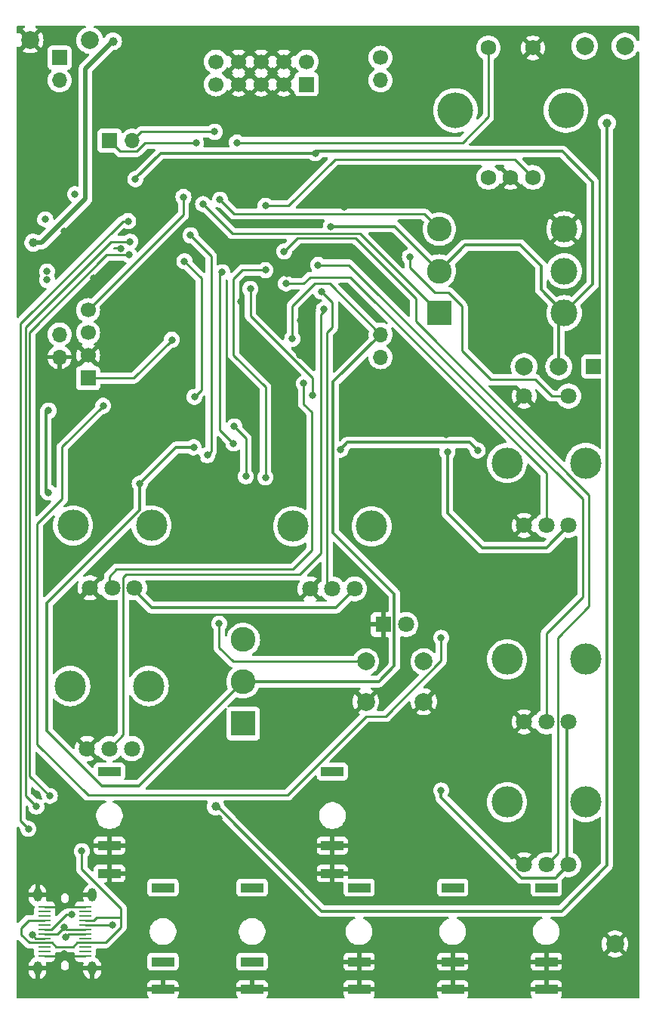
<source format=gbr>
%TF.GenerationSoftware,KiCad,Pcbnew,8.0.1*%
%TF.CreationDate,2024-04-09T18:56:42+01:00*%
%TF.ProjectId,Kishoof_Components,4b697368-6f6f-4665-9f43-6f6d706f6e65,rev?*%
%TF.SameCoordinates,Original*%
%TF.FileFunction,Copper,L1,Top*%
%TF.FilePolarity,Positive*%
%FSLAX46Y46*%
G04 Gerber Fmt 4.6, Leading zero omitted, Abs format (unit mm)*
G04 Created by KiCad (PCBNEW 8.0.1) date 2024-04-09 18:56:42*
%MOMM*%
%LPD*%
G01*
G04 APERTURE LIST*
%TA.AperFunction,ComponentPad*%
%ADD10R,2.500000X1.000000*%
%TD*%
%TA.AperFunction,SMDPad,CuDef*%
%ADD11R,1.400000X0.270000*%
%TD*%
%TA.AperFunction,ComponentPad*%
%ADD12O,1.000000X1.500000*%
%TD*%
%TA.AperFunction,ComponentPad*%
%ADD13R,1.800000X1.800000*%
%TD*%
%TA.AperFunction,ComponentPad*%
%ADD14C,1.800000*%
%TD*%
%TA.AperFunction,ComponentPad*%
%ADD15C,1.750000*%
%TD*%
%TA.AperFunction,ComponentPad*%
%ADD16O,4.000000X4.000000*%
%TD*%
%TA.AperFunction,WasherPad*%
%ADD17C,3.500000*%
%TD*%
%TA.AperFunction,ComponentPad*%
%ADD18C,2.000000*%
%TD*%
%TA.AperFunction,ComponentPad*%
%ADD19C,3.000000*%
%TD*%
%TA.AperFunction,ComponentPad*%
%ADD20R,1.700000X1.700000*%
%TD*%
%TA.AperFunction,ComponentPad*%
%ADD21O,1.700000X1.700000*%
%TD*%
%TA.AperFunction,ComponentPad*%
%ADD22C,1.700000*%
%TD*%
%TA.AperFunction,ComponentPad*%
%ADD23R,2.775000X2.775000*%
%TD*%
%TA.AperFunction,ComponentPad*%
%ADD24C,2.775000*%
%TD*%
%TA.AperFunction,ViaPad*%
%ADD25C,1.000000*%
%TD*%
%TA.AperFunction,ViaPad*%
%ADD26C,0.800000*%
%TD*%
%TA.AperFunction,Conductor*%
%ADD27C,0.500000*%
%TD*%
%TA.AperFunction,Conductor*%
%ADD28C,0.250000*%
%TD*%
%TA.AperFunction,Conductor*%
%ADD29C,0.300000*%
%TD*%
G04 APERTURE END LIST*
D10*
%TO.P,J7,1*%
%TO.N,GND*%
X94000000Y-147480000D03*
%TO.P,J7,2*%
X94000000Y-144380000D03*
%TO.P,J7,3*%
%TO.N,VCA_CV_In*%
X94000000Y-136080000D03*
%TD*%
D11*
%TO.P,J10,A1,GND*%
%TO.N,GND*%
X58700000Y-143750000D03*
%TO.P,J10,A2,TX1+*%
%TO.N,unconnected-(J10-TX1+-PadA2)*%
X58700000Y-143250000D03*
%TO.P,J10,A3,TX1-*%
%TO.N,unconnected-(J10-TX1--PadA3)*%
X58700000Y-142750000D03*
%TO.P,J10,A4,VBUS*%
%TO.N,USB_VBUS*%
X58700000Y-142250000D03*
%TO.P,J10,A5,CC1*%
%TO.N,Net-(J10-CC1)*%
X58700000Y-141750000D03*
%TO.P,J10,A6,D+*%
%TO.N,USB_D+*%
X58700000Y-141250000D03*
%TO.P,J10,A7,D-*%
%TO.N,USB_D-*%
X58700000Y-140750000D03*
%TO.P,J10,A8,SBU1*%
%TO.N,unconnected-(J10-SBU1-PadA8)*%
X58700000Y-140250000D03*
%TO.P,J10,A9,VBUS*%
%TO.N,USB_VBUS*%
X58700000Y-139750000D03*
%TO.P,J10,A10,RX2-*%
%TO.N,unconnected-(J10-RX2--PadA10)*%
X58700000Y-139250000D03*
%TO.P,J10,A11,RX2+*%
%TO.N,unconnected-(J10-RX2+-PadA11)*%
X58700000Y-138750000D03*
%TO.P,J10,A12,GND*%
%TO.N,GND*%
X58700000Y-138250000D03*
%TO.P,J10,B1,GND*%
X63300000Y-138250000D03*
%TO.P,J10,B2,TX2+*%
%TO.N,unconnected-(J10-TX2+-PadB2)*%
X63300000Y-138750000D03*
%TO.P,J10,B3,TX2-*%
%TO.N,unconnected-(J10-TX2--PadB3)*%
X63300000Y-139250000D03*
%TO.P,J10,B4,VBUS*%
%TO.N,USB_VBUS*%
X63300000Y-139750000D03*
%TO.P,J10,B5,CC2*%
%TO.N,Net-(J10-CC2)*%
X63300000Y-140250000D03*
%TO.P,J10,B6,D+*%
%TO.N,USB_D+*%
X63300000Y-140750000D03*
%TO.P,J10,B7,D-*%
%TO.N,USB_D-*%
X63300000Y-141250000D03*
%TO.P,J10,B8,SBU2*%
%TO.N,unconnected-(J10-SBU2-PadB8)*%
X63300000Y-141750000D03*
%TO.P,J10,B9,VBUS*%
%TO.N,USB_VBUS*%
X63300000Y-142250000D03*
%TO.P,J10,B10,RX1-*%
%TO.N,unconnected-(J10-RX1--PadB10)*%
X63300000Y-142750000D03*
%TO.P,J10,B11,RX1+*%
%TO.N,unconnected-(J10-RX1+-PadB11)*%
X63300000Y-143250000D03*
%TO.P,J10,B12,GND*%
%TO.N,GND*%
X63300000Y-143750000D03*
D12*
%TO.P,J10,S1,SHIELD*%
X57930000Y-145100000D03*
X64070000Y-145100000D03*
X57930000Y-136900000D03*
X64070000Y-136900000D03*
%TD*%
D10*
%TO.P,J9,1*%
%TO.N,GND*%
X82000000Y-147480000D03*
%TO.P,J9,2*%
%TO.N,unconnected-(J9-Pad2)*%
X82000000Y-144380000D03*
%TO.P,J9,3*%
%TO.N,Audio_Out_R*%
X82000000Y-136080000D03*
%TD*%
%TO.P,J5,1*%
%TO.N,GND*%
X115000000Y-147480000D03*
%TO.P,J5,2*%
X115000000Y-144380000D03*
%TO.P,J5,3*%
%TO.N,Warp_CV_In*%
X115000000Y-136080000D03*
%TD*%
D13*
%TO.P,D4,1,K*%
%TO.N,GND*%
X96700000Y-106600000D03*
D14*
%TO.P,D4,2,A*%
%TO.N,LED_Oct_B_Out*%
X99240000Y-106600000D03*
%TD*%
D15*
%TO.P,SW5,A,A*%
%TO.N,Encoder_Up*%
X108500000Y-56500000D03*
%TO.P,SW5,B,B*%
%TO.N,Encoder_Down*%
X113500000Y-56500000D03*
%TO.P,SW5,C,C*%
%TO.N,GND*%
X111000000Y-56500000D03*
%TO.P,SW5,S1,S1*%
%TO.N,Encoder_Btn*%
X108500000Y-42000000D03*
%TO.P,SW5,S2,S2*%
%TO.N,GND*%
X113500000Y-42000000D03*
D16*
%TO.P,SW5,body*%
%TO.N,N/C*%
X104800000Y-49000000D03*
X117200000Y-49000000D03*
%TD*%
D17*
%TO.P,WarpType1,*%
%TO.N,*%
X110600000Y-88500000D03*
X119400000Y-88500000D03*
D14*
%TO.P,WarpType1,1,1*%
%TO.N,+3.3VA*%
X117500000Y-95500000D03*
%TO.P,WarpType1,2,2*%
%TO.N,Warp_Type_Pot*%
X115000000Y-95500000D03*
%TO.P,WarpType1,3,3*%
%TO.N,GND*%
X112500000Y-95500000D03*
%TO.P,WarpType1,4,1*%
X112500000Y-81000000D03*
%TO.P,WarpType1,5,2*%
%TO.N,Warp_Polarity_Btn*%
X117500000Y-81000000D03*
%TD*%
D10*
%TO.P,J6,1*%
%TO.N,GND*%
X104500000Y-147480000D03*
%TO.P,J6,2*%
X104500000Y-144380000D03*
%TO.P,J6,3*%
%TO.N,Pitch_CV_In*%
X104500000Y-136080000D03*
%TD*%
D17*
%TO.P,WavetableBPot1,*%
%TO.N,*%
X86600000Y-95600000D03*
X95400000Y-95600000D03*
D14*
%TO.P,WavetableBPot1,1,1*%
%TO.N,+3.3VA*%
X93500000Y-102600000D03*
%TO.P,WavetableBPot1,2,2*%
%TO.N,Wavetable_Pos_B_Pot*%
X91000000Y-102600000D03*
%TO.P,WavetableBPot1,3,3*%
%TO.N,GND*%
X88500000Y-102600000D03*
%TD*%
D17*
%TO.P,WarpAmtTrm1,*%
%TO.N,*%
X110600000Y-126500000D03*
X119400000Y-126500000D03*
D14*
%TO.P,WarpAmtTrm1,1,1*%
%TO.N,+3.3VA*%
X117500000Y-133500000D03*
%TO.P,WarpAmtTrm1,2,2*%
%TO.N,Warp_Amt_Trm*%
X115000000Y-133500000D03*
%TO.P,WarpAmtTrm1,3,3*%
%TO.N,GND*%
X112500000Y-133500000D03*
%TD*%
D10*
%TO.P,J8,1*%
%TO.N,GND*%
X72000000Y-147480000D03*
%TO.P,J8,2*%
%TO.N,unconnected-(J8-Pad2)*%
X72000000Y-144380000D03*
%TO.P,J8,3*%
%TO.N,Audio_Out_L*%
X72000000Y-136080000D03*
%TD*%
D18*
%TO.P,SW1,1,1*%
%TO.N,B_Octave_Btn*%
X94750000Y-110750000D03*
X101250000Y-110750000D03*
%TO.P,SW1,2,2*%
%TO.N,GND*%
X94750000Y-115250000D03*
X101250000Y-115250000D03*
%TD*%
D19*
%TO.P,SW2,1,A*%
%TO.N,+3.3V*%
X117000000Y-71700000D03*
%TO.P,SW2,2,B*%
%TO.N,Mode*%
X117000000Y-67000000D03*
%TO.P,SW2,3,C*%
%TO.N,GND*%
X117000000Y-62300000D03*
%TD*%
D10*
%TO.P,J3,1*%
%TO.N,GND*%
X66000000Y-134480000D03*
%TO.P,J3,2*%
X66000000Y-131380000D03*
%TO.P,J3,3*%
%TO.N,Wavetable_Pos_A_CV_In*%
X66000000Y-123080000D03*
%TD*%
D20*
%TO.P,U10,1,MOSI*%
%TO.N,LCD_SPI3_MOSI*%
X60400000Y-43100000D03*
D21*
%TO.P,U10,2,CLK*%
%TO.N,LCD_SPI3_SCK*%
X60400000Y-45640000D03*
D22*
%TO.P,U10,3,DC*%
%TO.N,LCD_DC*%
X96400000Y-43100000D03*
D21*
%TO.P,U10,4,RESET*%
%TO.N,LCD_RESET*%
X96400000Y-45640000D03*
%TO.P,U10,5,CS*%
%TO.N,LCD_SPI3_SS*%
X60400000Y-74100000D03*
%TO.P,U10,6,GND*%
%TO.N,GND*%
X60400000Y-76640000D03*
%TO.P,U10,7,VDD*%
%TO.N,+3.3V*%
X96400000Y-74100000D03*
%TO.P,U10,8,BACKLIGHT*%
%TO.N,LCD_Backlight*%
X96400000Y-76640000D03*
%TD*%
D17*
%TO.P,WavetableATrm1,*%
%TO.N,*%
X61600000Y-113500000D03*
X70400000Y-113500000D03*
D14*
%TO.P,WavetableATrm1,1,1*%
%TO.N,+3.3VA*%
X68500000Y-120500000D03*
%TO.P,WavetableATrm1,2,2*%
%TO.N,Wavetable_Pos_A_Trm*%
X66000000Y-120500000D03*
%TO.P,WavetableATrm1,3,3*%
%TO.N,GND*%
X63500000Y-120500000D03*
%TD*%
D17*
%TO.P,WavetableAPot1,*%
%TO.N,*%
X61912500Y-95500000D03*
X70712500Y-95500000D03*
D14*
%TO.P,WavetableAPot1,1,1*%
%TO.N,+3.3VA*%
X68812500Y-102500000D03*
%TO.P,WavetableAPot1,2,2*%
%TO.N,Wavetable_Pos_A_Pot*%
X66312500Y-102500000D03*
%TO.P,WavetableAPot1,3,3*%
%TO.N,GND*%
X63812500Y-102500000D03*
%TD*%
D23*
%TO.P,SW4,1,1*%
%TO.N,ChB_Mix*%
X81000000Y-117700000D03*
D24*
%TO.P,SW4,2,3*%
%TO.N,+3.3V*%
X81000000Y-113000000D03*
%TO.P,SW4,3,4*%
%TO.N,ChB_RM*%
X81000000Y-108300000D03*
%TD*%
D10*
%TO.P,J4,1*%
%TO.N,GND*%
X91000000Y-134480000D03*
%TO.P,J4,2*%
X91000000Y-131380000D03*
%TO.P,J4,3*%
%TO.N,Wavetable_Pos_B_CV_In*%
X91000000Y-123080000D03*
%TD*%
D17*
%TO.P,WarpAmtPot1,*%
%TO.N,*%
X110600000Y-110500000D03*
X119400000Y-110500000D03*
D14*
%TO.P,WarpAmtPot1,1,1*%
%TO.N,+3.3VA*%
X117500000Y-117500000D03*
%TO.P,WarpAmtPot1,2,2*%
%TO.N,Warp_Amt_Pot*%
X115000000Y-117500000D03*
%TO.P,WarpAmtPot1,3,3*%
%TO.N,GND*%
X112500000Y-117500000D03*
%TD*%
D23*
%TO.P,SW3,1,1*%
%TO.N,Octave_Up*%
X103000000Y-71700000D03*
D24*
%TO.P,SW3,2,3*%
%TO.N,+3.3V*%
X103000000Y-67000000D03*
%TO.P,SW3,3,4*%
%TO.N,Octave_Down*%
X103000000Y-62300000D03*
%TD*%
D18*
%TO.P,TP8,1,1*%
%TO.N,GND*%
X57100000Y-41100000D03*
%TD*%
%TO.P,TP6,1,1*%
%TO.N,+3.3VA*%
X112500000Y-77700000D03*
%TD*%
D20*
%TO.P,J12,1,Pin_1*%
%TO.N,Ext_Audio_In*%
X120300000Y-77700000D03*
%TD*%
D18*
%TO.P,TP5,1,1*%
%TO.N,+3.3V*%
X116400000Y-77700000D03*
%TD*%
%TO.P,TP2,1,1*%
%TO.N,+12V*%
X63800000Y-41150000D03*
%TD*%
%TO.P,TP3,1,1*%
%TO.N,-12V*%
X123800000Y-41800000D03*
%TD*%
%TO.P,TP7,1,1*%
%TO.N,/-5V_REF*%
X119300000Y-41800000D03*
%TD*%
D20*
%TO.P,J2,1,Pin_1*%
%TO.N,/-12V_IN*%
X88100000Y-46075000D03*
D22*
%TO.P,J2,2,Pin_2*%
X88100000Y-43535000D03*
%TO.P,J2,3,Pin_3*%
%TO.N,GND*%
X85560000Y-46075000D03*
%TO.P,J2,4,Pin_4*%
X85560000Y-43535000D03*
%TO.P,J2,5,Pin_5*%
X83020000Y-46075000D03*
%TO.P,J2,6,Pin_6*%
X83020000Y-43535000D03*
%TO.P,J2,7,Pin_7*%
X80480000Y-46075000D03*
%TO.P,J2,8,Pin_8*%
X80480000Y-43535000D03*
%TO.P,J2,9,Pin_9*%
%TO.N,/+12V_IN*%
X77940000Y-46075000D03*
%TO.P,J2,10,Pin_10*%
X77940000Y-43535000D03*
%TD*%
D20*
%TO.P,J11,1,Pin_1*%
%TO.N,UART_TX*%
X66025000Y-52400000D03*
D21*
%TO.P,J11,2,Pin_2*%
%TO.N,UART_RX*%
X68565000Y-52400000D03*
%TD*%
D18*
%TO.P,TP4,1,1*%
%TO.N,GND*%
X122700000Y-142400000D03*
%TD*%
D20*
%TO.P,J1,1,Pin_1*%
%TO.N,+3.3V*%
X63600000Y-79000000D03*
D22*
%TO.P,J1,2,Pin_2*%
%TO.N,GND*%
X63600000Y-76460000D03*
%TO.P,J1,3,Pin_3*%
%TO.N,/SWIO*%
X63600000Y-73920000D03*
%TO.P,J1,4,Pin_4*%
%TO.N,/SWCLK*%
X63600000Y-71380000D03*
%TD*%
D25*
%TO.N,+12V*%
X57449996Y-63800000D03*
X66400000Y-41250000D03*
D26*
%TO.N,GND*%
X58400000Y-43100000D03*
X80700000Y-70400000D03*
X95900000Y-48100000D03*
X56200000Y-58300000D03*
X84400000Y-78500000D03*
X79700000Y-66400000D03*
X94100000Y-43200000D03*
X87400000Y-72500000D03*
X87300000Y-76400000D03*
X58500000Y-45700000D03*
X111800000Y-73600000D03*
X102600000Y-44800000D03*
X63900000Y-62400000D03*
X92300000Y-71700000D03*
X81600000Y-84500000D03*
X96700000Y-68100000D03*
X57000000Y-128100000D03*
X60900000Y-143500000D03*
X57900000Y-125600000D03*
X60500000Y-59500000D03*
X62000000Y-83400000D03*
X98500000Y-136600000D03*
X70400000Y-58700000D03*
X94400000Y-70600000D03*
X103800000Y-85300000D03*
X81300000Y-58900000D03*
X67300000Y-64475000D03*
X91400000Y-56500000D03*
X95500000Y-87300000D03*
X63600000Y-88800000D03*
X64231759Y-67764258D03*
X65800000Y-55500000D03*
X67400000Y-57000000D03*
X58500000Y-122800000D03*
X76400000Y-62500000D03*
X74000000Y-77100000D03*
X66600000Y-58700000D03*
X85400000Y-61700000D03*
X74800000Y-68200000D03*
X101200000Y-47000000D03*
X83200000Y-65600000D03*
X80400000Y-93700000D03*
X75700000Y-65600000D03*
X84700000Y-70000000D03*
X60700000Y-54400000D03*
X56200000Y-60850000D03*
X79400000Y-94800000D03*
X92300000Y-59800000D03*
X75800000Y-87900000D03*
X56200000Y-65950000D03*
X100700000Y-121900000D03*
X60500000Y-58400000D03*
X100000000Y-126600000D03*
X72000000Y-92000000D03*
X56100000Y-139100000D03*
X85900000Y-67300000D03*
X56200000Y-63400000D03*
X60900000Y-64300000D03*
X106400000Y-60300000D03*
X108800000Y-76300000D03*
X78300000Y-128300000D03*
X75600000Y-58500000D03*
X57500000Y-50700000D03*
X65600000Y-85600000D03*
X66600000Y-91100000D03*
X56200000Y-68500000D03*
X84100000Y-64100000D03*
X75200000Y-79699998D03*
X60582488Y-138342686D03*
X67700000Y-62600000D03*
X84000000Y-54900000D03*
X97800002Y-64199998D03*
X69900000Y-44800000D03*
X56200000Y-55750000D03*
X60936397Y-62536397D03*
X68000000Y-47200000D03*
X87300000Y-56600000D03*
X82000000Y-80800000D03*
X71400000Y-86000000D03*
X60400000Y-41200000D03*
X56200000Y-53200000D03*
X78600000Y-86900000D03*
X67700000Y-83400000D03*
X107900000Y-61900000D03*
X106300000Y-56100000D03*
D25*
%TO.N,-12V*%
X121800000Y-50400000D03*
X77900000Y-127000002D03*
D26*
%TO.N,+3.3VA*%
X103900000Y-87300000D03*
X103200000Y-125200000D03*
X59175000Y-91800000D03*
X59175003Y-82637506D03*
%TO.N,/VSW*%
X59000000Y-68000000D03*
X62132353Y-58382353D03*
X58800000Y-61200000D03*
X59000000Y-67050000D03*
%TO.N,+3.3V*%
X89100000Y-53800000D03*
X69400000Y-90800000D03*
X73000000Y-74700000D03*
X90825000Y-62000000D03*
X75450000Y-86750000D03*
X68900000Y-56700000D03*
X86500000Y-74600000D03*
%TO.N,UART_TX*%
X75700000Y-52657236D03*
%TO.N,UART_RX*%
X77800000Y-51400000D03*
%TO.N,/OCTOSPIM_P1_IO6*%
X81300000Y-90000000D03*
X80000000Y-84400000D03*
%TO.N,/OCTOSPIM_P1_IO3*%
X74400000Y-65900000D03*
X75530000Y-81100000D03*
%TO.N,/SWCLK*%
X74300000Y-58700000D03*
%TO.N,/OCTOSPIM_P1_IO0*%
X75100000Y-63000000D03*
X76975000Y-87629893D03*
%TO.N,/OCTOSPIM_P1_IO2*%
X83500000Y-66900000D03*
X83500000Y-90105001D03*
%TO.N,/OCTOSPIM_P1_IO1*%
X78650000Y-67150000D03*
X79900000Y-86300000D03*
%TO.N,/-5V_REF*%
X91900000Y-87000000D03*
X107299996Y-87100000D03*
%TO.N,USB_VBUS*%
X68200002Y-65200000D03*
X59300000Y-125800000D03*
X62900000Y-132000000D03*
%TO.N,USB_D+*%
X60900000Y-140500000D03*
%TO.N,USB_D-*%
X61800000Y-139100000D03*
X61049062Y-141600000D03*
%TO.N,/LED_Oct_B*%
X65299996Y-82100000D03*
X103200000Y-108100000D03*
%TO.N,Encoder_Btn*%
X80300000Y-52600000D03*
%TO.N,Encoder_Down*%
X83500000Y-59700000D03*
%TO.N,/WavetablePosA_CV*%
X81800000Y-69000000D03*
X88800002Y-80900004D03*
%TO.N,Octave_Down*%
X78400000Y-59000000D03*
%TO.N,Octave_Up*%
X76500000Y-59500000D03*
%TO.N,B_Octave_Btn*%
X78300000Y-106500000D03*
%TO.N,Warp_Type_Pot*%
X85800000Y-68400000D03*
%TO.N,Wavetable_Pos_A_Pot*%
X87800000Y-79600000D03*
%TO.N,Wavetable_Pos_B_Pot*%
X89750000Y-69275000D03*
%TO.N,Warp_Amt_Trm*%
X85600000Y-64800000D03*
%TO.N,USB_DP*%
X68100000Y-61400000D03*
X56900000Y-129500000D03*
%TO.N,Wavetable_Pos_A_Trm*%
X90050000Y-71300000D03*
%TO.N,Warp_Amt_Pot*%
X89392870Y-66319523D03*
%TO.N,Warp_Polarity_Btn*%
X99700000Y-65400000D03*
%TO.N,USB_DM*%
X57800000Y-127000000D03*
X68300000Y-63700000D03*
%TO.N,Net-(J10-CC2)*%
X66300000Y-140300000D03*
%TO.N,Net-(J10-CC1)*%
X57350000Y-141400000D03*
%TD*%
D27*
%TO.N,+12V*%
X63300000Y-58900000D02*
X58400000Y-63800000D01*
X63300000Y-44300000D02*
X63300000Y-58900000D01*
X66350000Y-41250000D02*
X63300000Y-44300000D01*
X58400000Y-63800000D02*
X57449996Y-63800000D01*
X66400000Y-41250000D02*
X66350000Y-41250000D01*
D28*
%TO.N,GND*%
X60675174Y-138250000D02*
X63300000Y-138250000D01*
X60582488Y-138342686D02*
X60675174Y-138250000D01*
X60650000Y-143750000D02*
X58700000Y-143750000D01*
X60489802Y-138250000D02*
X58700000Y-138250000D01*
X60582488Y-138342686D02*
X60489802Y-138250000D01*
X61150000Y-143750000D02*
X63300000Y-143750000D01*
X60900000Y-143500000D02*
X61150000Y-143750000D01*
X60900000Y-143500000D02*
X60650000Y-143750000D01*
D29*
%TO.N,-12V*%
X89800000Y-138700000D02*
X78100002Y-127000002D01*
X121800000Y-50400000D02*
X121800000Y-133600000D01*
X121800000Y-133600000D02*
X116700000Y-138700000D01*
X78100002Y-127000002D02*
X77900000Y-127000002D01*
X116700000Y-138700000D02*
X89800000Y-138700000D01*
%TO.N,+3.3VA*%
X103200000Y-125967767D02*
X103200000Y-125200000D01*
X91400000Y-104700000D02*
X93500000Y-102600000D01*
X107800000Y-98000000D02*
X103900000Y-94100000D01*
X103900000Y-94100000D02*
X103900000Y-87300000D01*
X115000000Y-98000000D02*
X107800000Y-98000000D01*
X117300000Y-133300000D02*
X117300000Y-117700000D01*
X117500000Y-133500000D02*
X116000000Y-135000000D01*
X68500000Y-102500000D02*
X70700000Y-104700000D01*
X58862500Y-91800000D02*
X58862500Y-82637509D01*
X58862500Y-82637509D02*
X58862503Y-82637506D01*
X117300000Y-117700000D02*
X117500000Y-117500000D01*
X116000000Y-135000000D02*
X112232233Y-135000000D01*
X117500000Y-95500000D02*
X115000000Y-98000000D01*
X112232233Y-135000000D02*
X103200000Y-125967767D01*
X117500000Y-133500000D02*
X117300000Y-133300000D01*
X70700000Y-104700000D02*
X91400000Y-104700000D01*
%TO.N,+3.3V*%
X71750000Y-53800000D02*
X68900000Y-56650000D01*
X58975000Y-104196752D02*
X58975000Y-118504999D01*
X114400000Y-66400000D02*
X114400000Y-69100000D01*
X103000000Y-67000000D02*
X105900000Y-64100000D01*
X114400000Y-69100000D02*
X117000000Y-71700000D01*
D28*
X73000000Y-74700000D02*
X68700000Y-79000000D01*
D29*
X69400000Y-93771752D02*
X58975000Y-104196752D01*
D28*
X89000000Y-68400000D02*
X90700002Y-68400000D01*
D29*
X112100000Y-64100000D02*
X114400000Y-66400000D01*
X91100000Y-79399998D02*
X96400000Y-74099998D01*
D28*
X90700002Y-68400000D02*
X96400000Y-74099998D01*
D29*
X117000000Y-71700000D02*
X117000000Y-71900000D01*
X69400000Y-90800000D02*
X69400000Y-93771752D01*
X91100000Y-96300000D02*
X91100000Y-79399998D01*
X97950000Y-103150000D02*
X91100000Y-96300000D01*
X116400000Y-72500000D02*
X116400000Y-77700000D01*
X75450000Y-86750000D02*
X73450000Y-86750000D01*
X120200000Y-57000000D02*
X116800000Y-53600000D01*
X73450000Y-86750000D02*
X69400000Y-90800000D01*
X65170001Y-124700000D02*
X69300000Y-124700000D01*
X81000000Y-113000000D02*
X96200000Y-113000000D01*
X120200000Y-68500000D02*
X120200000Y-57000000D01*
X117000000Y-71700000D02*
X120200000Y-68500000D01*
X68900000Y-56650000D02*
X68900000Y-56700000D01*
X69300000Y-124700000D02*
X81000000Y-113000000D01*
X97950000Y-111250000D02*
X97950000Y-103150000D01*
X89300000Y-53600000D02*
X89100000Y-53800000D01*
X117000000Y-71900000D02*
X116400000Y-72500000D01*
D28*
X68700000Y-79000000D02*
X63600000Y-79000000D01*
X86500000Y-74600000D02*
X86500000Y-70900000D01*
X86500000Y-70900000D02*
X89000000Y-68400000D01*
D29*
X103000000Y-67000000D02*
X98000000Y-62000000D01*
X58975000Y-118504999D02*
X65170001Y-124700000D01*
X116800000Y-53600000D02*
X89300000Y-53600000D01*
X89100000Y-53800000D02*
X71750000Y-53800000D01*
X98000000Y-62000000D02*
X90825000Y-62000000D01*
X96200000Y-113000000D02*
X97950000Y-111250000D01*
X105900000Y-64100000D02*
X112100000Y-64100000D01*
D28*
%TO.N,UART_TX*%
X69969465Y-52657236D02*
X69026701Y-53600000D01*
X67225000Y-53600000D02*
X66025000Y-52400000D01*
X75700000Y-52657236D02*
X69969465Y-52657236D01*
X69026701Y-53600000D02*
X67225000Y-53600000D01*
%TO.N,UART_RX*%
X69565000Y-51400000D02*
X68565000Y-52400000D01*
X77800000Y-51400000D02*
X69565000Y-51400000D01*
%TO.N,/OCTOSPIM_P1_IO6*%
X81300000Y-90000000D02*
X81300000Y-85800000D01*
X80000000Y-84400000D02*
X81300000Y-85700000D01*
X81300000Y-85700000D02*
X81300000Y-85800000D01*
%TO.N,/OCTOSPIM_P1_IO3*%
X76300000Y-67800000D02*
X76300000Y-80330000D01*
X74400000Y-65900000D02*
X76300000Y-67800000D01*
X76300000Y-80330000D02*
X75530000Y-81100000D01*
%TO.N,/SWCLK*%
X74300000Y-60680000D02*
X63600000Y-71380000D01*
X74300000Y-58700000D02*
X74300000Y-60680000D01*
%TO.N,/OCTOSPIM_P1_IO0*%
X77400000Y-65300000D02*
X77400000Y-87204893D01*
X77400000Y-87204893D02*
X76975000Y-87629893D01*
X75100000Y-63000000D02*
X77400000Y-65300000D01*
%TO.N,/OCTOSPIM_P1_IO2*%
X80900000Y-66900000D02*
X83500000Y-66900000D01*
X83500000Y-90105001D02*
X83500000Y-80000000D01*
X79900000Y-67900000D02*
X80900000Y-66900000D01*
X79900000Y-76400000D02*
X79900000Y-67900000D01*
X83500000Y-80000000D02*
X79900000Y-76400000D01*
%TO.N,/OCTOSPIM_P1_IO1*%
X78650000Y-67150000D02*
X78400000Y-67400000D01*
X78400000Y-67400000D02*
X78400000Y-84800000D01*
X78400000Y-84800000D02*
X79900000Y-86300000D01*
D29*
%TO.N,/-5V_REF*%
X106399996Y-86200000D02*
X92700000Y-86200000D01*
X107299996Y-87100000D02*
X106399996Y-86200000D01*
X92700000Y-86200000D02*
X91900000Y-87000000D01*
D28*
%TO.N,USB_VBUS*%
X58700000Y-139750000D02*
X56950000Y-139750000D01*
X61950000Y-142700000D02*
X60000000Y-142700000D01*
X64550000Y-139400000D02*
X64200000Y-139750000D01*
X67300000Y-138400000D02*
X62900000Y-134000000D01*
X59550000Y-142250000D02*
X58700000Y-142250000D01*
X64200000Y-139750000D02*
X63300000Y-139750000D01*
X67300000Y-140500000D02*
X67300000Y-139400000D01*
X65550000Y-142250000D02*
X67300000Y-140500000D01*
X65700000Y-65200000D02*
X57050000Y-73850000D01*
X63300000Y-142250000D02*
X62400000Y-142250000D01*
X67300000Y-139400000D02*
X64550000Y-139400000D01*
X68200002Y-65200000D02*
X65700000Y-65200000D01*
X56100000Y-141350000D02*
X57000000Y-142250000D01*
X56100000Y-140600000D02*
X56100000Y-141350000D01*
X57050000Y-73850000D02*
X57050000Y-123550000D01*
X57050000Y-123550000D02*
X59300000Y-125800000D01*
X62400000Y-142250000D02*
X61950000Y-142700000D01*
X60000000Y-142700000D02*
X59550000Y-142250000D01*
X62900000Y-134000000D02*
X62900000Y-132000000D01*
X67300000Y-139400000D02*
X67300000Y-138400000D01*
X57000000Y-142250000D02*
X58700000Y-142250000D01*
X63300000Y-142250000D02*
X65550000Y-142250000D01*
X56950000Y-139750000D02*
X56100000Y-140600000D01*
%TO.N,USB_D+*%
X60150000Y-141250000D02*
X58700000Y-141250000D01*
X60900000Y-140500000D02*
X60150000Y-141250000D01*
X61150000Y-140750000D02*
X63300000Y-140750000D01*
X60900000Y-140500000D02*
X61150000Y-140750000D01*
%TO.N,USB_D-*%
X63300000Y-141250000D02*
X61399062Y-141250000D01*
X61150000Y-139100000D02*
X61800000Y-139100000D01*
X61399062Y-141250000D02*
X61049062Y-141600000D01*
X58700000Y-140750000D02*
X59500000Y-140750000D01*
X59500000Y-140750000D02*
X61150000Y-139100000D01*
%TO.N,/LED_Oct_B*%
X85980000Y-125700000D02*
X63600000Y-125700000D01*
X103200000Y-110673833D02*
X96973833Y-116900000D01*
X60700000Y-92500000D02*
X60700000Y-86699996D01*
X94780000Y-116900000D02*
X85980000Y-125700000D01*
X63600000Y-125700000D02*
X57900000Y-120000000D01*
X57900000Y-120000000D02*
X57900000Y-95300000D01*
X57900000Y-95300000D02*
X60700000Y-92500000D01*
X96973833Y-116900000D02*
X94780000Y-116900000D01*
X60700000Y-86699996D02*
X65299996Y-82100000D01*
X103200000Y-108100000D02*
X103200000Y-110673833D01*
%TO.N,Encoder_Btn*%
X108500000Y-49700000D02*
X108500000Y-42000000D01*
X105600000Y-52600000D02*
X108500000Y-49700000D01*
X80300000Y-52600000D02*
X105600000Y-52600000D01*
%TO.N,Encoder_Down*%
X113500000Y-56500000D02*
X111500000Y-54500000D01*
X111500000Y-54500000D02*
X91300000Y-54500000D01*
X91300000Y-54500000D02*
X86100000Y-59700000D01*
X86100000Y-59700000D02*
X83500000Y-59700000D01*
%TO.N,/WavetablePosA_CV*%
X81800000Y-72000000D02*
X88800002Y-79000002D01*
X88800002Y-79000002D02*
X88800002Y-80900004D01*
X81800000Y-69000000D02*
X81800000Y-72000000D01*
%TO.N,Octave_Down*%
X78400000Y-59000000D02*
X80000000Y-60600000D01*
X80000000Y-60600000D02*
X101300000Y-60600000D01*
X101300000Y-60600000D02*
X103000000Y-62300000D01*
%TO.N,Octave_Up*%
X103000000Y-71700000D02*
X94100000Y-62800000D01*
X94100000Y-62800000D02*
X79800000Y-62800000D01*
X79800000Y-62800000D02*
X76500000Y-59500000D01*
%TO.N,B_Octave_Btn*%
X94750000Y-110750000D02*
X79850000Y-110750000D01*
X78300000Y-109200000D02*
X78300000Y-106500000D01*
X79850000Y-110750000D02*
X78300000Y-109200000D01*
%TO.N,Warp_Type_Pot*%
X88500000Y-67700000D02*
X87800000Y-68400000D01*
X115000000Y-89650000D02*
X93050000Y-67700000D01*
X87800000Y-68400000D02*
X85800000Y-68400000D01*
X93050000Y-67700000D02*
X88500000Y-67700000D01*
X115000000Y-95500000D02*
X115000000Y-89650000D01*
%TO.N,Wavetable_Pos_A_Pot*%
X88700000Y-98300000D02*
X88700000Y-82800000D01*
X88700000Y-82800000D02*
X87800000Y-81900000D01*
X87800000Y-81900000D02*
X87800000Y-79600000D01*
X66800000Y-100400000D02*
X86600000Y-100400000D01*
X66000000Y-102500000D02*
X66000000Y-101200000D01*
X66000000Y-101200000D02*
X66800000Y-100400000D01*
X86600000Y-100400000D02*
X88700000Y-98300000D01*
%TO.N,Wavetable_Pos_B_Pot*%
X91000000Y-70525000D02*
X89750000Y-69275000D01*
X91000000Y-102600000D02*
X90400000Y-102000000D01*
X90400000Y-102000000D02*
X90400000Y-73900000D01*
X90400000Y-73900000D02*
X91000000Y-73300000D01*
X91000000Y-73300000D02*
X91000000Y-70525000D01*
%TO.N,Warp_Amt_Trm*%
X100350000Y-70050000D02*
X93600000Y-63300000D01*
X119800000Y-104500000D02*
X119800000Y-92100000D01*
X119800000Y-92100000D02*
X100350000Y-72650000D01*
X87100000Y-63300000D02*
X85600000Y-64800000D01*
X115000000Y-133500000D02*
X116250000Y-132250000D01*
X116250000Y-132250000D02*
X116250000Y-108050000D01*
X116250000Y-108050000D02*
X119800000Y-104500000D01*
X93600000Y-63300000D02*
X87100000Y-63300000D01*
X100350000Y-72650000D02*
X100350000Y-70050000D01*
%TO.N,USB_DP*%
X56900000Y-129500000D02*
X56000000Y-128600000D01*
X67500000Y-61400000D02*
X68100000Y-61400000D01*
X56000000Y-128600000D02*
X56000000Y-72900000D01*
X56000000Y-72900000D02*
X67500000Y-61400000D01*
%TO.N,Wavetable_Pos_A_Trm*%
X67550000Y-118950000D02*
X67550000Y-101350000D01*
X67900000Y-101000000D02*
X87300000Y-101000000D01*
X87300000Y-101000000D02*
X89700000Y-98600000D01*
X89700000Y-98600000D02*
X89700000Y-71850000D01*
X89700000Y-71850000D02*
X90209404Y-71340596D01*
X66000000Y-120500000D02*
X67550000Y-118950000D01*
X67550000Y-101350000D02*
X67900000Y-101000000D01*
%TO.N,Warp_Amt_Pot*%
X119100000Y-92550000D02*
X92869523Y-66319523D01*
X115000000Y-117500000D02*
X115000000Y-107600000D01*
X115000000Y-107600000D02*
X119100000Y-103500000D01*
X119100000Y-103500000D02*
X119100000Y-92550000D01*
X92869523Y-66319523D02*
X89392870Y-66319523D01*
%TO.N,Warp_Polarity_Btn*%
X115600000Y-81000000D02*
X117500000Y-81000000D01*
X99700000Y-66600000D02*
X102500000Y-69400000D01*
X113750000Y-79150000D02*
X115600000Y-81000000D01*
X108750000Y-79150000D02*
X105550000Y-75950000D01*
X99700000Y-65400000D02*
X99700000Y-66600000D01*
X104000000Y-69400000D02*
X105550000Y-70950000D01*
X102500000Y-69400000D02*
X104000000Y-69400000D01*
X105550000Y-75950000D02*
X105550000Y-70950000D01*
X113750000Y-79150000D02*
X108750000Y-79150000D01*
%TO.N,USB_DM*%
X66200000Y-63700000D02*
X56600000Y-73300000D01*
X56600000Y-73300000D02*
X56600000Y-125800000D01*
X56600000Y-125800000D02*
X57800000Y-127000000D01*
X68300000Y-63700000D02*
X66200000Y-63700000D01*
%TO.N,Net-(J10-CC2)*%
X66250000Y-140250000D02*
X66300000Y-140300000D01*
X63300000Y-140250000D02*
X66250000Y-140250000D01*
%TO.N,Net-(J10-CC1)*%
X57350000Y-141400000D02*
X57700000Y-141750000D01*
X57700000Y-141750000D02*
X58700000Y-141750000D01*
%TD*%
%TA.AperFunction,Conductor*%
%TO.N,GND*%
G36*
X80014075Y-43727993D02*
G01*
X80079901Y-43842007D01*
X80172993Y-43935099D01*
X80287007Y-44000925D01*
X80350590Y-44017962D01*
X79718625Y-44649925D01*
X79795031Y-44703425D01*
X79838655Y-44758002D01*
X79845848Y-44827501D01*
X79814326Y-44889855D01*
X79795029Y-44906576D01*
X79718625Y-44960072D01*
X80350590Y-45592037D01*
X80287007Y-45609075D01*
X80172993Y-45674901D01*
X80079901Y-45767993D01*
X80014075Y-45882007D01*
X79997037Y-45945590D01*
X79365073Y-45313626D01*
X79311881Y-45389594D01*
X79257304Y-45433219D01*
X79187806Y-45440413D01*
X79125451Y-45408891D01*
X79108730Y-45389594D01*
X78978494Y-45203597D01*
X78811402Y-45036506D01*
X78811396Y-45036501D01*
X78625842Y-44906575D01*
X78582217Y-44851998D01*
X78575023Y-44782500D01*
X78606546Y-44720145D01*
X78625842Y-44703425D01*
X78702248Y-44649925D01*
X78811401Y-44573495D01*
X78978495Y-44406401D01*
X79108732Y-44220403D01*
X79163307Y-44176780D01*
X79232805Y-44169586D01*
X79295160Y-44201109D01*
X79311880Y-44220405D01*
X79365073Y-44296373D01*
X79997037Y-43664409D01*
X80014075Y-43727993D01*
G37*
%TD.AperFunction*%
%TA.AperFunction,Conductor*%
G36*
X82554075Y-43727993D02*
G01*
X82619901Y-43842007D01*
X82712993Y-43935099D01*
X82827007Y-44000925D01*
X82890590Y-44017962D01*
X82258625Y-44649925D01*
X82335031Y-44703425D01*
X82378655Y-44758002D01*
X82385848Y-44827501D01*
X82354326Y-44889855D01*
X82335029Y-44906576D01*
X82258625Y-44960072D01*
X82890590Y-45592037D01*
X82827007Y-45609075D01*
X82712993Y-45674901D01*
X82619901Y-45767993D01*
X82554075Y-45882007D01*
X82537037Y-45945590D01*
X81905072Y-45313625D01*
X81905072Y-45313626D01*
X81851574Y-45390030D01*
X81796998Y-45433655D01*
X81727499Y-45440849D01*
X81665144Y-45409326D01*
X81648424Y-45390030D01*
X81594925Y-45313626D01*
X81594925Y-45313625D01*
X80962962Y-45945589D01*
X80945925Y-45882007D01*
X80880099Y-45767993D01*
X80787007Y-45674901D01*
X80672993Y-45609075D01*
X80609410Y-45592037D01*
X81241373Y-44960073D01*
X81164969Y-44906576D01*
X81121344Y-44851999D01*
X81114150Y-44782501D01*
X81145672Y-44720146D01*
X81164968Y-44703425D01*
X81241373Y-44649925D01*
X80609409Y-44017962D01*
X80672993Y-44000925D01*
X80787007Y-43935099D01*
X80880099Y-43842007D01*
X80945925Y-43727993D01*
X80962962Y-43664410D01*
X81594925Y-44296373D01*
X81648425Y-44219968D01*
X81703002Y-44176344D01*
X81772501Y-44169151D01*
X81834855Y-44200673D01*
X81851576Y-44219969D01*
X81905073Y-44296372D01*
X82537037Y-43664409D01*
X82554075Y-43727993D01*
G37*
%TD.AperFunction*%
%TA.AperFunction,Conductor*%
G36*
X85094075Y-43727993D02*
G01*
X85159901Y-43842007D01*
X85252993Y-43935099D01*
X85367007Y-44000925D01*
X85430590Y-44017962D01*
X84798625Y-44649925D01*
X84875031Y-44703425D01*
X84918655Y-44758002D01*
X84925848Y-44827501D01*
X84894326Y-44889855D01*
X84875029Y-44906576D01*
X84798625Y-44960072D01*
X85430590Y-45592037D01*
X85367007Y-45609075D01*
X85252993Y-45674901D01*
X85159901Y-45767993D01*
X85094075Y-45882007D01*
X85077037Y-45945590D01*
X84445072Y-45313625D01*
X84445072Y-45313626D01*
X84391574Y-45390030D01*
X84336998Y-45433655D01*
X84267499Y-45440849D01*
X84205144Y-45409326D01*
X84188424Y-45390030D01*
X84134925Y-45313626D01*
X84134925Y-45313625D01*
X83502962Y-45945589D01*
X83485925Y-45882007D01*
X83420099Y-45767993D01*
X83327007Y-45674901D01*
X83212993Y-45609075D01*
X83149410Y-45592037D01*
X83781373Y-44960073D01*
X83704969Y-44906576D01*
X83661344Y-44851999D01*
X83654150Y-44782501D01*
X83685672Y-44720146D01*
X83704968Y-44703425D01*
X83781373Y-44649925D01*
X83149409Y-44017962D01*
X83212993Y-44000925D01*
X83327007Y-43935099D01*
X83420099Y-43842007D01*
X83485925Y-43727993D01*
X83502962Y-43664409D01*
X84134925Y-44296373D01*
X84188425Y-44219968D01*
X84243002Y-44176344D01*
X84312501Y-44169151D01*
X84374855Y-44200673D01*
X84391576Y-44219969D01*
X84445073Y-44296372D01*
X85077037Y-43664409D01*
X85094075Y-43727993D01*
G37*
%TD.AperFunction*%
%TA.AperFunction,Conductor*%
G36*
X86674925Y-44296373D02*
G01*
X86728119Y-44220405D01*
X86782696Y-44176781D01*
X86852195Y-44169588D01*
X86914549Y-44201110D01*
X86931269Y-44220405D01*
X87061505Y-44406401D01*
X87061506Y-44406402D01*
X87183430Y-44528326D01*
X87216915Y-44589649D01*
X87211931Y-44659341D01*
X87170059Y-44715274D01*
X87139083Y-44732189D01*
X87007669Y-44781203D01*
X87007664Y-44781206D01*
X86892455Y-44867452D01*
X86892452Y-44867455D01*
X86806206Y-44982664D01*
X86806202Y-44982671D01*
X86755908Y-45117517D01*
X86749585Y-45176335D01*
X86749501Y-45177123D01*
X86749500Y-45177135D01*
X86749500Y-45187689D01*
X86729815Y-45254728D01*
X86713181Y-45275370D01*
X86042962Y-45945589D01*
X86025925Y-45882007D01*
X85960099Y-45767993D01*
X85867007Y-45674901D01*
X85752993Y-45609075D01*
X85689410Y-45592037D01*
X86321373Y-44960073D01*
X86244969Y-44906576D01*
X86201344Y-44851999D01*
X86194150Y-44782501D01*
X86225672Y-44720146D01*
X86244968Y-44703425D01*
X86321373Y-44649925D01*
X85689409Y-44017962D01*
X85752993Y-44000925D01*
X85867007Y-43935099D01*
X85960099Y-43842007D01*
X86025925Y-43727993D01*
X86042962Y-43664409D01*
X86674925Y-44296373D01*
G37*
%TD.AperFunction*%
%TA.AperFunction,Conductor*%
G36*
X63307578Y-39520185D02*
G01*
X63353333Y-39572989D01*
X63363277Y-39642147D01*
X63334252Y-39705703D01*
X63280802Y-39741781D01*
X63195197Y-39771169D01*
X63195188Y-39771172D01*
X62976493Y-39889524D01*
X62780257Y-40042261D01*
X62611833Y-40225217D01*
X62475826Y-40433393D01*
X62375936Y-40661118D01*
X62314892Y-40902175D01*
X62314890Y-40902187D01*
X62294357Y-41149994D01*
X62294357Y-41150005D01*
X62314890Y-41397812D01*
X62314892Y-41397824D01*
X62375936Y-41638881D01*
X62475826Y-41866606D01*
X62611833Y-42074782D01*
X62611836Y-42074785D01*
X62780256Y-42257738D01*
X62976491Y-42410474D01*
X62998105Y-42422171D01*
X63172607Y-42516607D01*
X63195190Y-42528828D01*
X63430386Y-42609571D01*
X63580679Y-42634650D01*
X63620135Y-42641234D01*
X63683021Y-42671684D01*
X63719460Y-42731299D01*
X63717885Y-42801151D01*
X63687407Y-42851224D01*
X62717052Y-43821578D01*
X62717049Y-43821581D01*
X62679927Y-43877138D01*
X62679928Y-43877139D01*
X62634914Y-43944508D01*
X62578343Y-44081082D01*
X62578340Y-44081092D01*
X62549500Y-44226079D01*
X62549500Y-57397275D01*
X62529815Y-57464314D01*
X62477011Y-57510069D01*
X62407853Y-57520013D01*
X62399720Y-57518565D01*
X62226999Y-57481853D01*
X62037707Y-57481853D01*
X62026910Y-57484148D01*
X61852550Y-57521208D01*
X61852545Y-57521210D01*
X61679623Y-57598201D01*
X61679618Y-57598204D01*
X61526482Y-57709464D01*
X61399819Y-57850138D01*
X61305174Y-58014068D01*
X61305171Y-58014075D01*
X61255228Y-58167785D01*
X61246679Y-58194097D01*
X61226893Y-58382353D01*
X61246679Y-58570609D01*
X61246680Y-58570612D01*
X61305171Y-58750630D01*
X61305174Y-58750637D01*
X61399820Y-58914569D01*
X61501156Y-59027114D01*
X61526482Y-59055241D01*
X61679618Y-59166501D01*
X61679623Y-59166504D01*
X61717194Y-59183232D01*
X61770431Y-59228482D01*
X61790752Y-59295332D01*
X61771706Y-59362555D01*
X61754439Y-59384192D01*
X59911463Y-61227168D01*
X59850140Y-61260653D01*
X59780448Y-61255669D01*
X59724515Y-61213797D01*
X59700462Y-61152452D01*
X59685674Y-61011744D01*
X59627179Y-60831716D01*
X59532533Y-60667784D01*
X59405871Y-60527112D01*
X59405870Y-60527111D01*
X59252734Y-60415851D01*
X59252729Y-60415848D01*
X59079807Y-60338857D01*
X59079802Y-60338855D01*
X58934001Y-60307865D01*
X58894646Y-60299500D01*
X58705354Y-60299500D01*
X58672897Y-60306398D01*
X58520197Y-60338855D01*
X58520192Y-60338857D01*
X58347270Y-60415848D01*
X58347265Y-60415851D01*
X58194129Y-60527111D01*
X58067466Y-60667785D01*
X57972821Y-60831715D01*
X57972818Y-60831722D01*
X57925847Y-60976285D01*
X57914326Y-61011744D01*
X57894540Y-61200000D01*
X57914326Y-61388256D01*
X57914327Y-61388259D01*
X57972818Y-61568277D01*
X57972821Y-61568284D01*
X58067467Y-61732216D01*
X58099937Y-61768277D01*
X58194129Y-61872888D01*
X58347265Y-61984148D01*
X58347270Y-61984151D01*
X58520192Y-62061142D01*
X58520197Y-62061144D01*
X58705354Y-62100500D01*
X58705355Y-62100500D01*
X58738769Y-62100500D01*
X58805808Y-62120185D01*
X58851563Y-62172989D01*
X58861507Y-62242147D01*
X58832482Y-62305703D01*
X58826450Y-62312181D01*
X58179181Y-62959449D01*
X58117858Y-62992934D01*
X58048166Y-62987950D01*
X58012837Y-62967621D01*
X58008534Y-62964090D01*
X58008532Y-62964089D01*
X58008526Y-62964086D01*
X57950094Y-62932853D01*
X57834726Y-62871187D01*
X57805037Y-62862181D01*
X57728143Y-62838855D01*
X57646125Y-62813975D01*
X57449996Y-62794659D01*
X57253866Y-62813975D01*
X57065262Y-62871188D01*
X56891463Y-62964086D01*
X56891456Y-62964090D01*
X56739112Y-63089116D01*
X56614086Y-63241460D01*
X56614082Y-63241467D01*
X56521184Y-63415266D01*
X56463971Y-63603870D01*
X56444655Y-63800000D01*
X56463971Y-63996129D01*
X56521184Y-64184733D01*
X56614082Y-64358532D01*
X56614086Y-64358539D01*
X56739112Y-64510883D01*
X56891456Y-64635909D01*
X56891463Y-64635913D01*
X57065262Y-64728811D01*
X57065265Y-64728811D01*
X57065269Y-64728814D01*
X57253864Y-64786024D01*
X57449996Y-64805341D01*
X57646128Y-64786024D01*
X57834723Y-64728814D01*
X57837908Y-64727112D01*
X58008528Y-64635913D01*
X58008534Y-64635910D01*
X58078309Y-64578647D01*
X58142619Y-64551334D01*
X58156974Y-64550500D01*
X58473920Y-64550500D01*
X58573442Y-64530703D01*
X58618913Y-64521658D01*
X58755495Y-64465084D01*
X58829181Y-64415849D01*
X58878416Y-64382952D01*
X63882951Y-59378416D01*
X63965084Y-59255495D01*
X64021658Y-59118913D01*
X64028831Y-59082853D01*
X64031730Y-59068277D01*
X64050500Y-58973920D01*
X64050500Y-46075000D01*
X76584341Y-46075000D01*
X76604936Y-46310403D01*
X76604938Y-46310413D01*
X76666094Y-46538655D01*
X76666096Y-46538659D01*
X76666097Y-46538663D01*
X76745597Y-46709151D01*
X76765965Y-46752830D01*
X76765967Y-46752834D01*
X76858220Y-46884584D01*
X76901505Y-46946401D01*
X77068599Y-47113495D01*
X77165384Y-47181265D01*
X77262165Y-47249032D01*
X77262167Y-47249033D01*
X77262170Y-47249035D01*
X77476337Y-47348903D01*
X77704592Y-47410063D01*
X77881034Y-47425500D01*
X77939999Y-47430659D01*
X77940000Y-47430659D01*
X77940001Y-47430659D01*
X77998966Y-47425500D01*
X78175408Y-47410063D01*
X78403663Y-47348903D01*
X78617830Y-47249035D01*
X78811401Y-47113495D01*
X78978495Y-46946401D01*
X79108732Y-46760403D01*
X79163307Y-46716780D01*
X79232805Y-46709586D01*
X79295160Y-46741109D01*
X79311880Y-46760405D01*
X79365073Y-46836373D01*
X79997037Y-46204409D01*
X80014075Y-46267993D01*
X80079901Y-46382007D01*
X80172993Y-46475099D01*
X80287007Y-46540925D01*
X80350590Y-46557962D01*
X79718625Y-47189925D01*
X79802421Y-47248599D01*
X80016507Y-47348429D01*
X80016516Y-47348433D01*
X80244673Y-47409567D01*
X80244684Y-47409569D01*
X80479998Y-47430157D01*
X80480002Y-47430157D01*
X80715315Y-47409569D01*
X80715326Y-47409567D01*
X80943483Y-47348433D01*
X80943492Y-47348429D01*
X81157578Y-47248600D01*
X81157582Y-47248598D01*
X81241373Y-47189926D01*
X81241373Y-47189925D01*
X80609409Y-46557962D01*
X80672993Y-46540925D01*
X80787007Y-46475099D01*
X80880099Y-46382007D01*
X80945925Y-46267993D01*
X80962962Y-46204410D01*
X81594925Y-46836373D01*
X81648425Y-46759968D01*
X81703002Y-46716344D01*
X81772501Y-46709151D01*
X81834855Y-46740673D01*
X81851576Y-46759969D01*
X81905073Y-46836372D01*
X82537037Y-46204409D01*
X82554075Y-46267993D01*
X82619901Y-46382007D01*
X82712993Y-46475099D01*
X82827007Y-46540925D01*
X82890590Y-46557962D01*
X82258625Y-47189925D01*
X82342421Y-47248599D01*
X82556507Y-47348429D01*
X82556516Y-47348433D01*
X82784673Y-47409567D01*
X82784684Y-47409569D01*
X83019998Y-47430157D01*
X83020002Y-47430157D01*
X83255315Y-47409569D01*
X83255326Y-47409567D01*
X83483483Y-47348433D01*
X83483492Y-47348429D01*
X83697578Y-47248600D01*
X83697582Y-47248598D01*
X83781373Y-47189926D01*
X83781373Y-47189925D01*
X83149409Y-46557962D01*
X83212993Y-46540925D01*
X83327007Y-46475099D01*
X83420099Y-46382007D01*
X83485925Y-46267993D01*
X83502962Y-46204409D01*
X84134925Y-46836373D01*
X84188425Y-46759968D01*
X84243002Y-46716344D01*
X84312501Y-46709151D01*
X84374855Y-46740673D01*
X84391576Y-46759969D01*
X84445073Y-46836372D01*
X85077037Y-46204409D01*
X85094075Y-46267993D01*
X85159901Y-46382007D01*
X85252993Y-46475099D01*
X85367007Y-46540925D01*
X85430590Y-46557962D01*
X84798625Y-47189925D01*
X84882421Y-47248599D01*
X85096507Y-47348429D01*
X85096516Y-47348433D01*
X85324673Y-47409567D01*
X85324684Y-47409569D01*
X85559998Y-47430157D01*
X85560002Y-47430157D01*
X85795315Y-47409569D01*
X85795326Y-47409567D01*
X86023483Y-47348433D01*
X86023492Y-47348429D01*
X86237578Y-47248600D01*
X86237582Y-47248598D01*
X86321373Y-47189926D01*
X86321373Y-47189925D01*
X85689409Y-46557962D01*
X85752993Y-46540925D01*
X85867007Y-46475099D01*
X85960099Y-46382007D01*
X86025925Y-46267993D01*
X86042962Y-46204409D01*
X86713181Y-46874629D01*
X86746666Y-46935952D01*
X86749500Y-46962301D01*
X86749500Y-46972865D01*
X86749501Y-46972876D01*
X86755908Y-47032483D01*
X86806202Y-47167328D01*
X86806206Y-47167335D01*
X86892452Y-47282544D01*
X86892455Y-47282547D01*
X87007664Y-47368793D01*
X87007671Y-47368797D01*
X87142517Y-47419091D01*
X87142516Y-47419091D01*
X87149444Y-47419835D01*
X87202127Y-47425500D01*
X88997872Y-47425499D01*
X89057483Y-47419091D01*
X89192331Y-47368796D01*
X89307546Y-47282546D01*
X89393796Y-47167331D01*
X89444091Y-47032483D01*
X89450500Y-46972873D01*
X89450499Y-45640000D01*
X95044341Y-45640000D01*
X95064936Y-45875403D01*
X95064938Y-45875413D01*
X95126094Y-46103655D01*
X95126096Y-46103659D01*
X95126097Y-46103663D01*
X95202726Y-46267993D01*
X95225965Y-46317830D01*
X95225967Y-46317834D01*
X95270902Y-46382007D01*
X95361505Y-46511401D01*
X95528599Y-46678495D01*
X95573002Y-46709586D01*
X95722165Y-46814032D01*
X95722167Y-46814033D01*
X95722170Y-46814035D01*
X95936337Y-46913903D01*
X96164592Y-46975063D01*
X96352918Y-46991539D01*
X96399999Y-46995659D01*
X96400000Y-46995659D01*
X96400001Y-46995659D01*
X96439234Y-46992226D01*
X96635408Y-46975063D01*
X96863663Y-46913903D01*
X97077830Y-46814035D01*
X97271401Y-46678495D01*
X97438495Y-46511401D01*
X97574035Y-46317830D01*
X97673903Y-46103663D01*
X97735063Y-45875408D01*
X97755659Y-45640000D01*
X97735063Y-45404592D01*
X97673903Y-45176337D01*
X97574035Y-44962171D01*
X97572566Y-44960072D01*
X97438494Y-44768597D01*
X97271402Y-44601506D01*
X97271396Y-44601501D01*
X97085842Y-44471575D01*
X97042217Y-44416998D01*
X97035023Y-44347500D01*
X97066546Y-44285145D01*
X97085842Y-44268425D01*
X97146318Y-44226079D01*
X97271401Y-44138495D01*
X97438495Y-43971401D01*
X97574035Y-43777830D01*
X97673903Y-43563663D01*
X97735063Y-43335408D01*
X97755659Y-43100000D01*
X97735063Y-42864592D01*
X97673903Y-42636337D01*
X97574035Y-42422171D01*
X97572566Y-42420072D01*
X97438494Y-42228597D01*
X97271402Y-42061506D01*
X97271395Y-42061501D01*
X97251862Y-42047824D01*
X97194518Y-42007671D01*
X97077834Y-41925967D01*
X97077830Y-41925965D01*
X97013617Y-41896022D01*
X96863663Y-41826097D01*
X96863659Y-41826096D01*
X96863655Y-41826094D01*
X96635413Y-41764938D01*
X96635403Y-41764936D01*
X96400001Y-41744341D01*
X96399999Y-41744341D01*
X96164596Y-41764936D01*
X96164586Y-41764938D01*
X95936344Y-41826094D01*
X95936335Y-41826098D01*
X95722171Y-41925964D01*
X95722169Y-41925965D01*
X95528597Y-42061505D01*
X95361505Y-42228597D01*
X95225965Y-42422169D01*
X95225964Y-42422171D01*
X95126098Y-42636335D01*
X95126094Y-42636344D01*
X95064938Y-42864586D01*
X95064936Y-42864596D01*
X95044341Y-43099999D01*
X95044341Y-43100000D01*
X95064936Y-43335403D01*
X95064938Y-43335413D01*
X95126094Y-43563655D01*
X95126096Y-43563659D01*
X95126097Y-43563663D01*
X95202726Y-43727993D01*
X95225965Y-43777830D01*
X95225967Y-43777834D01*
X95361501Y-43971395D01*
X95361506Y-43971402D01*
X95528597Y-44138493D01*
X95528603Y-44138498D01*
X95714158Y-44268425D01*
X95757783Y-44323002D01*
X95764977Y-44392500D01*
X95733454Y-44454855D01*
X95714158Y-44471575D01*
X95528597Y-44601505D01*
X95361505Y-44768597D01*
X95225965Y-44962169D01*
X95225964Y-44962171D01*
X95126098Y-45176335D01*
X95126094Y-45176344D01*
X95064938Y-45404586D01*
X95064936Y-45404596D01*
X95044341Y-45639999D01*
X95044341Y-45640000D01*
X89450499Y-45640000D01*
X89450499Y-45177128D01*
X89444091Y-45117517D01*
X89393796Y-44982669D01*
X89393795Y-44982668D01*
X89393793Y-44982664D01*
X89307547Y-44867455D01*
X89307544Y-44867452D01*
X89192335Y-44781206D01*
X89192328Y-44781202D01*
X89060917Y-44732189D01*
X89004983Y-44690318D01*
X88980566Y-44624853D01*
X88995418Y-44556580D01*
X89016563Y-44528332D01*
X89138495Y-44406401D01*
X89274035Y-44212830D01*
X89373903Y-43998663D01*
X89435063Y-43770408D01*
X89455659Y-43535000D01*
X89435063Y-43299592D01*
X89373903Y-43071337D01*
X89274035Y-42857171D01*
X89268731Y-42849595D01*
X89138494Y-42663597D01*
X88971402Y-42496506D01*
X88971395Y-42496501D01*
X88777834Y-42360967D01*
X88777830Y-42360965D01*
X88775881Y-42360056D01*
X88563663Y-42261097D01*
X88563659Y-42261096D01*
X88563655Y-42261094D01*
X88335413Y-42199938D01*
X88335403Y-42199936D01*
X88100001Y-42179341D01*
X88099999Y-42179341D01*
X87864596Y-42199936D01*
X87864586Y-42199938D01*
X87636344Y-42261094D01*
X87636335Y-42261098D01*
X87422171Y-42360964D01*
X87422169Y-42360965D01*
X87228597Y-42496505D01*
X87061505Y-42663597D01*
X86931269Y-42849595D01*
X86876692Y-42893220D01*
X86807194Y-42900414D01*
X86744839Y-42868891D01*
X86728119Y-42849595D01*
X86674925Y-42773626D01*
X86674925Y-42773625D01*
X86042962Y-43405589D01*
X86025925Y-43342007D01*
X85960099Y-43227993D01*
X85867007Y-43134901D01*
X85752993Y-43069075D01*
X85689410Y-43052037D01*
X86321373Y-42420073D01*
X86321373Y-42420072D01*
X86237583Y-42361402D01*
X86237579Y-42361400D01*
X86023492Y-42261570D01*
X86023483Y-42261566D01*
X85795326Y-42200432D01*
X85795315Y-42200430D01*
X85560002Y-42179843D01*
X85559998Y-42179843D01*
X85324684Y-42200430D01*
X85324673Y-42200432D01*
X85096516Y-42261566D01*
X85096507Y-42261570D01*
X84882419Y-42361401D01*
X84798625Y-42420072D01*
X85430590Y-43052037D01*
X85367007Y-43069075D01*
X85252993Y-43134901D01*
X85159901Y-43227993D01*
X85094075Y-43342007D01*
X85077037Y-43405590D01*
X84445072Y-42773625D01*
X84445072Y-42773626D01*
X84391574Y-42850030D01*
X84336998Y-42893655D01*
X84267499Y-42900849D01*
X84205144Y-42869326D01*
X84188424Y-42850030D01*
X84134925Y-42773626D01*
X84134925Y-42773625D01*
X83502962Y-43405589D01*
X83485925Y-43342007D01*
X83420099Y-43227993D01*
X83327007Y-43134901D01*
X83212993Y-43069075D01*
X83149410Y-43052037D01*
X83781373Y-42420073D01*
X83781373Y-42420072D01*
X83697583Y-42361402D01*
X83697579Y-42361400D01*
X83483492Y-42261570D01*
X83483483Y-42261566D01*
X83255326Y-42200432D01*
X83255315Y-42200430D01*
X83020002Y-42179843D01*
X83019998Y-42179843D01*
X82784684Y-42200430D01*
X82784673Y-42200432D01*
X82556516Y-42261566D01*
X82556507Y-42261570D01*
X82342419Y-42361401D01*
X82258625Y-42420072D01*
X82890590Y-43052037D01*
X82827007Y-43069075D01*
X82712993Y-43134901D01*
X82619901Y-43227993D01*
X82554075Y-43342007D01*
X82537037Y-43405590D01*
X81905072Y-42773625D01*
X81905072Y-42773626D01*
X81851574Y-42850030D01*
X81796998Y-42893655D01*
X81727499Y-42900849D01*
X81665144Y-42869326D01*
X81648424Y-42850030D01*
X81594925Y-42773626D01*
X81594925Y-42773625D01*
X80962962Y-43405589D01*
X80945925Y-43342007D01*
X80880099Y-43227993D01*
X80787007Y-43134901D01*
X80672993Y-43069075D01*
X80609410Y-43052037D01*
X81241373Y-42420073D01*
X81241373Y-42420072D01*
X81157583Y-42361402D01*
X81157579Y-42361400D01*
X80943492Y-42261570D01*
X80943483Y-42261566D01*
X80715326Y-42200432D01*
X80715315Y-42200430D01*
X80480002Y-42179843D01*
X80479998Y-42179843D01*
X80244684Y-42200430D01*
X80244673Y-42200432D01*
X80016516Y-42261566D01*
X80016507Y-42261570D01*
X79802419Y-42361401D01*
X79718625Y-42420072D01*
X80350590Y-43052037D01*
X80287007Y-43069075D01*
X80172993Y-43134901D01*
X80079901Y-43227993D01*
X80014075Y-43342007D01*
X79997037Y-43405590D01*
X79365073Y-42773626D01*
X79311881Y-42849594D01*
X79257304Y-42893219D01*
X79187806Y-42900413D01*
X79125451Y-42868891D01*
X79108730Y-42849594D01*
X78978494Y-42663597D01*
X78811402Y-42496506D01*
X78811395Y-42496501D01*
X78617834Y-42360967D01*
X78617830Y-42360965D01*
X78615881Y-42360056D01*
X78403663Y-42261097D01*
X78403659Y-42261096D01*
X78403655Y-42261094D01*
X78175413Y-42199938D01*
X78175403Y-42199936D01*
X77940001Y-42179341D01*
X77939999Y-42179341D01*
X77704596Y-42199936D01*
X77704586Y-42199938D01*
X77476344Y-42261094D01*
X77476335Y-42261098D01*
X77262171Y-42360964D01*
X77262169Y-42360965D01*
X77068597Y-42496505D01*
X76901505Y-42663597D01*
X76765965Y-42857169D01*
X76765964Y-42857171D01*
X76666098Y-43071335D01*
X76666094Y-43071344D01*
X76604938Y-43299586D01*
X76604936Y-43299596D01*
X76584341Y-43534999D01*
X76584341Y-43535000D01*
X76604936Y-43770403D01*
X76604938Y-43770413D01*
X76666094Y-43998655D01*
X76666096Y-43998659D01*
X76666097Y-43998663D01*
X76745597Y-44169151D01*
X76765965Y-44212830D01*
X76765967Y-44212834D01*
X76843108Y-44323002D01*
X76901504Y-44406400D01*
X76901506Y-44406402D01*
X77068597Y-44573493D01*
X77068603Y-44573498D01*
X77254158Y-44703425D01*
X77297783Y-44758002D01*
X77304977Y-44827500D01*
X77273454Y-44889855D01*
X77254158Y-44906575D01*
X77068597Y-45036505D01*
X76901505Y-45203597D01*
X76765965Y-45397169D01*
X76765964Y-45397171D01*
X76666098Y-45611335D01*
X76666094Y-45611344D01*
X76604938Y-45839586D01*
X76604936Y-45839596D01*
X76584341Y-46074999D01*
X76584341Y-46075000D01*
X64050500Y-46075000D01*
X64050500Y-44662228D01*
X64070185Y-44595189D01*
X64086814Y-44574552D01*
X66375312Y-42286053D01*
X66436633Y-42252570D01*
X66450830Y-42250334D01*
X66596132Y-42236024D01*
X66784727Y-42178814D01*
X66958538Y-42085910D01*
X67110883Y-41960883D01*
X67235910Y-41808538D01*
X67328814Y-41634727D01*
X67386024Y-41446132D01*
X67405341Y-41250000D01*
X67386024Y-41053868D01*
X67328814Y-40865273D01*
X67328811Y-40865269D01*
X67328811Y-40865266D01*
X67235913Y-40691467D01*
X67235909Y-40691460D01*
X67110883Y-40539116D01*
X66958539Y-40414090D01*
X66958532Y-40414086D01*
X66784733Y-40321188D01*
X66784727Y-40321186D01*
X66596132Y-40263976D01*
X66596129Y-40263975D01*
X66400000Y-40244659D01*
X66203870Y-40263975D01*
X66015266Y-40321188D01*
X65841467Y-40414086D01*
X65841460Y-40414090D01*
X65689116Y-40539116D01*
X65564090Y-40691460D01*
X65564088Y-40691463D01*
X65489537Y-40830939D01*
X65440574Y-40880783D01*
X65372437Y-40896243D01*
X65306757Y-40872411D01*
X65264388Y-40816853D01*
X65259973Y-40802925D01*
X65224063Y-40661119D01*
X65124173Y-40433393D01*
X65063437Y-40340429D01*
X64988166Y-40225217D01*
X64966557Y-40201744D01*
X64819744Y-40042262D01*
X64623509Y-39889526D01*
X64623507Y-39889525D01*
X64623506Y-39889524D01*
X64404811Y-39771172D01*
X64404802Y-39771169D01*
X64319198Y-39741781D01*
X64262183Y-39701396D01*
X64236052Y-39636596D01*
X64249103Y-39567956D01*
X64297192Y-39517269D01*
X64359461Y-39500500D01*
X125275500Y-39500500D01*
X125342539Y-39520185D01*
X125388294Y-39572989D01*
X125399500Y-39624500D01*
X125399500Y-41119691D01*
X125379815Y-41186730D01*
X125327011Y-41232485D01*
X125257853Y-41242429D01*
X125194297Y-41213404D01*
X125161944Y-41169501D01*
X125124173Y-41083393D01*
X124988166Y-40875217D01*
X124921616Y-40802925D01*
X124819744Y-40692262D01*
X124623509Y-40539526D01*
X124623507Y-40539525D01*
X124623506Y-40539524D01*
X124404811Y-40421172D01*
X124404802Y-40421169D01*
X124169616Y-40340429D01*
X123924335Y-40299500D01*
X123675665Y-40299500D01*
X123430383Y-40340429D01*
X123195197Y-40421169D01*
X123195188Y-40421172D01*
X122976493Y-40539524D01*
X122780257Y-40692261D01*
X122611833Y-40875217D01*
X122475826Y-41083393D01*
X122375936Y-41311118D01*
X122314892Y-41552175D01*
X122314890Y-41552187D01*
X122294357Y-41799994D01*
X122294357Y-41800005D01*
X122314890Y-42047812D01*
X122314892Y-42047824D01*
X122375936Y-42288881D01*
X122475826Y-42516606D01*
X122611833Y-42724782D01*
X122644245Y-42759991D01*
X122780256Y-42907738D01*
X122976491Y-43060474D01*
X123195190Y-43178828D01*
X123430386Y-43259571D01*
X123675665Y-43300500D01*
X123924335Y-43300500D01*
X124169614Y-43259571D01*
X124404810Y-43178828D01*
X124623509Y-43060474D01*
X124819744Y-42907738D01*
X124988164Y-42724785D01*
X125124173Y-42516607D01*
X125161944Y-42430498D01*
X125206900Y-42377012D01*
X125273636Y-42356322D01*
X125340964Y-42374997D01*
X125387507Y-42427107D01*
X125399500Y-42480308D01*
X125399500Y-148375500D01*
X125379815Y-148442539D01*
X125327011Y-148488294D01*
X125275500Y-148499500D01*
X116733405Y-148499500D01*
X116666366Y-148479815D01*
X116620611Y-148427011D01*
X116610667Y-148357853D01*
X116634139Y-148301188D01*
X116693352Y-148222089D01*
X116693354Y-148222086D01*
X116743596Y-148087379D01*
X116743598Y-148087372D01*
X116749999Y-148027844D01*
X116750000Y-148027827D01*
X116750000Y-147730000D01*
X115549728Y-147730000D01*
X115641614Y-147691940D01*
X115711940Y-147621614D01*
X115750000Y-147529728D01*
X115750000Y-147430272D01*
X115711940Y-147338386D01*
X115641614Y-147268060D01*
X115549728Y-147230000D01*
X116750000Y-147230000D01*
X116750000Y-146932172D01*
X116749999Y-146932155D01*
X116743598Y-146872627D01*
X116743596Y-146872620D01*
X116693354Y-146737913D01*
X116693350Y-146737906D01*
X116607190Y-146622812D01*
X116607187Y-146622809D01*
X116492093Y-146536649D01*
X116492086Y-146536645D01*
X116357379Y-146486403D01*
X116357372Y-146486401D01*
X116297844Y-146480000D01*
X115250000Y-146480000D01*
X115250000Y-147230000D01*
X114750000Y-147230000D01*
X114750000Y-146480000D01*
X113702155Y-146480000D01*
X113642627Y-146486401D01*
X113642620Y-146486403D01*
X113507913Y-146536645D01*
X113507906Y-146536649D01*
X113392812Y-146622809D01*
X113392809Y-146622812D01*
X113306649Y-146737906D01*
X113306645Y-146737913D01*
X113256403Y-146872620D01*
X113256401Y-146872627D01*
X113250000Y-146932155D01*
X113250000Y-147230000D01*
X114450272Y-147230000D01*
X114358386Y-147268060D01*
X114288060Y-147338386D01*
X114250000Y-147430272D01*
X114250000Y-147529728D01*
X114288060Y-147621614D01*
X114358386Y-147691940D01*
X114450272Y-147730000D01*
X113250000Y-147730000D01*
X113250000Y-148027844D01*
X113256401Y-148087372D01*
X113256403Y-148087379D01*
X113306645Y-148222086D01*
X113306647Y-148222089D01*
X113365861Y-148301188D01*
X113390279Y-148366653D01*
X113375428Y-148434926D01*
X113326023Y-148484332D01*
X113266595Y-148499500D01*
X106233405Y-148499500D01*
X106166366Y-148479815D01*
X106120611Y-148427011D01*
X106110667Y-148357853D01*
X106134139Y-148301188D01*
X106193352Y-148222089D01*
X106193354Y-148222086D01*
X106243596Y-148087379D01*
X106243598Y-148087372D01*
X106249999Y-148027844D01*
X106250000Y-148027827D01*
X106250000Y-147730000D01*
X105049728Y-147730000D01*
X105141614Y-147691940D01*
X105211940Y-147621614D01*
X105250000Y-147529728D01*
X105250000Y-147430272D01*
X105211940Y-147338386D01*
X105141614Y-147268060D01*
X105049728Y-147230000D01*
X106250000Y-147230000D01*
X106250000Y-146932172D01*
X106249999Y-146932155D01*
X106243598Y-146872627D01*
X106243596Y-146872620D01*
X106193354Y-146737913D01*
X106193350Y-146737906D01*
X106107190Y-146622812D01*
X106107187Y-146622809D01*
X105992093Y-146536649D01*
X105992086Y-146536645D01*
X105857379Y-146486403D01*
X105857372Y-146486401D01*
X105797844Y-146480000D01*
X104750000Y-146480000D01*
X104750000Y-147230000D01*
X104250000Y-147230000D01*
X104250000Y-146480000D01*
X103202155Y-146480000D01*
X103142627Y-146486401D01*
X103142620Y-146486403D01*
X103007913Y-146536645D01*
X103007906Y-146536649D01*
X102892812Y-146622809D01*
X102892809Y-146622812D01*
X102806649Y-146737906D01*
X102806645Y-146737913D01*
X102756403Y-146872620D01*
X102756401Y-146872627D01*
X102750000Y-146932155D01*
X102750000Y-147230000D01*
X103950272Y-147230000D01*
X103858386Y-147268060D01*
X103788060Y-147338386D01*
X103750000Y-147430272D01*
X103750000Y-147529728D01*
X103788060Y-147621614D01*
X103858386Y-147691940D01*
X103950272Y-147730000D01*
X102750000Y-147730000D01*
X102750000Y-148027844D01*
X102756401Y-148087372D01*
X102756403Y-148087379D01*
X102806645Y-148222086D01*
X102806647Y-148222089D01*
X102865861Y-148301188D01*
X102890279Y-148366653D01*
X102875428Y-148434926D01*
X102826023Y-148484332D01*
X102766595Y-148499500D01*
X95733405Y-148499500D01*
X95666366Y-148479815D01*
X95620611Y-148427011D01*
X95610667Y-148357853D01*
X95634139Y-148301188D01*
X95693352Y-148222089D01*
X95693354Y-148222086D01*
X95743596Y-148087379D01*
X95743598Y-148087372D01*
X95749999Y-148027844D01*
X95750000Y-148027827D01*
X95750000Y-147730000D01*
X94549728Y-147730000D01*
X94641614Y-147691940D01*
X94711940Y-147621614D01*
X94750000Y-147529728D01*
X94750000Y-147430272D01*
X94711940Y-147338386D01*
X94641614Y-147268060D01*
X94549728Y-147230000D01*
X95750000Y-147230000D01*
X95750000Y-146932172D01*
X95749999Y-146932155D01*
X95743598Y-146872627D01*
X95743596Y-146872620D01*
X95693354Y-146737913D01*
X95693350Y-146737906D01*
X95607190Y-146622812D01*
X95607187Y-146622809D01*
X95492093Y-146536649D01*
X95492086Y-146536645D01*
X95357379Y-146486403D01*
X95357372Y-146486401D01*
X95297844Y-146480000D01*
X94250000Y-146480000D01*
X94250000Y-147230000D01*
X93750000Y-147230000D01*
X93750000Y-146480000D01*
X92702155Y-146480000D01*
X92642627Y-146486401D01*
X92642620Y-146486403D01*
X92507913Y-146536645D01*
X92507906Y-146536649D01*
X92392812Y-146622809D01*
X92392809Y-146622812D01*
X92306649Y-146737906D01*
X92306645Y-146737913D01*
X92256403Y-146872620D01*
X92256401Y-146872627D01*
X92250000Y-146932155D01*
X92250000Y-147230000D01*
X93450272Y-147230000D01*
X93358386Y-147268060D01*
X93288060Y-147338386D01*
X93250000Y-147430272D01*
X93250000Y-147529728D01*
X93288060Y-147621614D01*
X93358386Y-147691940D01*
X93450272Y-147730000D01*
X92250000Y-147730000D01*
X92250000Y-148027844D01*
X92256401Y-148087372D01*
X92256403Y-148087379D01*
X92306645Y-148222086D01*
X92306647Y-148222089D01*
X92365861Y-148301188D01*
X92390279Y-148366653D01*
X92375428Y-148434926D01*
X92326023Y-148484332D01*
X92266595Y-148499500D01*
X83733405Y-148499500D01*
X83666366Y-148479815D01*
X83620611Y-148427011D01*
X83610667Y-148357853D01*
X83634139Y-148301188D01*
X83693352Y-148222089D01*
X83693354Y-148222086D01*
X83743596Y-148087379D01*
X83743598Y-148087372D01*
X83749999Y-148027844D01*
X83750000Y-148027827D01*
X83750000Y-147730000D01*
X82549728Y-147730000D01*
X82641614Y-147691940D01*
X82711940Y-147621614D01*
X82750000Y-147529728D01*
X82750000Y-147430272D01*
X82711940Y-147338386D01*
X82641614Y-147268060D01*
X82549728Y-147230000D01*
X83750000Y-147230000D01*
X83750000Y-146932172D01*
X83749999Y-146932155D01*
X83743598Y-146872627D01*
X83743596Y-146872620D01*
X83693354Y-146737913D01*
X83693350Y-146737906D01*
X83607190Y-146622812D01*
X83607187Y-146622809D01*
X83492093Y-146536649D01*
X83492086Y-146536645D01*
X83357379Y-146486403D01*
X83357372Y-146486401D01*
X83297844Y-146480000D01*
X82250000Y-146480000D01*
X82250000Y-147230000D01*
X81750000Y-147230000D01*
X81750000Y-146480000D01*
X80702155Y-146480000D01*
X80642627Y-146486401D01*
X80642620Y-146486403D01*
X80507913Y-146536645D01*
X80507906Y-146536649D01*
X80392812Y-146622809D01*
X80392809Y-146622812D01*
X80306649Y-146737906D01*
X80306645Y-146737913D01*
X80256403Y-146872620D01*
X80256401Y-146872627D01*
X80250000Y-146932155D01*
X80250000Y-147230000D01*
X81450272Y-147230000D01*
X81358386Y-147268060D01*
X81288060Y-147338386D01*
X81250000Y-147430272D01*
X81250000Y-147529728D01*
X81288060Y-147621614D01*
X81358386Y-147691940D01*
X81450272Y-147730000D01*
X80250000Y-147730000D01*
X80250000Y-148027844D01*
X80256401Y-148087372D01*
X80256403Y-148087379D01*
X80306645Y-148222086D01*
X80306647Y-148222089D01*
X80365861Y-148301188D01*
X80390279Y-148366653D01*
X80375428Y-148434926D01*
X80326023Y-148484332D01*
X80266595Y-148499500D01*
X73733405Y-148499500D01*
X73666366Y-148479815D01*
X73620611Y-148427011D01*
X73610667Y-148357853D01*
X73634139Y-148301188D01*
X73693352Y-148222089D01*
X73693354Y-148222086D01*
X73743596Y-148087379D01*
X73743598Y-148087372D01*
X73749999Y-148027844D01*
X73750000Y-148027827D01*
X73750000Y-147730000D01*
X72549728Y-147730000D01*
X72641614Y-147691940D01*
X72711940Y-147621614D01*
X72750000Y-147529728D01*
X72750000Y-147430272D01*
X72711940Y-147338386D01*
X72641614Y-147268060D01*
X72549728Y-147230000D01*
X73750000Y-147230000D01*
X73750000Y-146932172D01*
X73749999Y-146932155D01*
X73743598Y-146872627D01*
X73743596Y-146872620D01*
X73693354Y-146737913D01*
X73693350Y-146737906D01*
X73607190Y-146622812D01*
X73607187Y-146622809D01*
X73492093Y-146536649D01*
X73492086Y-146536645D01*
X73357379Y-146486403D01*
X73357372Y-146486401D01*
X73297844Y-146480000D01*
X72250000Y-146480000D01*
X72250000Y-147230000D01*
X71750000Y-147230000D01*
X71750000Y-146480000D01*
X70702155Y-146480000D01*
X70642627Y-146486401D01*
X70642620Y-146486403D01*
X70507913Y-146536645D01*
X70507906Y-146536649D01*
X70392812Y-146622809D01*
X70392809Y-146622812D01*
X70306649Y-146737906D01*
X70306645Y-146737913D01*
X70256403Y-146872620D01*
X70256401Y-146872627D01*
X70250000Y-146932155D01*
X70250000Y-147230000D01*
X71450272Y-147230000D01*
X71358386Y-147268060D01*
X71288060Y-147338386D01*
X71250000Y-147430272D01*
X71250000Y-147529728D01*
X71288060Y-147621614D01*
X71358386Y-147691940D01*
X71450272Y-147730000D01*
X70250000Y-147730000D01*
X70250000Y-148027844D01*
X70256401Y-148087372D01*
X70256403Y-148087379D01*
X70306645Y-148222086D01*
X70306647Y-148222089D01*
X70365861Y-148301188D01*
X70390279Y-148366653D01*
X70375428Y-148434926D01*
X70326023Y-148484332D01*
X70266595Y-148499500D01*
X55724500Y-148499500D01*
X55657461Y-148479815D01*
X55611706Y-148427011D01*
X55600500Y-148375500D01*
X55600500Y-142034452D01*
X55620185Y-141967413D01*
X55672989Y-141921658D01*
X55742147Y-141911714D01*
X55805703Y-141940739D01*
X55812181Y-141946771D01*
X56511016Y-142645606D01*
X56511045Y-142645637D01*
X56601263Y-142735855D01*
X56601267Y-142735858D01*
X56703707Y-142804307D01*
X56703716Y-142804312D01*
X56724739Y-142813020D01*
X56817548Y-142851463D01*
X56877971Y-142863481D01*
X56938393Y-142875500D01*
X56938394Y-142875500D01*
X57381949Y-142875500D01*
X57448988Y-142895185D01*
X57494743Y-142947989D01*
X57505255Y-142986403D01*
X57505308Y-142986902D01*
X57505292Y-143013252D01*
X57501342Y-143050000D01*
X57499500Y-143067130D01*
X57499500Y-143432869D01*
X57499501Y-143432879D01*
X57505544Y-143489097D01*
X57505544Y-143515604D01*
X57500000Y-143567171D01*
X57500000Y-143615000D01*
X57506275Y-143621275D01*
X57551942Y-143634685D01*
X57584168Y-143664687D01*
X57600638Y-143686687D01*
X57625057Y-143752150D01*
X57610207Y-143820424D01*
X57560803Y-143869830D01*
X57501373Y-143885000D01*
X57500000Y-143885000D01*
X57493077Y-143891922D01*
X57480315Y-143935386D01*
X57444891Y-143971449D01*
X57292537Y-144073248D01*
X57292533Y-144073251D01*
X57153251Y-144212533D01*
X57153248Y-144212537D01*
X57043814Y-144376315D01*
X57043807Y-144376328D01*
X56968430Y-144558306D01*
X56968427Y-144558318D01*
X56930000Y-144751504D01*
X56930000Y-144850000D01*
X57630000Y-144850000D01*
X57630000Y-145350000D01*
X56930000Y-145350000D01*
X56930000Y-145448495D01*
X56968427Y-145641681D01*
X56968430Y-145641693D01*
X57043807Y-145823671D01*
X57043814Y-145823684D01*
X57153248Y-145987462D01*
X57153251Y-145987466D01*
X57292533Y-146126748D01*
X57292537Y-146126751D01*
X57456315Y-146236185D01*
X57456328Y-146236192D01*
X57638308Y-146311569D01*
X57680000Y-146319862D01*
X57680000Y-145516988D01*
X57689940Y-145534205D01*
X57745795Y-145590060D01*
X57814204Y-145629556D01*
X57890504Y-145650000D01*
X57969496Y-145650000D01*
X58045796Y-145629556D01*
X58114205Y-145590060D01*
X58170060Y-145534205D01*
X58180000Y-145516988D01*
X58180000Y-146319862D01*
X58221690Y-146311569D01*
X58221692Y-146311569D01*
X58403671Y-146236192D01*
X58403684Y-146236185D01*
X58567462Y-146126751D01*
X58567466Y-146126748D01*
X58706748Y-145987466D01*
X58706751Y-145987462D01*
X58816185Y-145823684D01*
X58816192Y-145823671D01*
X58891569Y-145641693D01*
X58891572Y-145641681D01*
X58929999Y-145448495D01*
X58930000Y-145448492D01*
X58930000Y-145350000D01*
X58230000Y-145350000D01*
X58230000Y-144934309D01*
X60549500Y-144934309D01*
X60580201Y-145048886D01*
X60639511Y-145151613D01*
X60723387Y-145235489D01*
X60826114Y-145294799D01*
X60940691Y-145325500D01*
X60940694Y-145325500D01*
X61059306Y-145325500D01*
X61059309Y-145325500D01*
X61173886Y-145294799D01*
X61276613Y-145235489D01*
X61360489Y-145151613D01*
X61419799Y-145048886D01*
X61450500Y-144934309D01*
X61450500Y-144615691D01*
X61419799Y-144501114D01*
X61360489Y-144398387D01*
X61276613Y-144314511D01*
X61173886Y-144255201D01*
X61059309Y-144224500D01*
X60940691Y-144224500D01*
X60826114Y-144255201D01*
X60826112Y-144255201D01*
X60826112Y-144255202D01*
X60723387Y-144314511D01*
X60723384Y-144314513D01*
X60639513Y-144398384D01*
X60639511Y-144398387D01*
X60580201Y-144501114D01*
X60549500Y-144615691D01*
X60549500Y-144934309D01*
X58230000Y-144934309D01*
X58230000Y-144850000D01*
X58930000Y-144850000D01*
X58930000Y-144751508D01*
X58929999Y-144751504D01*
X58891573Y-144558318D01*
X58891570Y-144558309D01*
X58890800Y-144556450D01*
X58890686Y-144555398D01*
X58889804Y-144552488D01*
X58890356Y-144552320D01*
X58883333Y-144486980D01*
X58914609Y-144424502D01*
X58974699Y-144388851D01*
X59005362Y-144385000D01*
X59447828Y-144385000D01*
X59447844Y-144384999D01*
X59507372Y-144378598D01*
X59507379Y-144378596D01*
X59642086Y-144328354D01*
X59642093Y-144328350D01*
X59757187Y-144242190D01*
X59757190Y-144242187D01*
X59843350Y-144127093D01*
X59843354Y-144127086D01*
X59893596Y-143992379D01*
X59893598Y-143992372D01*
X59899999Y-143932844D01*
X59900000Y-143932827D01*
X59900000Y-143885000D01*
X59898627Y-143885000D01*
X59831588Y-143865315D01*
X59785833Y-143812511D01*
X59775889Y-143743353D01*
X59799362Y-143686687D01*
X59815832Y-143664687D01*
X59871767Y-143622817D01*
X59896676Y-143618323D01*
X59900000Y-143615000D01*
X59900000Y-143567172D01*
X59899999Y-143567155D01*
X59894456Y-143515602D01*
X59894456Y-143489090D01*
X59900138Y-143436244D01*
X59926876Y-143371693D01*
X59984269Y-143331845D01*
X60023427Y-143325500D01*
X61976574Y-143325500D01*
X62043613Y-143345185D01*
X62089368Y-143397989D01*
X62099864Y-143436249D01*
X62105544Y-143489098D01*
X62105544Y-143515604D01*
X62100000Y-143567171D01*
X62100000Y-143615000D01*
X62106275Y-143621275D01*
X62151942Y-143634685D01*
X62184168Y-143664687D01*
X62200638Y-143686687D01*
X62225057Y-143752150D01*
X62210207Y-143820424D01*
X62160803Y-143869830D01*
X62101373Y-143885000D01*
X62100000Y-143885000D01*
X62100000Y-143932844D01*
X62106401Y-143992372D01*
X62106403Y-143992379D01*
X62156645Y-144127086D01*
X62156649Y-144127093D01*
X62242809Y-144242187D01*
X62242812Y-144242190D01*
X62357906Y-144328350D01*
X62357913Y-144328354D01*
X62492620Y-144378596D01*
X62492627Y-144378598D01*
X62552155Y-144384999D01*
X62552172Y-144385000D01*
X62994638Y-144385000D01*
X63061677Y-144404685D01*
X63107432Y-144457489D01*
X63117376Y-144526647D01*
X63109200Y-144556450D01*
X63108429Y-144558309D01*
X63108426Y-144558318D01*
X63070000Y-144751504D01*
X63070000Y-144850000D01*
X63770000Y-144850000D01*
X63770000Y-145350000D01*
X63070000Y-145350000D01*
X63070000Y-145448495D01*
X63108427Y-145641681D01*
X63108430Y-145641693D01*
X63183807Y-145823671D01*
X63183814Y-145823684D01*
X63293248Y-145987462D01*
X63293251Y-145987466D01*
X63432533Y-146126748D01*
X63432537Y-146126751D01*
X63596315Y-146236185D01*
X63596328Y-146236192D01*
X63778308Y-146311569D01*
X63820000Y-146319862D01*
X63820000Y-145516988D01*
X63829940Y-145534205D01*
X63885795Y-145590060D01*
X63954204Y-145629556D01*
X64030504Y-145650000D01*
X64109496Y-145650000D01*
X64185796Y-145629556D01*
X64254205Y-145590060D01*
X64310060Y-145534205D01*
X64320000Y-145516988D01*
X64320000Y-146319862D01*
X64361690Y-146311569D01*
X64361692Y-146311569D01*
X64543671Y-146236192D01*
X64543684Y-146236185D01*
X64707462Y-146126751D01*
X64707466Y-146126748D01*
X64846748Y-145987466D01*
X64846751Y-145987462D01*
X64956185Y-145823684D01*
X64956192Y-145823671D01*
X65031569Y-145641693D01*
X65031572Y-145641681D01*
X65069999Y-145448495D01*
X65070000Y-145448492D01*
X65070000Y-145350000D01*
X64370000Y-145350000D01*
X64370000Y-144927870D01*
X70249500Y-144927870D01*
X70249501Y-144927876D01*
X70255908Y-144987483D01*
X70306202Y-145122328D01*
X70306206Y-145122335D01*
X70392452Y-145237544D01*
X70392455Y-145237547D01*
X70507664Y-145323793D01*
X70507671Y-145323797D01*
X70642517Y-145374091D01*
X70642516Y-145374091D01*
X70649444Y-145374835D01*
X70702127Y-145380500D01*
X73297872Y-145380499D01*
X73357483Y-145374091D01*
X73492331Y-145323796D01*
X73607546Y-145237546D01*
X73693796Y-145122331D01*
X73744091Y-144987483D01*
X73750500Y-144927873D01*
X73750500Y-144927870D01*
X80249500Y-144927870D01*
X80249501Y-144927876D01*
X80255908Y-144987483D01*
X80306202Y-145122328D01*
X80306206Y-145122335D01*
X80392452Y-145237544D01*
X80392455Y-145237547D01*
X80507664Y-145323793D01*
X80507671Y-145323797D01*
X80642517Y-145374091D01*
X80642516Y-145374091D01*
X80649444Y-145374835D01*
X80702127Y-145380500D01*
X83297872Y-145380499D01*
X83357483Y-145374091D01*
X83492331Y-145323796D01*
X83607546Y-145237546D01*
X83693796Y-145122331D01*
X83744091Y-144987483D01*
X83750500Y-144927873D01*
X83750500Y-144927844D01*
X92250000Y-144927844D01*
X92256401Y-144987372D01*
X92256403Y-144987379D01*
X92306645Y-145122086D01*
X92306649Y-145122093D01*
X92392809Y-145237187D01*
X92392812Y-145237190D01*
X92507906Y-145323350D01*
X92507913Y-145323354D01*
X92642620Y-145373596D01*
X92642627Y-145373598D01*
X92702155Y-145379999D01*
X92702172Y-145380000D01*
X93750000Y-145380000D01*
X93750000Y-144630000D01*
X94250000Y-144630000D01*
X94250000Y-145380000D01*
X95297828Y-145380000D01*
X95297844Y-145379999D01*
X95357372Y-145373598D01*
X95357379Y-145373596D01*
X95492086Y-145323354D01*
X95492093Y-145323350D01*
X95607187Y-145237190D01*
X95607190Y-145237187D01*
X95693350Y-145122093D01*
X95693354Y-145122086D01*
X95743596Y-144987379D01*
X95743598Y-144987372D01*
X95749999Y-144927844D01*
X102750000Y-144927844D01*
X102756401Y-144987372D01*
X102756403Y-144987379D01*
X102806645Y-145122086D01*
X102806649Y-145122093D01*
X102892809Y-145237187D01*
X102892812Y-145237190D01*
X103007906Y-145323350D01*
X103007913Y-145323354D01*
X103142620Y-145373596D01*
X103142627Y-145373598D01*
X103202155Y-145379999D01*
X103202172Y-145380000D01*
X104250000Y-145380000D01*
X104250000Y-144630000D01*
X104750000Y-144630000D01*
X104750000Y-145380000D01*
X105797828Y-145380000D01*
X105797844Y-145379999D01*
X105857372Y-145373598D01*
X105857379Y-145373596D01*
X105992086Y-145323354D01*
X105992093Y-145323350D01*
X106107187Y-145237190D01*
X106107190Y-145237187D01*
X106193350Y-145122093D01*
X106193354Y-145122086D01*
X106243596Y-144987379D01*
X106243598Y-144987372D01*
X106249999Y-144927844D01*
X113250000Y-144927844D01*
X113256401Y-144987372D01*
X113256403Y-144987379D01*
X113306645Y-145122086D01*
X113306649Y-145122093D01*
X113392809Y-145237187D01*
X113392812Y-145237190D01*
X113507906Y-145323350D01*
X113507913Y-145323354D01*
X113642620Y-145373596D01*
X113642627Y-145373598D01*
X113702155Y-145379999D01*
X113702172Y-145380000D01*
X114750000Y-145380000D01*
X114750000Y-144630000D01*
X115250000Y-144630000D01*
X115250000Y-145380000D01*
X116297828Y-145380000D01*
X116297844Y-145379999D01*
X116357372Y-145373598D01*
X116357379Y-145373596D01*
X116492086Y-145323354D01*
X116492093Y-145323350D01*
X116607187Y-145237190D01*
X116607190Y-145237187D01*
X116693350Y-145122093D01*
X116693354Y-145122086D01*
X116743596Y-144987379D01*
X116743598Y-144987372D01*
X116749999Y-144927844D01*
X116750000Y-144927827D01*
X116750000Y-144630000D01*
X115549728Y-144630000D01*
X115641614Y-144591940D01*
X115711940Y-144521614D01*
X115750000Y-144429728D01*
X115750000Y-144330272D01*
X115711940Y-144238386D01*
X115641614Y-144168060D01*
X115549728Y-144130000D01*
X116750000Y-144130000D01*
X116750000Y-143832172D01*
X116749999Y-143832155D01*
X116743598Y-143772627D01*
X116743596Y-143772620D01*
X116693354Y-143637913D01*
X116693350Y-143637906D01*
X116607190Y-143522812D01*
X116607187Y-143522809D01*
X116492093Y-143436649D01*
X116492086Y-143436645D01*
X116357379Y-143386403D01*
X116357372Y-143386401D01*
X116297844Y-143380000D01*
X115250000Y-143380000D01*
X115250000Y-144130000D01*
X114750000Y-144130000D01*
X114750000Y-143380000D01*
X113702155Y-143380000D01*
X113642627Y-143386401D01*
X113642620Y-143386403D01*
X113507913Y-143436645D01*
X113507906Y-143436649D01*
X113392812Y-143522809D01*
X113392809Y-143522812D01*
X113306649Y-143637906D01*
X113306645Y-143637913D01*
X113256403Y-143772620D01*
X113256401Y-143772627D01*
X113250000Y-143832155D01*
X113250000Y-144130000D01*
X114450272Y-144130000D01*
X114358386Y-144168060D01*
X114288060Y-144238386D01*
X114250000Y-144330272D01*
X114250000Y-144429728D01*
X114288060Y-144521614D01*
X114358386Y-144591940D01*
X114450272Y-144630000D01*
X113250000Y-144630000D01*
X113250000Y-144927844D01*
X106249999Y-144927844D01*
X106250000Y-144927827D01*
X106250000Y-144630000D01*
X105049728Y-144630000D01*
X105141614Y-144591940D01*
X105211940Y-144521614D01*
X105250000Y-144429728D01*
X105250000Y-144330272D01*
X105211940Y-144238386D01*
X105141614Y-144168060D01*
X105049728Y-144130000D01*
X106250000Y-144130000D01*
X106250000Y-143832172D01*
X106249999Y-143832155D01*
X106243598Y-143772627D01*
X106243596Y-143772620D01*
X106193354Y-143637913D01*
X106193350Y-143637906D01*
X106107190Y-143522812D01*
X106107187Y-143522809D01*
X105992093Y-143436649D01*
X105992086Y-143436645D01*
X105857379Y-143386403D01*
X105857372Y-143386401D01*
X105797844Y-143380000D01*
X104750000Y-143380000D01*
X104750000Y-144130000D01*
X104250000Y-144130000D01*
X104250000Y-143380000D01*
X103202155Y-143380000D01*
X103142627Y-143386401D01*
X103142620Y-143386403D01*
X103007913Y-143436645D01*
X103007906Y-143436649D01*
X102892812Y-143522809D01*
X102892809Y-143522812D01*
X102806649Y-143637906D01*
X102806645Y-143637913D01*
X102756403Y-143772620D01*
X102756401Y-143772627D01*
X102750000Y-143832155D01*
X102750000Y-144130000D01*
X103950272Y-144130000D01*
X103858386Y-144168060D01*
X103788060Y-144238386D01*
X103750000Y-144330272D01*
X103750000Y-144429728D01*
X103788060Y-144521614D01*
X103858386Y-144591940D01*
X103950272Y-144630000D01*
X102750000Y-144630000D01*
X102750000Y-144927844D01*
X95749999Y-144927844D01*
X95750000Y-144927827D01*
X95750000Y-144630000D01*
X94549728Y-144630000D01*
X94641614Y-144591940D01*
X94711940Y-144521614D01*
X94750000Y-144429728D01*
X94750000Y-144330272D01*
X94711940Y-144238386D01*
X94641614Y-144168060D01*
X94549728Y-144130000D01*
X95750000Y-144130000D01*
X95750000Y-143832172D01*
X95749999Y-143832155D01*
X95743598Y-143772627D01*
X95743596Y-143772620D01*
X95693354Y-143637913D01*
X95693350Y-143637906D01*
X95607190Y-143522812D01*
X95607187Y-143522809D01*
X95492093Y-143436649D01*
X95492086Y-143436645D01*
X95357379Y-143386403D01*
X95357372Y-143386401D01*
X95297844Y-143380000D01*
X94250000Y-143380000D01*
X94250000Y-144130000D01*
X93750000Y-144130000D01*
X93750000Y-143380000D01*
X92702155Y-143380000D01*
X92642627Y-143386401D01*
X92642620Y-143386403D01*
X92507913Y-143436645D01*
X92507906Y-143436649D01*
X92392812Y-143522809D01*
X92392809Y-143522812D01*
X92306649Y-143637906D01*
X92306645Y-143637913D01*
X92256403Y-143772620D01*
X92256401Y-143772627D01*
X92250000Y-143832155D01*
X92250000Y-144130000D01*
X93450272Y-144130000D01*
X93358386Y-144168060D01*
X93288060Y-144238386D01*
X93250000Y-144330272D01*
X93250000Y-144429728D01*
X93288060Y-144521614D01*
X93358386Y-144591940D01*
X93450272Y-144630000D01*
X92250000Y-144630000D01*
X92250000Y-144927844D01*
X83750500Y-144927844D01*
X83750499Y-143832128D01*
X83744091Y-143772517D01*
X83702145Y-143660055D01*
X83693797Y-143637671D01*
X83693793Y-143637664D01*
X83607547Y-143522455D01*
X83607544Y-143522452D01*
X83492335Y-143436206D01*
X83492328Y-143436202D01*
X83357482Y-143385908D01*
X83357483Y-143385908D01*
X83297883Y-143379501D01*
X83297881Y-143379500D01*
X83297873Y-143379500D01*
X83297864Y-143379500D01*
X80702129Y-143379500D01*
X80702123Y-143379501D01*
X80642516Y-143385908D01*
X80507671Y-143436202D01*
X80507664Y-143436206D01*
X80392455Y-143522452D01*
X80392452Y-143522455D01*
X80306206Y-143637664D01*
X80306202Y-143637671D01*
X80255908Y-143772517D01*
X80251609Y-143812511D01*
X80249501Y-143832123D01*
X80249500Y-143832135D01*
X80249500Y-144927870D01*
X73750500Y-144927870D01*
X73750499Y-143832128D01*
X73744091Y-143772517D01*
X73702145Y-143660055D01*
X73693797Y-143637671D01*
X73693793Y-143637664D01*
X73607547Y-143522455D01*
X73607544Y-143522452D01*
X73492335Y-143436206D01*
X73492328Y-143436202D01*
X73357482Y-143385908D01*
X73357483Y-143385908D01*
X73297883Y-143379501D01*
X73297881Y-143379500D01*
X73297873Y-143379500D01*
X73297864Y-143379500D01*
X70702129Y-143379500D01*
X70702123Y-143379501D01*
X70642516Y-143385908D01*
X70507671Y-143436202D01*
X70507664Y-143436206D01*
X70392455Y-143522452D01*
X70392452Y-143522455D01*
X70306206Y-143637664D01*
X70306202Y-143637671D01*
X70255908Y-143772517D01*
X70251609Y-143812511D01*
X70249501Y-143832123D01*
X70249500Y-143832135D01*
X70249500Y-144927870D01*
X64370000Y-144927870D01*
X64370000Y-144850000D01*
X65070000Y-144850000D01*
X65070000Y-144751508D01*
X65069999Y-144751504D01*
X65031572Y-144558318D01*
X65031569Y-144558306D01*
X64956192Y-144376328D01*
X64956185Y-144376315D01*
X64846751Y-144212537D01*
X64846748Y-144212533D01*
X64707466Y-144073251D01*
X64707462Y-144073248D01*
X64555109Y-143971449D01*
X64510304Y-143917837D01*
X64504378Y-143889378D01*
X64500000Y-143885000D01*
X64498627Y-143885000D01*
X64431588Y-143865315D01*
X64385833Y-143812511D01*
X64375889Y-143743353D01*
X64399362Y-143686687D01*
X64415832Y-143664687D01*
X64471767Y-143622817D01*
X64496676Y-143618323D01*
X64500000Y-143615000D01*
X64500000Y-143567172D01*
X64499999Y-143567155D01*
X64494456Y-143515602D01*
X64494455Y-143489097D01*
X64500500Y-143432873D01*
X64500499Y-143067128D01*
X64494707Y-143013247D01*
X64494714Y-142986685D01*
X64494745Y-142986403D01*
X64494768Y-142986184D01*
X64521537Y-142921647D01*
X64578949Y-142881827D01*
X64618051Y-142875500D01*
X65611607Y-142875500D01*
X65672029Y-142863481D01*
X65732452Y-142851463D01*
X65732455Y-142851461D01*
X65732458Y-142851461D01*
X65765787Y-142837654D01*
X65765786Y-142837654D01*
X65765792Y-142837652D01*
X65846286Y-142804312D01*
X65916412Y-142757454D01*
X65948733Y-142735858D01*
X66035858Y-142648733D01*
X66035859Y-142648731D01*
X66042925Y-142641665D01*
X66042928Y-142641661D01*
X67566492Y-141118097D01*
X70499500Y-141118097D01*
X70536446Y-141351368D01*
X70609433Y-141575996D01*
X70664276Y-141683630D01*
X70716657Y-141786433D01*
X70855483Y-141977510D01*
X71022490Y-142144517D01*
X71213567Y-142283343D01*
X71312991Y-142334002D01*
X71424003Y-142390566D01*
X71424005Y-142390566D01*
X71424008Y-142390568D01*
X71544412Y-142429689D01*
X71648631Y-142463553D01*
X71881903Y-142500500D01*
X71881908Y-142500500D01*
X72118097Y-142500500D01*
X72351368Y-142463553D01*
X72575992Y-142390568D01*
X72786433Y-142283343D01*
X72977510Y-142144517D01*
X73144517Y-141977510D01*
X73283343Y-141786433D01*
X73390568Y-141575992D01*
X73463553Y-141351368D01*
X73500500Y-141118097D01*
X80499500Y-141118097D01*
X80536446Y-141351368D01*
X80609433Y-141575996D01*
X80664276Y-141683630D01*
X80716657Y-141786433D01*
X80855483Y-141977510D01*
X81022490Y-142144517D01*
X81213567Y-142283343D01*
X81312991Y-142334002D01*
X81424003Y-142390566D01*
X81424005Y-142390566D01*
X81424008Y-142390568D01*
X81544412Y-142429689D01*
X81648631Y-142463553D01*
X81881903Y-142500500D01*
X81881908Y-142500500D01*
X82118097Y-142500500D01*
X82351368Y-142463553D01*
X82575992Y-142390568D01*
X82786433Y-142283343D01*
X82977510Y-142144517D01*
X83144517Y-141977510D01*
X83283343Y-141786433D01*
X83390568Y-141575992D01*
X83463553Y-141351368D01*
X83500500Y-141118097D01*
X83500500Y-140881902D01*
X83463553Y-140648631D01*
X83390566Y-140424003D01*
X83283342Y-140213566D01*
X83274406Y-140201267D01*
X83144517Y-140022490D01*
X82977510Y-139855483D01*
X82786433Y-139716657D01*
X82575996Y-139609433D01*
X82351368Y-139536446D01*
X82118097Y-139499500D01*
X82118092Y-139499500D01*
X81881908Y-139499500D01*
X81881903Y-139499500D01*
X81648631Y-139536446D01*
X81424003Y-139609433D01*
X81213566Y-139716657D01*
X81104550Y-139795862D01*
X81022490Y-139855483D01*
X81022488Y-139855485D01*
X81022487Y-139855485D01*
X80855485Y-140022487D01*
X80855485Y-140022488D01*
X80855483Y-140022490D01*
X80823052Y-140067127D01*
X80716657Y-140213566D01*
X80609433Y-140424003D01*
X80536446Y-140648631D01*
X80499500Y-140881902D01*
X80499500Y-141118097D01*
X73500500Y-141118097D01*
X73500500Y-140881902D01*
X73463553Y-140648631D01*
X73390566Y-140424003D01*
X73283342Y-140213566D01*
X73274406Y-140201267D01*
X73144517Y-140022490D01*
X72977510Y-139855483D01*
X72786433Y-139716657D01*
X72575996Y-139609433D01*
X72351368Y-139536446D01*
X72118097Y-139499500D01*
X72118092Y-139499500D01*
X71881908Y-139499500D01*
X71881903Y-139499500D01*
X71648631Y-139536446D01*
X71424003Y-139609433D01*
X71213566Y-139716657D01*
X71104550Y-139795862D01*
X71022490Y-139855483D01*
X71022488Y-139855485D01*
X71022487Y-139855485D01*
X70855485Y-140022487D01*
X70855485Y-140022488D01*
X70855483Y-140022490D01*
X70823052Y-140067127D01*
X70716657Y-140213566D01*
X70609433Y-140424003D01*
X70536446Y-140648631D01*
X70499500Y-140881902D01*
X70499500Y-141118097D01*
X67566492Y-141118097D01*
X67698729Y-140985860D01*
X67698733Y-140985858D01*
X67785858Y-140898733D01*
X67844074Y-140811607D01*
X67854312Y-140796285D01*
X67895980Y-140695688D01*
X67901463Y-140682452D01*
X67925500Y-140561606D01*
X67925500Y-139338394D01*
X67925500Y-139338393D01*
X67925500Y-138467741D01*
X67925501Y-138467720D01*
X67925501Y-138338391D01*
X67907349Y-138247142D01*
X67901463Y-138217549D01*
X67854312Y-138103715D01*
X67785858Y-138001267D01*
X67785855Y-138001263D01*
X66412461Y-136627870D01*
X70249500Y-136627870D01*
X70249501Y-136627876D01*
X70255908Y-136687483D01*
X70306202Y-136822328D01*
X70306206Y-136822335D01*
X70392452Y-136937544D01*
X70392455Y-136937547D01*
X70507664Y-137023793D01*
X70507671Y-137023797D01*
X70642517Y-137074091D01*
X70642516Y-137074091D01*
X70649444Y-137074835D01*
X70702127Y-137080500D01*
X73297872Y-137080499D01*
X73357483Y-137074091D01*
X73492331Y-137023796D01*
X73607546Y-136937546D01*
X73693796Y-136822331D01*
X73744091Y-136687483D01*
X73750500Y-136627873D01*
X73750500Y-136627870D01*
X80249500Y-136627870D01*
X80249501Y-136627876D01*
X80255908Y-136687483D01*
X80306202Y-136822328D01*
X80306206Y-136822335D01*
X80392452Y-136937544D01*
X80392455Y-136937547D01*
X80507664Y-137023793D01*
X80507671Y-137023797D01*
X80642517Y-137074091D01*
X80642516Y-137074091D01*
X80649444Y-137074835D01*
X80702127Y-137080500D01*
X83297872Y-137080499D01*
X83357483Y-137074091D01*
X83492331Y-137023796D01*
X83607546Y-136937546D01*
X83693796Y-136822331D01*
X83744091Y-136687483D01*
X83750500Y-136627873D01*
X83750499Y-135532128D01*
X83744091Y-135472517D01*
X83725754Y-135423354D01*
X83693797Y-135337671D01*
X83693793Y-135337664D01*
X83607547Y-135222455D01*
X83607544Y-135222452D01*
X83492335Y-135136206D01*
X83492328Y-135136202D01*
X83357482Y-135085908D01*
X83357483Y-135085908D01*
X83297883Y-135079501D01*
X83297881Y-135079500D01*
X83297873Y-135079500D01*
X83297864Y-135079500D01*
X80702129Y-135079500D01*
X80702123Y-135079501D01*
X80642516Y-135085908D01*
X80507671Y-135136202D01*
X80507664Y-135136206D01*
X80392455Y-135222452D01*
X80392452Y-135222455D01*
X80306206Y-135337664D01*
X80306202Y-135337671D01*
X80255908Y-135472517D01*
X80249501Y-135532116D01*
X80249501Y-135532123D01*
X80249500Y-135532135D01*
X80249500Y-136627870D01*
X73750500Y-136627870D01*
X73750499Y-135532128D01*
X73744091Y-135472517D01*
X73725754Y-135423354D01*
X73693797Y-135337671D01*
X73693793Y-135337664D01*
X73607547Y-135222455D01*
X73607544Y-135222452D01*
X73492335Y-135136206D01*
X73492328Y-135136202D01*
X73357482Y-135085908D01*
X73357483Y-135085908D01*
X73297883Y-135079501D01*
X73297881Y-135079500D01*
X73297873Y-135079500D01*
X73297864Y-135079500D01*
X70702129Y-135079500D01*
X70702123Y-135079501D01*
X70642516Y-135085908D01*
X70507671Y-135136202D01*
X70507664Y-135136206D01*
X70392455Y-135222452D01*
X70392452Y-135222455D01*
X70306206Y-135337664D01*
X70306202Y-135337671D01*
X70255908Y-135472517D01*
X70249501Y-135532116D01*
X70249501Y-135532123D01*
X70249500Y-135532135D01*
X70249500Y-136627870D01*
X66412461Y-136627870D01*
X65476272Y-135691681D01*
X65442787Y-135630358D01*
X65447771Y-135560666D01*
X65489643Y-135504733D01*
X65555107Y-135480316D01*
X65563953Y-135480000D01*
X65750000Y-135480000D01*
X65750000Y-134730000D01*
X66250000Y-134730000D01*
X66250000Y-135480000D01*
X67297828Y-135480000D01*
X67297844Y-135479999D01*
X67357372Y-135473598D01*
X67357379Y-135473596D01*
X67492086Y-135423354D01*
X67492093Y-135423350D01*
X67607187Y-135337190D01*
X67607190Y-135337187D01*
X67693350Y-135222093D01*
X67693354Y-135222086D01*
X67743596Y-135087379D01*
X67743598Y-135087372D01*
X67749999Y-135027844D01*
X67750000Y-135027827D01*
X67750000Y-134730000D01*
X66549728Y-134730000D01*
X66641614Y-134691940D01*
X66711940Y-134621614D01*
X66750000Y-134529728D01*
X66750000Y-134430272D01*
X66711940Y-134338386D01*
X66641614Y-134268060D01*
X66549728Y-134230000D01*
X67750000Y-134230000D01*
X67750000Y-133932172D01*
X67749999Y-133932155D01*
X67743598Y-133872627D01*
X67743596Y-133872620D01*
X67693354Y-133737913D01*
X67693350Y-133737906D01*
X67607190Y-133622812D01*
X67607187Y-133622809D01*
X67492093Y-133536649D01*
X67492086Y-133536645D01*
X67357379Y-133486403D01*
X67357372Y-133486401D01*
X67297844Y-133480000D01*
X66250000Y-133480000D01*
X66250000Y-134230000D01*
X65750000Y-134230000D01*
X65750000Y-133480000D01*
X64702155Y-133480000D01*
X64642627Y-133486401D01*
X64642620Y-133486403D01*
X64507913Y-133536645D01*
X64507906Y-133536649D01*
X64392812Y-133622809D01*
X64392809Y-133622812D01*
X64306649Y-133737906D01*
X64306645Y-133737913D01*
X64256403Y-133872620D01*
X64256401Y-133872627D01*
X64250000Y-133932155D01*
X64250000Y-134166047D01*
X64230315Y-134233086D01*
X64177511Y-134278841D01*
X64108353Y-134288785D01*
X64044797Y-134259760D01*
X64038319Y-134253728D01*
X63561819Y-133777228D01*
X63528334Y-133715905D01*
X63525500Y-133689547D01*
X63525500Y-132698687D01*
X63545185Y-132631648D01*
X63557350Y-132615715D01*
X63575891Y-132595122D01*
X63632533Y-132532216D01*
X63727179Y-132368284D01*
X63785674Y-132188256D01*
X63805460Y-132000000D01*
X63797876Y-131927844D01*
X64250000Y-131927844D01*
X64256401Y-131987372D01*
X64256403Y-131987379D01*
X64306645Y-132122086D01*
X64306649Y-132122093D01*
X64392809Y-132237187D01*
X64392812Y-132237190D01*
X64507906Y-132323350D01*
X64507913Y-132323354D01*
X64642620Y-132373596D01*
X64642627Y-132373598D01*
X64702155Y-132379999D01*
X64702172Y-132380000D01*
X65750000Y-132380000D01*
X65750000Y-131630000D01*
X66250000Y-131630000D01*
X66250000Y-132380000D01*
X67297828Y-132380000D01*
X67297844Y-132379999D01*
X67357372Y-132373598D01*
X67357379Y-132373596D01*
X67492086Y-132323354D01*
X67492093Y-132323350D01*
X67607187Y-132237190D01*
X67607190Y-132237187D01*
X67693350Y-132122093D01*
X67693354Y-132122086D01*
X67743596Y-131987379D01*
X67743598Y-131987372D01*
X67749999Y-131927844D01*
X67750000Y-131927827D01*
X67750000Y-131630000D01*
X66549728Y-131630000D01*
X66641614Y-131591940D01*
X66711940Y-131521614D01*
X66750000Y-131429728D01*
X66750000Y-131330272D01*
X66711940Y-131238386D01*
X66641614Y-131168060D01*
X66549728Y-131130000D01*
X67750000Y-131130000D01*
X67750000Y-130832172D01*
X67749999Y-130832155D01*
X67743598Y-130772627D01*
X67743596Y-130772620D01*
X67693354Y-130637913D01*
X67693350Y-130637906D01*
X67607190Y-130522812D01*
X67607187Y-130522809D01*
X67492093Y-130436649D01*
X67492086Y-130436645D01*
X67357379Y-130386403D01*
X67357372Y-130386401D01*
X67297844Y-130380000D01*
X66250000Y-130380000D01*
X66250000Y-131130000D01*
X65750000Y-131130000D01*
X65750000Y-130380000D01*
X64702155Y-130380000D01*
X64642627Y-130386401D01*
X64642620Y-130386403D01*
X64507913Y-130436645D01*
X64507906Y-130436649D01*
X64392812Y-130522809D01*
X64392809Y-130522812D01*
X64306649Y-130637906D01*
X64306645Y-130637913D01*
X64256403Y-130772620D01*
X64256401Y-130772627D01*
X64250000Y-130832155D01*
X64250000Y-131130000D01*
X65450272Y-131130000D01*
X65358386Y-131168060D01*
X65288060Y-131238386D01*
X65250000Y-131330272D01*
X65250000Y-131429728D01*
X65288060Y-131521614D01*
X65358386Y-131591940D01*
X65450272Y-131630000D01*
X64250000Y-131630000D01*
X64250000Y-131927844D01*
X63797876Y-131927844D01*
X63785674Y-131811744D01*
X63727179Y-131631716D01*
X63632533Y-131467784D01*
X63505871Y-131327112D01*
X63505870Y-131327111D01*
X63352734Y-131215851D01*
X63352729Y-131215848D01*
X63179807Y-131138857D01*
X63179802Y-131138855D01*
X63034001Y-131107865D01*
X62994646Y-131099500D01*
X62805354Y-131099500D01*
X62772897Y-131106398D01*
X62620197Y-131138855D01*
X62620192Y-131138857D01*
X62447270Y-131215848D01*
X62447265Y-131215851D01*
X62294129Y-131327111D01*
X62167466Y-131467785D01*
X62072821Y-131631715D01*
X62072818Y-131631722D01*
X62014327Y-131811740D01*
X62014326Y-131811744D01*
X61994540Y-132000000D01*
X62014326Y-132188256D01*
X62014327Y-132188259D01*
X62072818Y-132368277D01*
X62072821Y-132368284D01*
X62167467Y-132532216D01*
X62210772Y-132580310D01*
X62242650Y-132615715D01*
X62272880Y-132678706D01*
X62274500Y-132698687D01*
X62274500Y-134061611D01*
X62298535Y-134182444D01*
X62298540Y-134182461D01*
X62345685Y-134296280D01*
X62345690Y-134296289D01*
X62379914Y-134347507D01*
X62379915Y-134347509D01*
X62414140Y-134398731D01*
X62414141Y-134398732D01*
X62414142Y-134398733D01*
X62501267Y-134485858D01*
X62501268Y-134485858D01*
X62508335Y-134492925D01*
X62508334Y-134492925D01*
X62508338Y-134492928D01*
X63599121Y-135583711D01*
X63632606Y-135645034D01*
X63627622Y-135714726D01*
X63585750Y-135770659D01*
X63580332Y-135774494D01*
X63432533Y-135873251D01*
X63293251Y-136012533D01*
X63293248Y-136012537D01*
X63183814Y-136176315D01*
X63183807Y-136176328D01*
X63108430Y-136358306D01*
X63108427Y-136358318D01*
X63070000Y-136551504D01*
X63070000Y-136650000D01*
X63770000Y-136650000D01*
X63770000Y-137150000D01*
X63070000Y-137150000D01*
X63070000Y-137248495D01*
X63108426Y-137441681D01*
X63108429Y-137441690D01*
X63109200Y-137443550D01*
X63109313Y-137444601D01*
X63110196Y-137447512D01*
X63109643Y-137447679D01*
X63116667Y-137513020D01*
X63085391Y-137575498D01*
X63025301Y-137611149D01*
X62994638Y-137615000D01*
X62552155Y-137615000D01*
X62492627Y-137621401D01*
X62492620Y-137621403D01*
X62357913Y-137671645D01*
X62357906Y-137671649D01*
X62242812Y-137757809D01*
X62242809Y-137757812D01*
X62156649Y-137872906D01*
X62156645Y-137872913D01*
X62106403Y-138007620D01*
X62106401Y-138007627D01*
X62100000Y-138067155D01*
X62100000Y-138090022D01*
X62080315Y-138157061D01*
X62027511Y-138202816D01*
X61958353Y-138212760D01*
X61950233Y-138211315D01*
X61894646Y-138199500D01*
X61705354Y-138199500D01*
X61672897Y-138206398D01*
X61520197Y-138238855D01*
X61520192Y-138238857D01*
X61347270Y-138315848D01*
X61347265Y-138315851D01*
X61194130Y-138427110D01*
X61194126Y-138427114D01*
X61188400Y-138433474D01*
X61128913Y-138470121D01*
X61096252Y-138474500D01*
X61088389Y-138474500D01*
X61027971Y-138486518D01*
X60984743Y-138495116D01*
X60967546Y-138498537D01*
X60853716Y-138545687D01*
X60751265Y-138614142D01*
X60112180Y-139253227D01*
X60050857Y-139286712D01*
X59981165Y-139281728D01*
X59925232Y-139239856D01*
X59900815Y-139174392D01*
X59900499Y-139165546D01*
X59900499Y-139067129D01*
X59900499Y-139067128D01*
X59894707Y-139013247D01*
X59894708Y-138986745D01*
X59895104Y-138983053D01*
X59900500Y-138932873D01*
X59900499Y-138567128D01*
X59894455Y-138510903D01*
X59894456Y-138484400D01*
X59899999Y-138432844D01*
X59900000Y-138432827D01*
X59900000Y-138385000D01*
X59893724Y-138378724D01*
X59848058Y-138365315D01*
X59815832Y-138335313D01*
X59799362Y-138313313D01*
X59774943Y-138247850D01*
X59789793Y-138179576D01*
X59839197Y-138130170D01*
X59898627Y-138115000D01*
X59900000Y-138115000D01*
X59900000Y-138067172D01*
X59899999Y-138067155D01*
X59893598Y-138007627D01*
X59893596Y-138007620D01*
X59843354Y-137872913D01*
X59843350Y-137872906D01*
X59757190Y-137757812D01*
X59757187Y-137757809D01*
X59642093Y-137671649D01*
X59642086Y-137671645D01*
X59507379Y-137621403D01*
X59507372Y-137621401D01*
X59447844Y-137615000D01*
X59005362Y-137615000D01*
X58938323Y-137595315D01*
X58892568Y-137542511D01*
X58882624Y-137473353D01*
X58890800Y-137443550D01*
X58891570Y-137441690D01*
X58891573Y-137441681D01*
X58902985Y-137384309D01*
X60549500Y-137384309D01*
X60580201Y-137498886D01*
X60639511Y-137601613D01*
X60723387Y-137685489D01*
X60826114Y-137744799D01*
X60940691Y-137775500D01*
X60940694Y-137775500D01*
X61059306Y-137775500D01*
X61059309Y-137775500D01*
X61173886Y-137744799D01*
X61276613Y-137685489D01*
X61360489Y-137601613D01*
X61419799Y-137498886D01*
X61450500Y-137384309D01*
X61450500Y-137065691D01*
X61419799Y-136951114D01*
X61360489Y-136848387D01*
X61276613Y-136764511D01*
X61173886Y-136705201D01*
X61059309Y-136674500D01*
X60940691Y-136674500D01*
X60826114Y-136705201D01*
X60826112Y-136705201D01*
X60826112Y-136705202D01*
X60723387Y-136764511D01*
X60723384Y-136764513D01*
X60639513Y-136848384D01*
X60639511Y-136848387D01*
X60588035Y-136937546D01*
X60580201Y-136951114D01*
X60549500Y-137065691D01*
X60549500Y-137384309D01*
X58902985Y-137384309D01*
X58929999Y-137248495D01*
X58930000Y-137248492D01*
X58930000Y-137150000D01*
X58230000Y-137150000D01*
X58230000Y-136650000D01*
X58930000Y-136650000D01*
X58930000Y-136551508D01*
X58929999Y-136551504D01*
X58891572Y-136358318D01*
X58891569Y-136358306D01*
X58816192Y-136176328D01*
X58816185Y-136176315D01*
X58706751Y-136012537D01*
X58706748Y-136012533D01*
X58567466Y-135873251D01*
X58567462Y-135873248D01*
X58403684Y-135763814D01*
X58403671Y-135763807D01*
X58221691Y-135688429D01*
X58221683Y-135688427D01*
X58180000Y-135680135D01*
X58180000Y-136483011D01*
X58170060Y-136465795D01*
X58114205Y-136409940D01*
X58045796Y-136370444D01*
X57969496Y-136350000D01*
X57890504Y-136350000D01*
X57814204Y-136370444D01*
X57745795Y-136409940D01*
X57689940Y-136465795D01*
X57680000Y-136483011D01*
X57680000Y-135680136D01*
X57679999Y-135680135D01*
X57638316Y-135688427D01*
X57638308Y-135688429D01*
X57456328Y-135763807D01*
X57456315Y-135763814D01*
X57292537Y-135873248D01*
X57292533Y-135873251D01*
X57153251Y-136012533D01*
X57153248Y-136012537D01*
X57043814Y-136176315D01*
X57043807Y-136176328D01*
X56968430Y-136358306D01*
X56968427Y-136358318D01*
X56930000Y-136551504D01*
X56930000Y-136650000D01*
X57630000Y-136650000D01*
X57630000Y-137150000D01*
X56930000Y-137150000D01*
X56930000Y-137248495D01*
X56968427Y-137441681D01*
X56968430Y-137441693D01*
X57043807Y-137623671D01*
X57043814Y-137623684D01*
X57153248Y-137787462D01*
X57153251Y-137787466D01*
X57292533Y-137926748D01*
X57292537Y-137926751D01*
X57444891Y-138028551D01*
X57489696Y-138082163D01*
X57495621Y-138110621D01*
X57500000Y-138115000D01*
X57501373Y-138115000D01*
X57568412Y-138134685D01*
X57614167Y-138187489D01*
X57624111Y-138256647D01*
X57600638Y-138313313D01*
X57584168Y-138335313D01*
X57528233Y-138377183D01*
X57503323Y-138381676D01*
X57500000Y-138385000D01*
X57500000Y-138432844D01*
X57505544Y-138484398D01*
X57505544Y-138510902D01*
X57499500Y-138567127D01*
X57499500Y-138567134D01*
X57499500Y-138567135D01*
X57499500Y-138932869D01*
X57499501Y-138932876D01*
X57505292Y-138986746D01*
X57505314Y-139013044D01*
X57505261Y-139013545D01*
X57478633Y-139078142D01*
X57421308Y-139118088D01*
X57381949Y-139124500D01*
X57017741Y-139124500D01*
X57017721Y-139124499D01*
X57011607Y-139124499D01*
X56888394Y-139124499D01*
X56787597Y-139144548D01*
X56787592Y-139144548D01*
X56767551Y-139148535D01*
X56747153Y-139156984D01*
X56735997Y-139161606D01*
X56735996Y-139161606D01*
X56653721Y-139195684D01*
X56653708Y-139195691D01*
X56551267Y-139264141D01*
X56551263Y-139264144D01*
X55812181Y-140003227D01*
X55750858Y-140036712D01*
X55681166Y-140031728D01*
X55625233Y-139989856D01*
X55600816Y-139924392D01*
X55600500Y-139915546D01*
X55600500Y-129384452D01*
X55620185Y-129317413D01*
X55672989Y-129271658D01*
X55742147Y-129261714D01*
X55805703Y-129290739D01*
X55812181Y-129296771D01*
X55961038Y-129445628D01*
X55994523Y-129506951D01*
X55996678Y-129520347D01*
X56004139Y-129591338D01*
X56014326Y-129688256D01*
X56014327Y-129688259D01*
X56072818Y-129868277D01*
X56072821Y-129868284D01*
X56167467Y-130032216D01*
X56294129Y-130172888D01*
X56447265Y-130284148D01*
X56447270Y-130284151D01*
X56620192Y-130361142D01*
X56620197Y-130361144D01*
X56805354Y-130400500D01*
X56805355Y-130400500D01*
X56994644Y-130400500D01*
X56994646Y-130400500D01*
X57179803Y-130361144D01*
X57352730Y-130284151D01*
X57505871Y-130172888D01*
X57632533Y-130032216D01*
X57727179Y-129868284D01*
X57785674Y-129688256D01*
X57805460Y-129500000D01*
X57785674Y-129311744D01*
X57727179Y-129131716D01*
X57632533Y-128967784D01*
X57505871Y-128827112D01*
X57505870Y-128827111D01*
X57352734Y-128715851D01*
X57352729Y-128715848D01*
X57179807Y-128638857D01*
X57179802Y-128638855D01*
X57034001Y-128607865D01*
X56994646Y-128599500D01*
X56994645Y-128599500D01*
X56935452Y-128599500D01*
X56868413Y-128579815D01*
X56847771Y-128563181D01*
X56661819Y-128377229D01*
X56628334Y-128315906D01*
X56625500Y-128289548D01*
X56625500Y-127009452D01*
X56645185Y-126942413D01*
X56697989Y-126896658D01*
X56767147Y-126886714D01*
X56830703Y-126915739D01*
X56837181Y-126921771D01*
X56861038Y-126945628D01*
X56894523Y-127006951D01*
X56896678Y-127020347D01*
X56903339Y-127083716D01*
X56914326Y-127188256D01*
X56914327Y-127188259D01*
X56972818Y-127368277D01*
X56972821Y-127368284D01*
X57067467Y-127532216D01*
X57153410Y-127627665D01*
X57194129Y-127672888D01*
X57347265Y-127784148D01*
X57347270Y-127784151D01*
X57520192Y-127861142D01*
X57520197Y-127861144D01*
X57705354Y-127900500D01*
X57705355Y-127900500D01*
X57894644Y-127900500D01*
X57894646Y-127900500D01*
X58079803Y-127861144D01*
X58252730Y-127784151D01*
X58405871Y-127672888D01*
X58532533Y-127532216D01*
X58627179Y-127368284D01*
X58685674Y-127188256D01*
X58705460Y-127000000D01*
X58685674Y-126811744D01*
X58656868Y-126723088D01*
X58654873Y-126653247D01*
X58690953Y-126593414D01*
X58753654Y-126562586D01*
X58823069Y-126570551D01*
X58841576Y-126581003D01*
X58841637Y-126580899D01*
X58847270Y-126584151D01*
X59020192Y-126661142D01*
X59020197Y-126661144D01*
X59205354Y-126700500D01*
X59205355Y-126700500D01*
X59394644Y-126700500D01*
X59394646Y-126700500D01*
X59579803Y-126661144D01*
X59752730Y-126584151D01*
X59905871Y-126472888D01*
X60032533Y-126332216D01*
X60127179Y-126168284D01*
X60185674Y-125988256D01*
X60205460Y-125800000D01*
X60185674Y-125611744D01*
X60127179Y-125431716D01*
X60032533Y-125267784D01*
X59905871Y-125127112D01*
X59905776Y-125127043D01*
X59752734Y-125015851D01*
X59752729Y-125015848D01*
X59579807Y-124938857D01*
X59579802Y-124938855D01*
X59421660Y-124905242D01*
X59394646Y-124899500D01*
X59394645Y-124899500D01*
X59335453Y-124899500D01*
X59268414Y-124879815D01*
X59247772Y-124863181D01*
X57711819Y-123327228D01*
X57678334Y-123265905D01*
X57675500Y-123239547D01*
X57675500Y-120959452D01*
X57695185Y-120892413D01*
X57747989Y-120846658D01*
X57817147Y-120836714D01*
X57880703Y-120865739D01*
X57887181Y-120871771D01*
X63111016Y-126095606D01*
X63111045Y-126095637D01*
X63201263Y-126185855D01*
X63201267Y-126185858D01*
X63303707Y-126254307D01*
X63303716Y-126254312D01*
X63324739Y-126263020D01*
X63417548Y-126301463D01*
X63477971Y-126313481D01*
X63538393Y-126325500D01*
X63538394Y-126325500D01*
X65514955Y-126325500D01*
X65581994Y-126345185D01*
X65627749Y-126397989D01*
X65637693Y-126467147D01*
X65608668Y-126530703D01*
X65553274Y-126567430D01*
X65543671Y-126570551D01*
X65424003Y-126609433D01*
X65213566Y-126716657D01*
X65106614Y-126794363D01*
X65022490Y-126855483D01*
X65022488Y-126855485D01*
X65022487Y-126855485D01*
X64855485Y-127022487D01*
X64855485Y-127022488D01*
X64855483Y-127022490D01*
X64795862Y-127104550D01*
X64716657Y-127213566D01*
X64609433Y-127424003D01*
X64536446Y-127648631D01*
X64499500Y-127881902D01*
X64499500Y-128118097D01*
X64536446Y-128351368D01*
X64609433Y-128575996D01*
X64690976Y-128736031D01*
X64716657Y-128786433D01*
X64855483Y-128977510D01*
X65022490Y-129144517D01*
X65213567Y-129283343D01*
X65280433Y-129317413D01*
X65424003Y-129390566D01*
X65424005Y-129390566D01*
X65424008Y-129390568D01*
X65544412Y-129429689D01*
X65648631Y-129463553D01*
X65881903Y-129500500D01*
X65881908Y-129500500D01*
X66118097Y-129500500D01*
X66351368Y-129463553D01*
X66406535Y-129445628D01*
X66575992Y-129390568D01*
X66786433Y-129283343D01*
X66977510Y-129144517D01*
X67144517Y-128977510D01*
X67283343Y-128786433D01*
X67390568Y-128575992D01*
X67463553Y-128351368D01*
X67493060Y-128165068D01*
X67500500Y-128118097D01*
X67500500Y-127881902D01*
X67463553Y-127648631D01*
X67390566Y-127424003D01*
X67283342Y-127213566D01*
X67270675Y-127196131D01*
X67144517Y-127022490D01*
X66977510Y-126855483D01*
X66786433Y-126716657D01*
X66754723Y-126700500D01*
X66575996Y-126609433D01*
X66488177Y-126580899D01*
X66446725Y-126567430D01*
X66389051Y-126527993D01*
X66361853Y-126463634D01*
X66373768Y-126394788D01*
X66421012Y-126343312D01*
X66485045Y-126325500D01*
X76919192Y-126325500D01*
X76986231Y-126345185D01*
X77031986Y-126397989D01*
X77041930Y-126467147D01*
X77028550Y-126507953D01*
X76971188Y-126615268D01*
X76913975Y-126803872D01*
X76894659Y-127000002D01*
X76913975Y-127196131D01*
X76913976Y-127196134D01*
X76966197Y-127368284D01*
X76971188Y-127384735D01*
X77064086Y-127558534D01*
X77064090Y-127558541D01*
X77189116Y-127710885D01*
X77341460Y-127835911D01*
X77341467Y-127835915D01*
X77515266Y-127928813D01*
X77515269Y-127928813D01*
X77515273Y-127928816D01*
X77703868Y-127986026D01*
X77900000Y-128005343D01*
X78096132Y-127986026D01*
X78096136Y-127986024D01*
X78101443Y-127985502D01*
X78170089Y-127998521D01*
X78201278Y-128021224D01*
X89385325Y-139205272D01*
X89385332Y-139205278D01*
X89463421Y-139257455D01*
X89463422Y-139257455D01*
X89473430Y-139264142D01*
X89491873Y-139276465D01*
X89610256Y-139325501D01*
X89610260Y-139325501D01*
X89610261Y-139325502D01*
X89735928Y-139350500D01*
X93438014Y-139350500D01*
X93505053Y-139370185D01*
X93550808Y-139422989D01*
X93560752Y-139492147D01*
X93531727Y-139555703D01*
X93476334Y-139592430D01*
X93453631Y-139599806D01*
X93424003Y-139609433D01*
X93213566Y-139716657D01*
X93104550Y-139795862D01*
X93022490Y-139855483D01*
X93022488Y-139855485D01*
X93022487Y-139855485D01*
X92855485Y-140022487D01*
X92855485Y-140022488D01*
X92855483Y-140022490D01*
X92823052Y-140067127D01*
X92716657Y-140213566D01*
X92609433Y-140424003D01*
X92536446Y-140648631D01*
X92499500Y-140881902D01*
X92499500Y-141118097D01*
X92536446Y-141351368D01*
X92609433Y-141575996D01*
X92664276Y-141683630D01*
X92716657Y-141786433D01*
X92855483Y-141977510D01*
X93022490Y-142144517D01*
X93213567Y-142283343D01*
X93312991Y-142334002D01*
X93424003Y-142390566D01*
X93424005Y-142390566D01*
X93424008Y-142390568D01*
X93544412Y-142429689D01*
X93648631Y-142463553D01*
X93881903Y-142500500D01*
X93881908Y-142500500D01*
X94118097Y-142500500D01*
X94351368Y-142463553D01*
X94575992Y-142390568D01*
X94786433Y-142283343D01*
X94977510Y-142144517D01*
X95144517Y-141977510D01*
X95283343Y-141786433D01*
X95390568Y-141575992D01*
X95463553Y-141351368D01*
X95500500Y-141118097D01*
X95500500Y-140881902D01*
X95463553Y-140648631D01*
X95390566Y-140424003D01*
X95283342Y-140213566D01*
X95274406Y-140201267D01*
X95144517Y-140022490D01*
X94977510Y-139855483D01*
X94786433Y-139716657D01*
X94575996Y-139609433D01*
X94555845Y-139602886D01*
X94523665Y-139592430D01*
X94465992Y-139552993D01*
X94438794Y-139488634D01*
X94450709Y-139419788D01*
X94497953Y-139368312D01*
X94561986Y-139350500D01*
X103938014Y-139350500D01*
X104005053Y-139370185D01*
X104050808Y-139422989D01*
X104060752Y-139492147D01*
X104031727Y-139555703D01*
X103976334Y-139592430D01*
X103953631Y-139599806D01*
X103924003Y-139609433D01*
X103713566Y-139716657D01*
X103604550Y-139795862D01*
X103522490Y-139855483D01*
X103522488Y-139855485D01*
X103522487Y-139855485D01*
X103355485Y-140022487D01*
X103355485Y-140022488D01*
X103355483Y-140022490D01*
X103323052Y-140067127D01*
X103216657Y-140213566D01*
X103109433Y-140424003D01*
X103036446Y-140648631D01*
X102999500Y-140881902D01*
X102999500Y-141118097D01*
X103036446Y-141351368D01*
X103109433Y-141575996D01*
X103164276Y-141683630D01*
X103216657Y-141786433D01*
X103355483Y-141977510D01*
X103522490Y-142144517D01*
X103713567Y-142283343D01*
X103812991Y-142334002D01*
X103924003Y-142390566D01*
X103924005Y-142390566D01*
X103924008Y-142390568D01*
X104044412Y-142429689D01*
X104148631Y-142463553D01*
X104381903Y-142500500D01*
X104381908Y-142500500D01*
X104618097Y-142500500D01*
X104851368Y-142463553D01*
X105075992Y-142390568D01*
X105286433Y-142283343D01*
X105477510Y-142144517D01*
X105644517Y-141977510D01*
X105783343Y-141786433D01*
X105890568Y-141575992D01*
X105963553Y-141351368D01*
X106000500Y-141118097D01*
X106000500Y-140881902D01*
X105963553Y-140648631D01*
X105890566Y-140424003D01*
X105783342Y-140213566D01*
X105774406Y-140201267D01*
X105644517Y-140022490D01*
X105477510Y-139855483D01*
X105286433Y-139716657D01*
X105075996Y-139609433D01*
X105055845Y-139602886D01*
X105023665Y-139592430D01*
X104965992Y-139552993D01*
X104938794Y-139488634D01*
X104950709Y-139419788D01*
X104997953Y-139368312D01*
X105061986Y-139350500D01*
X114438014Y-139350500D01*
X114505053Y-139370185D01*
X114550808Y-139422989D01*
X114560752Y-139492147D01*
X114531727Y-139555703D01*
X114476334Y-139592430D01*
X114453631Y-139599806D01*
X114424003Y-139609433D01*
X114213566Y-139716657D01*
X114104550Y-139795862D01*
X114022490Y-139855483D01*
X114022488Y-139855485D01*
X114022487Y-139855485D01*
X113855485Y-140022487D01*
X113855485Y-140022488D01*
X113855483Y-140022490D01*
X113823052Y-140067127D01*
X113716657Y-140213566D01*
X113609433Y-140424003D01*
X113536446Y-140648631D01*
X113499500Y-140881902D01*
X113499500Y-141118097D01*
X113536446Y-141351368D01*
X113609433Y-141575996D01*
X113664276Y-141683630D01*
X113716657Y-141786433D01*
X113855483Y-141977510D01*
X114022490Y-142144517D01*
X114213567Y-142283343D01*
X114312991Y-142334002D01*
X114424003Y-142390566D01*
X114424005Y-142390566D01*
X114424008Y-142390568D01*
X114544412Y-142429689D01*
X114648631Y-142463553D01*
X114881903Y-142500500D01*
X114881908Y-142500500D01*
X115118097Y-142500500D01*
X115351368Y-142463553D01*
X115546948Y-142400005D01*
X121194859Y-142400005D01*
X121215385Y-142647729D01*
X121215387Y-142647738D01*
X121276412Y-142888717D01*
X121376266Y-143116364D01*
X121476564Y-143269882D01*
X122098958Y-142647488D01*
X122123978Y-142707890D01*
X122195112Y-142814351D01*
X122285649Y-142904888D01*
X122392110Y-142976022D01*
X122452511Y-143001041D01*
X121829942Y-143623609D01*
X121876768Y-143660055D01*
X121876770Y-143660056D01*
X122095385Y-143778364D01*
X122095396Y-143778369D01*
X122330506Y-143859083D01*
X122575707Y-143900000D01*
X122824293Y-143900000D01*
X123069493Y-143859083D01*
X123304603Y-143778369D01*
X123304614Y-143778364D01*
X123523228Y-143660057D01*
X123523231Y-143660055D01*
X123570056Y-143623609D01*
X122947488Y-143001041D01*
X123007890Y-142976022D01*
X123114351Y-142904888D01*
X123204888Y-142814351D01*
X123276022Y-142707890D01*
X123301041Y-142647489D01*
X123923434Y-143269882D01*
X124023731Y-143116369D01*
X124123587Y-142888717D01*
X124184612Y-142647738D01*
X124184614Y-142647729D01*
X124205141Y-142400005D01*
X124205141Y-142399994D01*
X124184614Y-142152270D01*
X124184612Y-142152261D01*
X124123587Y-141911282D01*
X124023731Y-141683630D01*
X123923434Y-141530116D01*
X123301041Y-142152510D01*
X123276022Y-142092110D01*
X123204888Y-141985649D01*
X123114351Y-141895112D01*
X123007890Y-141823978D01*
X122947489Y-141798958D01*
X123570057Y-141176390D01*
X123570056Y-141176389D01*
X123523229Y-141139943D01*
X123304614Y-141021635D01*
X123304603Y-141021630D01*
X123069493Y-140940916D01*
X122824293Y-140900000D01*
X122575707Y-140900000D01*
X122330506Y-140940916D01*
X122095396Y-141021630D01*
X122095390Y-141021632D01*
X121876761Y-141139949D01*
X121829942Y-141176388D01*
X121829942Y-141176390D01*
X122452511Y-141798958D01*
X122392110Y-141823978D01*
X122285649Y-141895112D01*
X122195112Y-141985649D01*
X122123978Y-142092110D01*
X122098958Y-142152510D01*
X121476564Y-141530116D01*
X121376267Y-141683632D01*
X121276412Y-141911282D01*
X121215387Y-142152261D01*
X121215385Y-142152270D01*
X121194859Y-142399994D01*
X121194859Y-142400005D01*
X115546948Y-142400005D01*
X115575992Y-142390568D01*
X115786433Y-142283343D01*
X115977510Y-142144517D01*
X116144517Y-141977510D01*
X116283343Y-141786433D01*
X116390568Y-141575992D01*
X116463553Y-141351368D01*
X116500500Y-141118097D01*
X116500500Y-140881902D01*
X116463553Y-140648631D01*
X116390566Y-140424003D01*
X116283342Y-140213566D01*
X116274406Y-140201267D01*
X116144517Y-140022490D01*
X115977510Y-139855483D01*
X115786433Y-139716657D01*
X115575996Y-139609433D01*
X115555845Y-139602886D01*
X115523665Y-139592430D01*
X115465992Y-139552993D01*
X115438794Y-139488634D01*
X115450709Y-139419788D01*
X115497953Y-139368312D01*
X115561986Y-139350500D01*
X116764071Y-139350500D01*
X116848615Y-139333682D01*
X116889744Y-139325501D01*
X117008127Y-139276465D01*
X117036578Y-139257455D01*
X117036579Y-139257455D01*
X117095013Y-139218410D01*
X117114669Y-139205277D01*
X122305276Y-134014669D01*
X122376465Y-133908127D01*
X122425501Y-133789744D01*
X122450500Y-133664069D01*
X122450500Y-51219085D01*
X122470185Y-51152046D01*
X122495839Y-51123229D01*
X122505360Y-51115416D01*
X122510883Y-51110883D01*
X122635910Y-50958538D01*
X122696231Y-50845685D01*
X122728811Y-50784733D01*
X122728811Y-50784732D01*
X122728814Y-50784727D01*
X122786024Y-50596132D01*
X122805341Y-50400000D01*
X122786024Y-50203868D01*
X122728814Y-50015273D01*
X122728811Y-50015269D01*
X122728811Y-50015266D01*
X122635913Y-49841467D01*
X122635909Y-49841460D01*
X122510883Y-49689116D01*
X122358539Y-49564090D01*
X122358532Y-49564086D01*
X122184733Y-49471188D01*
X122184727Y-49471186D01*
X121996132Y-49413976D01*
X121996129Y-49413975D01*
X121800000Y-49394659D01*
X121603870Y-49413975D01*
X121415266Y-49471188D01*
X121241467Y-49564086D01*
X121241460Y-49564090D01*
X121089116Y-49689116D01*
X120964090Y-49841460D01*
X120964086Y-49841467D01*
X120871188Y-50015266D01*
X120813975Y-50203870D01*
X120794659Y-50400000D01*
X120813975Y-50596129D01*
X120813976Y-50596132D01*
X120868083Y-50774499D01*
X120871188Y-50784733D01*
X120964086Y-50958532D01*
X120964090Y-50958539D01*
X121089116Y-51110883D01*
X121104161Y-51123229D01*
X121143498Y-51180973D01*
X121149500Y-51219085D01*
X121149500Y-76225500D01*
X121129815Y-76292539D01*
X121077011Y-76338294D01*
X121025500Y-76349500D01*
X119402129Y-76349500D01*
X119402123Y-76349501D01*
X119342516Y-76355908D01*
X119207671Y-76406202D01*
X119207664Y-76406206D01*
X119092455Y-76492452D01*
X119092452Y-76492455D01*
X119006206Y-76607664D01*
X119006204Y-76607669D01*
X118955908Y-76742517D01*
X118949501Y-76802116D01*
X118949500Y-76802135D01*
X118949500Y-78597870D01*
X118949501Y-78597876D01*
X118955908Y-78657483D01*
X119006202Y-78792328D01*
X119006206Y-78792335D01*
X119092452Y-78907544D01*
X119092455Y-78907547D01*
X119207664Y-78993793D01*
X119207671Y-78993797D01*
X119342517Y-79044091D01*
X119342516Y-79044091D01*
X119349444Y-79044835D01*
X119402127Y-79050500D01*
X121025500Y-79050499D01*
X121092539Y-79070184D01*
X121138294Y-79122987D01*
X121149500Y-79174499D01*
X121149500Y-86767272D01*
X121129815Y-86834311D01*
X121077011Y-86880066D01*
X121007853Y-86890010D01*
X120944297Y-86860985D01*
X120943741Y-86860500D01*
X120772955Y-86710725D01*
X120549982Y-86561740D01*
X120527665Y-86546828D01*
X120527661Y-86546826D01*
X120527660Y-86546825D01*
X120263080Y-86416349D01*
X119983730Y-86321521D01*
X119983724Y-86321519D01*
X119983722Y-86321519D01*
X119694380Y-86263966D01*
X119694373Y-86263965D01*
X119694363Y-86263964D01*
X119400007Y-86244671D01*
X119399993Y-86244671D01*
X119105636Y-86263964D01*
X119105624Y-86263965D01*
X119105620Y-86263966D01*
X119105612Y-86263967D01*
X119105609Y-86263968D01*
X118816283Y-86321518D01*
X118816269Y-86321521D01*
X118536919Y-86416349D01*
X118272334Y-86546828D01*
X118027041Y-86710728D01*
X117805241Y-86905241D01*
X117610728Y-87127041D01*
X117446828Y-87372334D01*
X117316349Y-87636919D01*
X117221521Y-87916269D01*
X117221518Y-87916283D01*
X117163968Y-88205609D01*
X117163964Y-88205636D01*
X117158874Y-88283298D01*
X117134847Y-88348907D01*
X117079164Y-88391110D01*
X117009503Y-88396509D01*
X116947982Y-88363389D01*
X116947459Y-88362869D01*
X108567617Y-79983027D01*
X108534132Y-79921704D01*
X108539116Y-79852012D01*
X108580988Y-79796079D01*
X108646452Y-79771662D01*
X108679488Y-79773728D01*
X108688393Y-79775500D01*
X108688394Y-79775500D01*
X111577691Y-79775500D01*
X111644730Y-79795185D01*
X111665372Y-79811819D01*
X112370590Y-80517037D01*
X112307007Y-80534075D01*
X112192993Y-80599901D01*
X112099901Y-80692993D01*
X112034075Y-80807007D01*
X112017037Y-80870591D01*
X111348811Y-80202365D01*
X111264516Y-80331390D01*
X111171317Y-80543864D01*
X111114361Y-80768781D01*
X111095202Y-80999994D01*
X111095202Y-81000005D01*
X111114361Y-81231218D01*
X111171317Y-81456135D01*
X111264515Y-81668606D01*
X111348812Y-81797633D01*
X112017037Y-81129408D01*
X112034075Y-81192993D01*
X112099901Y-81307007D01*
X112192993Y-81400099D01*
X112307007Y-81465925D01*
X112370590Y-81482962D01*
X111701201Y-82152351D01*
X111731649Y-82176050D01*
X111935697Y-82286476D01*
X111935706Y-82286479D01*
X112155139Y-82361811D01*
X112383993Y-82400000D01*
X112616007Y-82400000D01*
X112844860Y-82361811D01*
X113064293Y-82286479D01*
X113064301Y-82286476D01*
X113268355Y-82176047D01*
X113298797Y-82152351D01*
X113298798Y-82152350D01*
X112629410Y-81482962D01*
X112692993Y-81465925D01*
X112807007Y-81400099D01*
X112900099Y-81307007D01*
X112965925Y-81192993D01*
X112982962Y-81129409D01*
X113651186Y-81797633D01*
X113735482Y-81668611D01*
X113828682Y-81456135D01*
X113885638Y-81231218D01*
X113904798Y-81000005D01*
X113904798Y-80999994D01*
X113885638Y-80768781D01*
X113828682Y-80543864D01*
X113756901Y-80380219D01*
X113747998Y-80310919D01*
X113777975Y-80247807D01*
X113837315Y-80210920D01*
X113907176Y-80211970D01*
X113958138Y-80242728D01*
X115111016Y-81395606D01*
X115111045Y-81395637D01*
X115201263Y-81485855D01*
X115201268Y-81485859D01*
X115251262Y-81519263D01*
X115251265Y-81519266D01*
X115303709Y-81554309D01*
X115303711Y-81554310D01*
X115303714Y-81554312D01*
X115379872Y-81585857D01*
X115417548Y-81601463D01*
X115477971Y-81613481D01*
X115538393Y-81625500D01*
X115538394Y-81625500D01*
X116168649Y-81625500D01*
X116235688Y-81645185D01*
X116272458Y-81681679D01*
X116391016Y-81863147D01*
X116391019Y-81863151D01*
X116391021Y-81863153D01*
X116548216Y-82033913D01*
X116548219Y-82033915D01*
X116548222Y-82033918D01*
X116731365Y-82176464D01*
X116731371Y-82176468D01*
X116731374Y-82176470D01*
X116767991Y-82196286D01*
X116934652Y-82286479D01*
X116935497Y-82286936D01*
X117049487Y-82326068D01*
X117155015Y-82362297D01*
X117155017Y-82362297D01*
X117155019Y-82362298D01*
X117383951Y-82400500D01*
X117383952Y-82400500D01*
X117616048Y-82400500D01*
X117616049Y-82400500D01*
X117844981Y-82362298D01*
X118064503Y-82286936D01*
X118268626Y-82176470D01*
X118269170Y-82176047D01*
X118393022Y-82079649D01*
X118451784Y-82033913D01*
X118608979Y-81863153D01*
X118735924Y-81668849D01*
X118829157Y-81456300D01*
X118886134Y-81231305D01*
X118886135Y-81231297D01*
X118905300Y-81000006D01*
X118905300Y-80999993D01*
X118886135Y-80768702D01*
X118886133Y-80768691D01*
X118829157Y-80543699D01*
X118735924Y-80331151D01*
X118608983Y-80136852D01*
X118608980Y-80136849D01*
X118608979Y-80136847D01*
X118451784Y-79966087D01*
X118451779Y-79966083D01*
X118451777Y-79966081D01*
X118268634Y-79823535D01*
X118268628Y-79823531D01*
X118064504Y-79713064D01*
X118064495Y-79713061D01*
X117844984Y-79637702D01*
X117673282Y-79609050D01*
X117616049Y-79599500D01*
X117383951Y-79599500D01*
X117338164Y-79607140D01*
X117155015Y-79637702D01*
X116935504Y-79713061D01*
X116935495Y-79713064D01*
X116731371Y-79823531D01*
X116731365Y-79823535D01*
X116548222Y-79966081D01*
X116548219Y-79966084D01*
X116391016Y-80136852D01*
X116272458Y-80318321D01*
X116219311Y-80363678D01*
X116168649Y-80374500D01*
X115910452Y-80374500D01*
X115843413Y-80354815D01*
X115822771Y-80338181D01*
X114240198Y-78755608D01*
X114240178Y-78755586D01*
X114148735Y-78664143D01*
X114099581Y-78631300D01*
X114089831Y-78624785D01*
X114089832Y-78624785D01*
X114089830Y-78624783D01*
X114046290Y-78595690D01*
X114046286Y-78595688D01*
X113965792Y-78562347D01*
X113932452Y-78548537D01*
X113930990Y-78548246D01*
X113930298Y-78547884D01*
X113926622Y-78546769D01*
X113926833Y-78546071D01*
X113869080Y-78515863D01*
X113834505Y-78455147D01*
X113838244Y-78385378D01*
X113841615Y-78376843D01*
X113924063Y-78188881D01*
X113985108Y-77947821D01*
X113985109Y-77947812D01*
X114005643Y-77700005D01*
X114005643Y-77699994D01*
X113985109Y-77452187D01*
X113985107Y-77452175D01*
X113924063Y-77211118D01*
X113824173Y-76983393D01*
X113688166Y-76775217D01*
X113624287Y-76705826D01*
X113519744Y-76592262D01*
X113323509Y-76439526D01*
X113323507Y-76439525D01*
X113323506Y-76439524D01*
X113104811Y-76321172D01*
X113104802Y-76321169D01*
X112869616Y-76240429D01*
X112624335Y-76199500D01*
X112375665Y-76199500D01*
X112130383Y-76240429D01*
X111895197Y-76321169D01*
X111895188Y-76321172D01*
X111676493Y-76439524D01*
X111480257Y-76592261D01*
X111311833Y-76775217D01*
X111175826Y-76983393D01*
X111075936Y-77211118D01*
X111014892Y-77452175D01*
X111014890Y-77452187D01*
X110994357Y-77699994D01*
X110994357Y-77700005D01*
X111014890Y-77947812D01*
X111014892Y-77947824D01*
X111075936Y-78188881D01*
X111146913Y-78350690D01*
X111155816Y-78419990D01*
X111125839Y-78483102D01*
X111066500Y-78519989D01*
X111033357Y-78524500D01*
X109060453Y-78524500D01*
X108993414Y-78504815D01*
X108972772Y-78488181D01*
X106211819Y-75727228D01*
X106178334Y-75665905D01*
X106175500Y-75639547D01*
X106175500Y-70888393D01*
X106171212Y-70866839D01*
X106165554Y-70838393D01*
X106165553Y-70838389D01*
X106151464Y-70767554D01*
X106151463Y-70767553D01*
X106151463Y-70767549D01*
X106151460Y-70767543D01*
X106151459Y-70767538D01*
X106104314Y-70653718D01*
X106104312Y-70653715D01*
X106104312Y-70653714D01*
X106059471Y-70586607D01*
X106035858Y-70551267D01*
X106035856Y-70551264D01*
X105945637Y-70461045D01*
X105945606Y-70461016D01*
X104490198Y-69005608D01*
X104490178Y-69005586D01*
X104398735Y-68914143D01*
X104342050Y-68876268D01*
X104342049Y-68876267D01*
X104296286Y-68845688D01*
X104296287Y-68845688D01*
X104296285Y-68845687D01*
X104250945Y-68826907D01*
X104205604Y-68808127D01*
X104199383Y-68805550D01*
X104182453Y-68798537D01*
X104172427Y-68796543D01*
X104122029Y-68786518D01*
X104122019Y-68786516D01*
X104111833Y-68784489D01*
X104049924Y-68752099D01*
X104015355Y-68691381D01*
X104019101Y-68621611D01*
X104059972Y-68564943D01*
X104061665Y-68563651D01*
X104239535Y-68430500D01*
X104430500Y-68239535D01*
X104592344Y-68023337D01*
X104721772Y-67786307D01*
X104816150Y-67533270D01*
X104873557Y-67269377D01*
X104892823Y-67000000D01*
X104892812Y-66999853D01*
X104882935Y-66861744D01*
X104873557Y-66730623D01*
X104870065Y-66714572D01*
X104816152Y-66466738D01*
X104816151Y-66466736D01*
X104816150Y-66466730D01*
X104745403Y-66277052D01*
X104740420Y-66207363D01*
X104773905Y-66146040D01*
X105447058Y-65472888D01*
X106133127Y-64786819D01*
X106194450Y-64753334D01*
X106220808Y-64750500D01*
X111779192Y-64750500D01*
X111846231Y-64770185D01*
X111866873Y-64786819D01*
X113713181Y-66633126D01*
X113746666Y-66694449D01*
X113749500Y-66720807D01*
X113749500Y-69164071D01*
X113754311Y-69188256D01*
X113768810Y-69261144D01*
X113771566Y-69275000D01*
X113774499Y-69289745D01*
X113807031Y-69368284D01*
X113823535Y-69408127D01*
X113894723Y-69514669D01*
X113894726Y-69514673D01*
X115138641Y-70758588D01*
X115172126Y-70819911D01*
X115167142Y-70889602D01*
X115096274Y-71079607D01*
X115080176Y-71122770D01*
X115075629Y-71134960D01*
X115014804Y-71414566D01*
X114994390Y-71699998D01*
X114994390Y-71700001D01*
X115014804Y-71985433D01*
X115075628Y-72265037D01*
X115075630Y-72265043D01*
X115075631Y-72265046D01*
X115125494Y-72398733D01*
X115175635Y-72533166D01*
X115312770Y-72784309D01*
X115312775Y-72784317D01*
X115484254Y-73013387D01*
X115484270Y-73013405D01*
X115686591Y-73215726D01*
X115686595Y-73215729D01*
X115686605Y-73215739D01*
X115699812Y-73225625D01*
X115741682Y-73281558D01*
X115749500Y-73324891D01*
X115749500Y-76272009D01*
X115729815Y-76339048D01*
X115684518Y-76381063D01*
X115576501Y-76439519D01*
X115576494Y-76439523D01*
X115380257Y-76592261D01*
X115211833Y-76775217D01*
X115075826Y-76983393D01*
X114975936Y-77211118D01*
X114914892Y-77452175D01*
X114914890Y-77452187D01*
X114894357Y-77699994D01*
X114894357Y-77700005D01*
X114914890Y-77947812D01*
X114914892Y-77947824D01*
X114975936Y-78188881D01*
X115075826Y-78416606D01*
X115211833Y-78624782D01*
X115211836Y-78624785D01*
X115380256Y-78807738D01*
X115576491Y-78960474D01*
X115795190Y-79078828D01*
X116030386Y-79159571D01*
X116275665Y-79200500D01*
X116524335Y-79200500D01*
X116769614Y-79159571D01*
X117004810Y-79078828D01*
X117223509Y-78960474D01*
X117419744Y-78807738D01*
X117588164Y-78624785D01*
X117724173Y-78416607D01*
X117824063Y-78188881D01*
X117885108Y-77947821D01*
X117885109Y-77947812D01*
X117905643Y-77700005D01*
X117905643Y-77699994D01*
X117885109Y-77452187D01*
X117885107Y-77452175D01*
X117824063Y-77211118D01*
X117724173Y-76983393D01*
X117588166Y-76775217D01*
X117524287Y-76705826D01*
X117419744Y-76592262D01*
X117223509Y-76439526D01*
X117223508Y-76439525D01*
X117223505Y-76439523D01*
X117223498Y-76439519D01*
X117115482Y-76381063D01*
X117065891Y-76331844D01*
X117050500Y-76272009D01*
X117050500Y-73817446D01*
X117070185Y-73750407D01*
X117122989Y-73704652D01*
X117165652Y-73693762D01*
X117285428Y-73685196D01*
X117288187Y-73684596D01*
X117565037Y-73624371D01*
X117565037Y-73624370D01*
X117565046Y-73624369D01*
X117833161Y-73524367D01*
X118084315Y-73387226D01*
X118313395Y-73215739D01*
X118515739Y-73013395D01*
X118687226Y-72784315D01*
X118824367Y-72533161D01*
X118924369Y-72265046D01*
X118957382Y-72113286D01*
X118985195Y-71985433D01*
X118985195Y-71985432D01*
X118985196Y-71985428D01*
X119005610Y-71700000D01*
X119004862Y-71689548D01*
X118999560Y-71615408D01*
X118985196Y-71414572D01*
X118977675Y-71380000D01*
X118924371Y-71134962D01*
X118924370Y-71134960D01*
X118924369Y-71134954D01*
X118832855Y-70889598D01*
X118827872Y-70819910D01*
X118861355Y-70758589D01*
X120705276Y-68914670D01*
X120776465Y-68808127D01*
X120825501Y-68689744D01*
X120833506Y-68649500D01*
X120850500Y-68564069D01*
X120850500Y-56935931D01*
X120850500Y-56935928D01*
X120825502Y-56810261D01*
X120825501Y-56810260D01*
X120825501Y-56810256D01*
X120776465Y-56691873D01*
X120705277Y-56585331D01*
X120705275Y-56585329D01*
X120705273Y-56585326D01*
X117214673Y-53094726D01*
X117214669Y-53094723D01*
X117108127Y-53023535D01*
X117070267Y-53007853D01*
X116989744Y-52974499D01*
X116989738Y-52974497D01*
X116864071Y-52949500D01*
X116864069Y-52949500D01*
X106434452Y-52949500D01*
X106367413Y-52929815D01*
X106321658Y-52877011D01*
X106311714Y-52807853D01*
X106340739Y-52744297D01*
X106346771Y-52737819D01*
X107559939Y-51524651D01*
X108985857Y-50098734D01*
X108990442Y-50091873D01*
X109054311Y-49996286D01*
X109101463Y-49882452D01*
X109125500Y-49761606D01*
X109125500Y-49000005D01*
X114694556Y-49000005D01*
X114714310Y-49314004D01*
X114714311Y-49314011D01*
X114773270Y-49623083D01*
X114870497Y-49922316D01*
X114870499Y-49922321D01*
X115004461Y-50207003D01*
X115004464Y-50207009D01*
X115173051Y-50472661D01*
X115173054Y-50472665D01*
X115373606Y-50715090D01*
X115373608Y-50715092D01*
X115373610Y-50715094D01*
X115462467Y-50798536D01*
X115602968Y-50930476D01*
X115602978Y-50930484D01*
X115857504Y-51115408D01*
X115857509Y-51115410D01*
X115857516Y-51115416D01*
X116133234Y-51266994D01*
X116133239Y-51266996D01*
X116133241Y-51266997D01*
X116133242Y-51266998D01*
X116425771Y-51382818D01*
X116425774Y-51382819D01*
X116644901Y-51439081D01*
X116730527Y-51461066D01*
X116796010Y-51469338D01*
X117042670Y-51500499D01*
X117042679Y-51500499D01*
X117042682Y-51500500D01*
X117042684Y-51500500D01*
X117357316Y-51500500D01*
X117357318Y-51500500D01*
X117357321Y-51500499D01*
X117357329Y-51500499D01*
X117543593Y-51476968D01*
X117669473Y-51461066D01*
X117974225Y-51382819D01*
X117974228Y-51382818D01*
X118266757Y-51266998D01*
X118266758Y-51266997D01*
X118266756Y-51266997D01*
X118266766Y-51266994D01*
X118542484Y-51115416D01*
X118797030Y-50930478D01*
X119026390Y-50715094D01*
X119226947Y-50472663D01*
X119395537Y-50207007D01*
X119529503Y-49922315D01*
X119626731Y-49623079D01*
X119685688Y-49314015D01*
X119705444Y-49000000D01*
X119685688Y-48685985D01*
X119626731Y-48376921D01*
X119529503Y-48077685D01*
X119395537Y-47792993D01*
X119226947Y-47527337D01*
X119146968Y-47430659D01*
X119026393Y-47284909D01*
X119026391Y-47284907D01*
X118901183Y-47167328D01*
X118797030Y-47069522D01*
X118797027Y-47069520D01*
X118797021Y-47069515D01*
X118542495Y-46884591D01*
X118542488Y-46884586D01*
X118542484Y-46884584D01*
X118266766Y-46733006D01*
X118266763Y-46733004D01*
X118266758Y-46733002D01*
X118266757Y-46733001D01*
X117974228Y-46617181D01*
X117974225Y-46617180D01*
X117669476Y-46538934D01*
X117669463Y-46538932D01*
X117357329Y-46499500D01*
X117357318Y-46499500D01*
X117042682Y-46499500D01*
X117042670Y-46499500D01*
X116730536Y-46538932D01*
X116730523Y-46538934D01*
X116425774Y-46617180D01*
X116425771Y-46617181D01*
X116133242Y-46733001D01*
X116133241Y-46733002D01*
X115857516Y-46884584D01*
X115857504Y-46884591D01*
X115602978Y-47069515D01*
X115602968Y-47069523D01*
X115373608Y-47284907D01*
X115373606Y-47284909D01*
X115173054Y-47527334D01*
X115173051Y-47527338D01*
X115004464Y-47792990D01*
X115004461Y-47792996D01*
X114870499Y-48077678D01*
X114870497Y-48077683D01*
X114773270Y-48376916D01*
X114714311Y-48685988D01*
X114714310Y-48685995D01*
X114694556Y-48999994D01*
X114694556Y-49000005D01*
X109125500Y-49000005D01*
X109125500Y-43299387D01*
X109145185Y-43232348D01*
X109190481Y-43190333D01*
X109254906Y-43155469D01*
X109434794Y-43015456D01*
X109589183Y-42847745D01*
X109713862Y-42656909D01*
X109805430Y-42448155D01*
X109861390Y-42227176D01*
X109861398Y-42227085D01*
X109880214Y-42000006D01*
X112120288Y-42000006D01*
X112139103Y-42227085D01*
X112139105Y-42227093D01*
X112195045Y-42447993D01*
X112286579Y-42656669D01*
X112366874Y-42779570D01*
X112976212Y-42170233D01*
X112987482Y-42212292D01*
X113059890Y-42337708D01*
X113162292Y-42440110D01*
X113287708Y-42512518D01*
X113329765Y-42523787D01*
X112719015Y-43134536D01*
X112719015Y-43134538D01*
X112745360Y-43155043D01*
X112745371Y-43155050D01*
X112945769Y-43263499D01*
X112945780Y-43263504D01*
X113161298Y-43337492D01*
X113386065Y-43375000D01*
X113613935Y-43375000D01*
X113838701Y-43337492D01*
X114054219Y-43263504D01*
X114054230Y-43263499D01*
X114254627Y-43155050D01*
X114254633Y-43155046D01*
X114280983Y-43134537D01*
X114280984Y-43134536D01*
X113670234Y-42523787D01*
X113712292Y-42512518D01*
X113837708Y-42440110D01*
X113940110Y-42337708D01*
X114012518Y-42212292D01*
X114023787Y-42170235D01*
X114633123Y-42779571D01*
X114713419Y-42656671D01*
X114804954Y-42447993D01*
X114860894Y-42227093D01*
X114860896Y-42227085D01*
X114879712Y-42000006D01*
X114879712Y-41999993D01*
X114863141Y-41800005D01*
X117794357Y-41800005D01*
X117814890Y-42047812D01*
X117814892Y-42047824D01*
X117875936Y-42288881D01*
X117975826Y-42516606D01*
X118111833Y-42724782D01*
X118144245Y-42759991D01*
X118280256Y-42907738D01*
X118476491Y-43060474D01*
X118695190Y-43178828D01*
X118930386Y-43259571D01*
X119175665Y-43300500D01*
X119424335Y-43300500D01*
X119669614Y-43259571D01*
X119904810Y-43178828D01*
X120123509Y-43060474D01*
X120319744Y-42907738D01*
X120488164Y-42724785D01*
X120624173Y-42516607D01*
X120724063Y-42288881D01*
X120785108Y-42047821D01*
X120788435Y-42007669D01*
X120805643Y-41800005D01*
X120805643Y-41799994D01*
X120785109Y-41552187D01*
X120785107Y-41552175D01*
X120724063Y-41311118D01*
X120624173Y-41083393D01*
X120488166Y-40875217D01*
X120421616Y-40802925D01*
X120319744Y-40692262D01*
X120123509Y-40539526D01*
X120123507Y-40539525D01*
X120123506Y-40539524D01*
X119904811Y-40421172D01*
X119904802Y-40421169D01*
X119669616Y-40340429D01*
X119424335Y-40299500D01*
X119175665Y-40299500D01*
X118930383Y-40340429D01*
X118695197Y-40421169D01*
X118695188Y-40421172D01*
X118476493Y-40539524D01*
X118280257Y-40692261D01*
X118111833Y-40875217D01*
X117975826Y-41083393D01*
X117875936Y-41311118D01*
X117814892Y-41552175D01*
X117814890Y-41552187D01*
X117794357Y-41799994D01*
X117794357Y-41800005D01*
X114863141Y-41800005D01*
X114860896Y-41772914D01*
X114860894Y-41772906D01*
X114804954Y-41552006D01*
X114713421Y-41343333D01*
X114633123Y-41220427D01*
X114023787Y-41829764D01*
X114012518Y-41787708D01*
X113940110Y-41662292D01*
X113837708Y-41559890D01*
X113712292Y-41487482D01*
X113670234Y-41476212D01*
X114280983Y-40865462D01*
X114254626Y-40844948D01*
X114054230Y-40736500D01*
X114054219Y-40736495D01*
X113838701Y-40662507D01*
X113613935Y-40625000D01*
X113386065Y-40625000D01*
X113161298Y-40662507D01*
X112945780Y-40736495D01*
X112945769Y-40736500D01*
X112745366Y-40844952D01*
X112719015Y-40865461D01*
X112719015Y-40865463D01*
X113329765Y-41476212D01*
X113287708Y-41487482D01*
X113162292Y-41559890D01*
X113059890Y-41662292D01*
X112987482Y-41787708D01*
X112976212Y-41829765D01*
X112366874Y-41220427D01*
X112286579Y-41343330D01*
X112195045Y-41552006D01*
X112139105Y-41772906D01*
X112139103Y-41772914D01*
X112120288Y-41999993D01*
X112120288Y-42000006D01*
X109880214Y-42000006D01*
X109880214Y-41999993D01*
X109861391Y-41772831D01*
X109861389Y-41772820D01*
X109805430Y-41551844D01*
X109713862Y-41343091D01*
X109589185Y-41152257D01*
X109434791Y-40984541D01*
X109434787Y-40984538D01*
X109254909Y-40844533D01*
X109254900Y-40844527D01*
X109054432Y-40736040D01*
X109054429Y-40736039D01*
X109054426Y-40736037D01*
X109054420Y-40736035D01*
X109054418Y-40736034D01*
X108838826Y-40662020D01*
X108670188Y-40633880D01*
X108613977Y-40624500D01*
X108386023Y-40624500D01*
X108341053Y-40632004D01*
X108161173Y-40662020D01*
X107945581Y-40736034D01*
X107945567Y-40736040D01*
X107745099Y-40844527D01*
X107745090Y-40844533D01*
X107565212Y-40984538D01*
X107565208Y-40984541D01*
X107410814Y-41152257D01*
X107286137Y-41343091D01*
X107194569Y-41551844D01*
X107138610Y-41772820D01*
X107138608Y-41772831D01*
X107119786Y-41999993D01*
X107119786Y-42000006D01*
X107138608Y-42227168D01*
X107138610Y-42227179D01*
X107194569Y-42448155D01*
X107286137Y-42656908D01*
X107410814Y-42847742D01*
X107419492Y-42857169D01*
X107565206Y-43015456D01*
X107636999Y-43071335D01*
X107744555Y-43155050D01*
X107745094Y-43155469D01*
X107809518Y-43190333D01*
X107859107Y-43239550D01*
X107874500Y-43299387D01*
X107874500Y-49389546D01*
X107854815Y-49456585D01*
X107838181Y-49477227D01*
X107367853Y-49947554D01*
X107306530Y-49981039D01*
X107236838Y-49976055D01*
X107180905Y-49934183D01*
X107156488Y-49868719D01*
X107162240Y-49821560D01*
X107226731Y-49623079D01*
X107285688Y-49314015D01*
X107305444Y-49000000D01*
X107285688Y-48685985D01*
X107226731Y-48376921D01*
X107129503Y-48077685D01*
X106995537Y-47792993D01*
X106826947Y-47527337D01*
X106746968Y-47430659D01*
X106626393Y-47284909D01*
X106626391Y-47284907D01*
X106501183Y-47167328D01*
X106397030Y-47069522D01*
X106397027Y-47069520D01*
X106397021Y-47069515D01*
X106142495Y-46884591D01*
X106142488Y-46884586D01*
X106142484Y-46884584D01*
X105866766Y-46733006D01*
X105866763Y-46733004D01*
X105866758Y-46733002D01*
X105866757Y-46733001D01*
X105574228Y-46617181D01*
X105574225Y-46617180D01*
X105269476Y-46538934D01*
X105269463Y-46538932D01*
X104957329Y-46499500D01*
X104957318Y-46499500D01*
X104642682Y-46499500D01*
X104642670Y-46499500D01*
X104330536Y-46538932D01*
X104330523Y-46538934D01*
X104025774Y-46617180D01*
X104025771Y-46617181D01*
X103733242Y-46733001D01*
X103733241Y-46733002D01*
X103457516Y-46884584D01*
X103457504Y-46884591D01*
X103202978Y-47069515D01*
X103202968Y-47069523D01*
X102973608Y-47284907D01*
X102973606Y-47284909D01*
X102773054Y-47527334D01*
X102773051Y-47527338D01*
X102604464Y-47792990D01*
X102604461Y-47792996D01*
X102470499Y-48077678D01*
X102470497Y-48077683D01*
X102373270Y-48376916D01*
X102314311Y-48685988D01*
X102314310Y-48685995D01*
X102294556Y-48999994D01*
X102294556Y-49000005D01*
X102314310Y-49314004D01*
X102314311Y-49314011D01*
X102373270Y-49623083D01*
X102470497Y-49922316D01*
X102470499Y-49922321D01*
X102604461Y-50207003D01*
X102604464Y-50207009D01*
X102773051Y-50472661D01*
X102773054Y-50472665D01*
X102973606Y-50715090D01*
X102973608Y-50715092D01*
X102973610Y-50715094D01*
X103062467Y-50798536D01*
X103202968Y-50930476D01*
X103202978Y-50930484D01*
X103457504Y-51115408D01*
X103457509Y-51115410D01*
X103457516Y-51115416D01*
X103733234Y-51266994D01*
X103733239Y-51266996D01*
X103733241Y-51266997D01*
X103733242Y-51266998D01*
X104025771Y-51382818D01*
X104025774Y-51382819D01*
X104244901Y-51439081D01*
X104330527Y-51461066D01*
X104396010Y-51469338D01*
X104642670Y-51500499D01*
X104642679Y-51500499D01*
X104642682Y-51500500D01*
X104642684Y-51500500D01*
X104957316Y-51500500D01*
X104957318Y-51500500D01*
X104957321Y-51500499D01*
X104957329Y-51500499D01*
X105143593Y-51476968D01*
X105269473Y-51461066D01*
X105574225Y-51382819D01*
X105610750Y-51368357D01*
X105680325Y-51361981D01*
X105742306Y-51394232D01*
X105777011Y-51454873D01*
X105773421Y-51524651D01*
X105744077Y-51571331D01*
X105377229Y-51938181D01*
X105315906Y-51971666D01*
X105289548Y-51974500D01*
X81003748Y-51974500D01*
X80936709Y-51954815D01*
X80911600Y-51933474D01*
X80905873Y-51927114D01*
X80905869Y-51927110D01*
X80752734Y-51815851D01*
X80752729Y-51815848D01*
X80579807Y-51738857D01*
X80579802Y-51738855D01*
X80434001Y-51707865D01*
X80394646Y-51699500D01*
X80205354Y-51699500D01*
X80172897Y-51706398D01*
X80020197Y-51738855D01*
X80020192Y-51738857D01*
X79847270Y-51815848D01*
X79847265Y-51815851D01*
X79694129Y-51927111D01*
X79567466Y-52067785D01*
X79472821Y-52231715D01*
X79472818Y-52231722D01*
X79414327Y-52411740D01*
X79414326Y-52411744D01*
X79394540Y-52600000D01*
X79414326Y-52788256D01*
X79414327Y-52788259D01*
X79472818Y-52968277D01*
X79475462Y-52974214D01*
X79472937Y-52975338D01*
X79486530Y-53031431D01*
X79463661Y-53097453D01*
X79408729Y-53140629D01*
X79362672Y-53149500D01*
X76657567Y-53149500D01*
X76590528Y-53129815D01*
X76544773Y-53077011D01*
X76534829Y-53007853D01*
X76539636Y-52987182D01*
X76545778Y-52968277D01*
X76585674Y-52845492D01*
X76605460Y-52657236D01*
X76585674Y-52468980D01*
X76527179Y-52288952D01*
X76482461Y-52211499D01*
X76465989Y-52143600D01*
X76488842Y-52077573D01*
X76543763Y-52034382D01*
X76589849Y-52025500D01*
X77096252Y-52025500D01*
X77163291Y-52045185D01*
X77188400Y-52066526D01*
X77194126Y-52072885D01*
X77194130Y-52072889D01*
X77347265Y-52184148D01*
X77347270Y-52184151D01*
X77520192Y-52261142D01*
X77520197Y-52261144D01*
X77705354Y-52300500D01*
X77705355Y-52300500D01*
X77894644Y-52300500D01*
X77894646Y-52300500D01*
X78079803Y-52261144D01*
X78252730Y-52184151D01*
X78405871Y-52072888D01*
X78532533Y-51932216D01*
X78627179Y-51768284D01*
X78685674Y-51588256D01*
X78705460Y-51400000D01*
X78685674Y-51211744D01*
X78627179Y-51031716D01*
X78532533Y-50867784D01*
X78405871Y-50727112D01*
X78405870Y-50727111D01*
X78252734Y-50615851D01*
X78252729Y-50615848D01*
X78079807Y-50538857D01*
X78079802Y-50538855D01*
X77934001Y-50507865D01*
X77894646Y-50499500D01*
X77705354Y-50499500D01*
X77672897Y-50506398D01*
X77520197Y-50538855D01*
X77520192Y-50538857D01*
X77347270Y-50615848D01*
X77347265Y-50615851D01*
X77194130Y-50727110D01*
X77194126Y-50727114D01*
X77188400Y-50733474D01*
X77128913Y-50770121D01*
X77096252Y-50774500D01*
X69632741Y-50774500D01*
X69632721Y-50774499D01*
X69626607Y-50774499D01*
X69503394Y-50774499D01*
X69402597Y-50794548D01*
X69402592Y-50794548D01*
X69382549Y-50798536D01*
X69382547Y-50798536D01*
X69335397Y-50818067D01*
X69268719Y-50845685D01*
X69268717Y-50845686D01*
X69166267Y-50914141D01*
X69020646Y-51059762D01*
X68959323Y-51093246D01*
X68900873Y-51091855D01*
X68800408Y-51064937D01*
X68565001Y-51044341D01*
X68564999Y-51044341D01*
X68329596Y-51064936D01*
X68329586Y-51064938D01*
X68101344Y-51126094D01*
X68101335Y-51126098D01*
X67887171Y-51225964D01*
X67887169Y-51225965D01*
X67693600Y-51361503D01*
X67571673Y-51483430D01*
X67510350Y-51516914D01*
X67440658Y-51511930D01*
X67384725Y-51470058D01*
X67367810Y-51439081D01*
X67318797Y-51307671D01*
X67318793Y-51307664D01*
X67232547Y-51192455D01*
X67232544Y-51192452D01*
X67117335Y-51106206D01*
X67117328Y-51106202D01*
X66982482Y-51055908D01*
X66982483Y-51055908D01*
X66922883Y-51049501D01*
X66922881Y-51049500D01*
X66922873Y-51049500D01*
X66922864Y-51049500D01*
X65127129Y-51049500D01*
X65127123Y-51049501D01*
X65067516Y-51055908D01*
X64932671Y-51106202D01*
X64932664Y-51106206D01*
X64817455Y-51192452D01*
X64817452Y-51192455D01*
X64731206Y-51307664D01*
X64731202Y-51307671D01*
X64680908Y-51442517D01*
X64674501Y-51502116D01*
X64674500Y-51502135D01*
X64674500Y-53297870D01*
X64674501Y-53297876D01*
X64680908Y-53357483D01*
X64731202Y-53492328D01*
X64731206Y-53492335D01*
X64817452Y-53607544D01*
X64817455Y-53607547D01*
X64932664Y-53693793D01*
X64932671Y-53693797D01*
X65067517Y-53744091D01*
X65067516Y-53744091D01*
X65074444Y-53744835D01*
X65127127Y-53750500D01*
X66439547Y-53750499D01*
X66506586Y-53770184D01*
X66527228Y-53786818D01*
X66736016Y-53995606D01*
X66736045Y-53995637D01*
X66826263Y-54085855D01*
X66826267Y-54085858D01*
X66928707Y-54154307D01*
X66928716Y-54154312D01*
X66949739Y-54163020D01*
X67042548Y-54201463D01*
X67102971Y-54213481D01*
X67163393Y-54225500D01*
X69088308Y-54225500D01*
X69148730Y-54213481D01*
X69209153Y-54201463D01*
X69209156Y-54201461D01*
X69209159Y-54201461D01*
X69242488Y-54187654D01*
X69242487Y-54187654D01*
X69242493Y-54187652D01*
X69322987Y-54154312D01*
X69392106Y-54108127D01*
X69425434Y-54085858D01*
X69512559Y-53998733D01*
X69512559Y-53998731D01*
X69522767Y-53988524D01*
X69522768Y-53988521D01*
X70192237Y-53319055D01*
X70253560Y-53285570D01*
X70279918Y-53282736D01*
X71047955Y-53282736D01*
X71114994Y-53302421D01*
X71160749Y-53355225D01*
X71170693Y-53424383D01*
X71141668Y-53487939D01*
X71135636Y-53494417D01*
X68863328Y-55766725D01*
X68802005Y-55800210D01*
X68801428Y-55800334D01*
X68620197Y-55838855D01*
X68620192Y-55838857D01*
X68447270Y-55915848D01*
X68447265Y-55915851D01*
X68294129Y-56027111D01*
X68167466Y-56167785D01*
X68072821Y-56331715D01*
X68072818Y-56331722D01*
X68018144Y-56499993D01*
X68014326Y-56511744D01*
X67994540Y-56700000D01*
X68014326Y-56888256D01*
X68014327Y-56888259D01*
X68072818Y-57068277D01*
X68072821Y-57068284D01*
X68167467Y-57232216D01*
X68271490Y-57347745D01*
X68294129Y-57372888D01*
X68447265Y-57484148D01*
X68447270Y-57484151D01*
X68620192Y-57561142D01*
X68620197Y-57561144D01*
X68805354Y-57600500D01*
X68805355Y-57600500D01*
X68994644Y-57600500D01*
X68994646Y-57600500D01*
X69179803Y-57561144D01*
X69352730Y-57484151D01*
X69505871Y-57372888D01*
X69632533Y-57232216D01*
X69727179Y-57068284D01*
X69785674Y-56888256D01*
X69805041Y-56703979D01*
X69831624Y-56639369D01*
X69840671Y-56629273D01*
X71983127Y-54486819D01*
X72044450Y-54453334D01*
X72070808Y-54450500D01*
X88423025Y-54450500D01*
X88490064Y-54470185D01*
X88495910Y-54474182D01*
X88647265Y-54584148D01*
X88647270Y-54584151D01*
X88820192Y-54661142D01*
X88820197Y-54661144D01*
X89005354Y-54700500D01*
X89005355Y-54700500D01*
X89194644Y-54700500D01*
X89194646Y-54700500D01*
X89379803Y-54661144D01*
X89552730Y-54584151D01*
X89705871Y-54472888D01*
X89832533Y-54332216D01*
X89843916Y-54312499D01*
X89894482Y-54264285D01*
X89951303Y-54250500D01*
X90365547Y-54250500D01*
X90432586Y-54270185D01*
X90478341Y-54322989D01*
X90488285Y-54392147D01*
X90459260Y-54455703D01*
X90453228Y-54462181D01*
X85877229Y-59038181D01*
X85815906Y-59071666D01*
X85789548Y-59074500D01*
X84203748Y-59074500D01*
X84136709Y-59054815D01*
X84111600Y-59033474D01*
X84105873Y-59027114D01*
X84105869Y-59027110D01*
X83952734Y-58915851D01*
X83952729Y-58915848D01*
X83779807Y-58838857D01*
X83779802Y-58838855D01*
X83634001Y-58807865D01*
X83594646Y-58799500D01*
X83405354Y-58799500D01*
X83372897Y-58806398D01*
X83220197Y-58838855D01*
X83220192Y-58838857D01*
X83047270Y-58915848D01*
X83047265Y-58915851D01*
X82894129Y-59027111D01*
X82767466Y-59167785D01*
X82672821Y-59331715D01*
X82672818Y-59331722D01*
X82618142Y-59500000D01*
X82614326Y-59511744D01*
X82594540Y-59700000D01*
X82607398Y-59822340D01*
X82608996Y-59837539D01*
X82596426Y-59906268D01*
X82548694Y-59957292D01*
X82485675Y-59974500D01*
X80310453Y-59974500D01*
X80243414Y-59954815D01*
X80222772Y-59938181D01*
X79338960Y-59054369D01*
X79305475Y-58993046D01*
X79303323Y-58979668D01*
X79285674Y-58811744D01*
X79227179Y-58631716D01*
X79132533Y-58467784D01*
X79005871Y-58327112D01*
X79005870Y-58327111D01*
X78852734Y-58215851D01*
X78852729Y-58215848D01*
X78679807Y-58138857D01*
X78679802Y-58138855D01*
X78534001Y-58107865D01*
X78494646Y-58099500D01*
X78305354Y-58099500D01*
X78272897Y-58106398D01*
X78120197Y-58138855D01*
X78120192Y-58138857D01*
X77947270Y-58215848D01*
X77947265Y-58215851D01*
X77794129Y-58327111D01*
X77667466Y-58467785D01*
X77572821Y-58631715D01*
X77572818Y-58631722D01*
X77518304Y-58799500D01*
X77514326Y-58811744D01*
X77506284Y-58888259D01*
X77496944Y-58977122D01*
X77470359Y-59041737D01*
X77413061Y-59081721D01*
X77343242Y-59084381D01*
X77283069Y-59048871D01*
X77266238Y-59026163D01*
X77232533Y-58967784D01*
X77105871Y-58827112D01*
X77084719Y-58811744D01*
X76952734Y-58715851D01*
X76952729Y-58715848D01*
X76779807Y-58638857D01*
X76779802Y-58638855D01*
X76634001Y-58607865D01*
X76594646Y-58599500D01*
X76405354Y-58599500D01*
X76372897Y-58606398D01*
X76220197Y-58638855D01*
X76220192Y-58638857D01*
X76047270Y-58715848D01*
X76047265Y-58715851D01*
X75894129Y-58827111D01*
X75767466Y-58967785D01*
X75672821Y-59131715D01*
X75672818Y-59131722D01*
X75614327Y-59311740D01*
X75614326Y-59311744D01*
X75594540Y-59500000D01*
X75614326Y-59688256D01*
X75614327Y-59688259D01*
X75672818Y-59868277D01*
X75672821Y-59868284D01*
X75767467Y-60032216D01*
X75799943Y-60068284D01*
X75894129Y-60172888D01*
X76047265Y-60284148D01*
X76047270Y-60284151D01*
X76220192Y-60361142D01*
X76220197Y-60361144D01*
X76405354Y-60400500D01*
X76464548Y-60400500D01*
X76531587Y-60420185D01*
X76552229Y-60436819D01*
X79311016Y-63195606D01*
X79311045Y-63195637D01*
X79401266Y-63285858D01*
X79457349Y-63323331D01*
X79464232Y-63327930D01*
X79503715Y-63354312D01*
X79570396Y-63381931D01*
X79570398Y-63381933D01*
X79610640Y-63398601D01*
X79617548Y-63401463D01*
X79677971Y-63413481D01*
X79738393Y-63425500D01*
X79738394Y-63425500D01*
X85790547Y-63425500D01*
X85857586Y-63445185D01*
X85903341Y-63497989D01*
X85913285Y-63567147D01*
X85884260Y-63630703D01*
X85878228Y-63637181D01*
X85652229Y-63863181D01*
X85590906Y-63896666D01*
X85564548Y-63899500D01*
X85505354Y-63899500D01*
X85472897Y-63906398D01*
X85320197Y-63938855D01*
X85320192Y-63938857D01*
X85147270Y-64015848D01*
X85147265Y-64015851D01*
X84994129Y-64127111D01*
X84867466Y-64267785D01*
X84772821Y-64431715D01*
X84772818Y-64431722D01*
X84714327Y-64611740D01*
X84714326Y-64611744D01*
X84694540Y-64800000D01*
X84714326Y-64988256D01*
X84714327Y-64988259D01*
X84772818Y-65168277D01*
X84772821Y-65168284D01*
X84867467Y-65332216D01*
X84945629Y-65419023D01*
X84994129Y-65472888D01*
X85147265Y-65584148D01*
X85147270Y-65584151D01*
X85320192Y-65661142D01*
X85320197Y-65661144D01*
X85505354Y-65700500D01*
X85505355Y-65700500D01*
X85694644Y-65700500D01*
X85694646Y-65700500D01*
X85879803Y-65661144D01*
X86052730Y-65584151D01*
X86205871Y-65472888D01*
X86332533Y-65332216D01*
X86427179Y-65168284D01*
X86485674Y-64988256D01*
X86503321Y-64820344D01*
X86529904Y-64755734D01*
X86538951Y-64745639D01*
X87322772Y-63961819D01*
X87384095Y-63928334D01*
X87410453Y-63925500D01*
X93289548Y-63925500D01*
X93356587Y-63945185D01*
X93377229Y-63961819D01*
X99688181Y-70272771D01*
X99721666Y-70334094D01*
X99724500Y-70360452D01*
X99724500Y-71990548D01*
X99704815Y-72057587D01*
X99652011Y-72103342D01*
X99582853Y-72113286D01*
X99519297Y-72084261D01*
X99512819Y-72078229D01*
X93359721Y-65925131D01*
X93359701Y-65925109D01*
X93268256Y-65833664D01*
X93217032Y-65799438D01*
X93165809Y-65765211D01*
X93075803Y-65727930D01*
X93075801Y-65727928D01*
X93051978Y-65718061D01*
X93051976Y-65718060D01*
X93051975Y-65718060D01*
X92991552Y-65706041D01*
X92931133Y-65694023D01*
X92931130Y-65694023D01*
X92931129Y-65694023D01*
X90096618Y-65694023D01*
X90029579Y-65674338D01*
X90004470Y-65652997D01*
X89998743Y-65646637D01*
X89998739Y-65646633D01*
X89845604Y-65535374D01*
X89845599Y-65535371D01*
X89672677Y-65458380D01*
X89672672Y-65458378D01*
X89526871Y-65427388D01*
X89487516Y-65419023D01*
X89298224Y-65419023D01*
X89265767Y-65425921D01*
X89113067Y-65458378D01*
X89113062Y-65458380D01*
X88940140Y-65535371D01*
X88940135Y-65535374D01*
X88786999Y-65646634D01*
X88660336Y-65787308D01*
X88565691Y-65951238D01*
X88565688Y-65951245D01*
X88512205Y-66115851D01*
X88507196Y-66131267D01*
X88487410Y-66319523D01*
X88507196Y-66507779D01*
X88507197Y-66507782D01*
X88565688Y-66687800D01*
X88565691Y-66687807D01*
X88660337Y-66851739D01*
X88669346Y-66861744D01*
X88674553Y-66867527D01*
X88704783Y-66930518D01*
X88696159Y-66999853D01*
X88651419Y-67053519D01*
X88584766Y-67074477D01*
X88582404Y-67074500D01*
X88561606Y-67074500D01*
X88438393Y-67074500D01*
X88368542Y-67088394D01*
X88368541Y-67088393D01*
X88317553Y-67098535D01*
X88317545Y-67098538D01*
X88203716Y-67145687D01*
X88120243Y-67201463D01*
X88120242Y-67201464D01*
X88101263Y-67214144D01*
X88101262Y-67214145D01*
X87577229Y-67738181D01*
X87515906Y-67771666D01*
X87489548Y-67774500D01*
X86503748Y-67774500D01*
X86436709Y-67754815D01*
X86411600Y-67733474D01*
X86405873Y-67727114D01*
X86405869Y-67727110D01*
X86252734Y-67615851D01*
X86252729Y-67615848D01*
X86079807Y-67538857D01*
X86079802Y-67538855D01*
X85934001Y-67507865D01*
X85894646Y-67499500D01*
X85705354Y-67499500D01*
X85672897Y-67506398D01*
X85520197Y-67538855D01*
X85520192Y-67538857D01*
X85347270Y-67615848D01*
X85347265Y-67615851D01*
X85194129Y-67727111D01*
X85067466Y-67867785D01*
X84972821Y-68031715D01*
X84972818Y-68031722D01*
X84914327Y-68211740D01*
X84914326Y-68211744D01*
X84894540Y-68400000D01*
X84914326Y-68588256D01*
X84914327Y-68588259D01*
X84972818Y-68768277D01*
X84972821Y-68768284D01*
X85067467Y-68932216D01*
X85169185Y-69045185D01*
X85194129Y-69072888D01*
X85347265Y-69184148D01*
X85347270Y-69184151D01*
X85520192Y-69261142D01*
X85520197Y-69261144D01*
X85705354Y-69300500D01*
X85705355Y-69300500D01*
X85894644Y-69300500D01*
X85894646Y-69300500D01*
X86079803Y-69261144D01*
X86252730Y-69184151D01*
X86405871Y-69072888D01*
X86408788Y-69069647D01*
X86411600Y-69066526D01*
X86471087Y-69029879D01*
X86503748Y-69025500D01*
X87190548Y-69025500D01*
X87257587Y-69045185D01*
X87303342Y-69097989D01*
X87313286Y-69167147D01*
X87284261Y-69230703D01*
X87278231Y-69237178D01*
X86676768Y-69838641D01*
X86101270Y-70414139D01*
X86014143Y-70501265D01*
X86014141Y-70501267D01*
X86004402Y-70515845D01*
X86004399Y-70515849D01*
X85945687Y-70603715D01*
X85945685Y-70603718D01*
X85912347Y-70684207D01*
X85907218Y-70696590D01*
X85898537Y-70717545D01*
X85898535Y-70717553D01*
X85874500Y-70838389D01*
X85874500Y-73901312D01*
X85854815Y-73968351D01*
X85842650Y-73984284D01*
X85767466Y-74067784D01*
X85672821Y-74231715D01*
X85672818Y-74231722D01*
X85615547Y-74407986D01*
X85614326Y-74411744D01*
X85603816Y-74511744D01*
X85594540Y-74600002D01*
X85594540Y-74606498D01*
X85592808Y-74606498D01*
X85581768Y-74666844D01*
X85534032Y-74717865D01*
X85466290Y-74734978D01*
X85400051Y-74712751D01*
X85383339Y-74698749D01*
X82461819Y-71777229D01*
X82428334Y-71715906D01*
X82425500Y-71689548D01*
X82425500Y-69698687D01*
X82445185Y-69631648D01*
X82457350Y-69615715D01*
X82475891Y-69595122D01*
X82532533Y-69532216D01*
X82627179Y-69368284D01*
X82685674Y-69188256D01*
X82705460Y-69000000D01*
X82685674Y-68811744D01*
X82627179Y-68631716D01*
X82532533Y-68467784D01*
X82405871Y-68327112D01*
X82405870Y-68327111D01*
X82252734Y-68215851D01*
X82252729Y-68215848D01*
X82079807Y-68138857D01*
X82079802Y-68138855D01*
X81934001Y-68107865D01*
X81894646Y-68099500D01*
X81705354Y-68099500D01*
X81672897Y-68106398D01*
X81520197Y-68138855D01*
X81520192Y-68138857D01*
X81347270Y-68215848D01*
X81347265Y-68215851D01*
X81194129Y-68327111D01*
X81067466Y-68467785D01*
X80972821Y-68631715D01*
X80972818Y-68631722D01*
X80915501Y-68808127D01*
X80914326Y-68811744D01*
X80894540Y-69000000D01*
X80914326Y-69188256D01*
X80914327Y-69188259D01*
X80972818Y-69368277D01*
X80972821Y-69368284D01*
X81067467Y-69532216D01*
X81104990Y-69573889D01*
X81142650Y-69615715D01*
X81172880Y-69678706D01*
X81174500Y-69698687D01*
X81174500Y-72061606D01*
X81185229Y-72115547D01*
X81194480Y-72162058D01*
X81198537Y-72182452D01*
X81206011Y-72200496D01*
X81206012Y-72200500D01*
X81206013Y-72200500D01*
X81245685Y-72296280D01*
X81245690Y-72296289D01*
X81276267Y-72342049D01*
X81276268Y-72342051D01*
X81314141Y-72398732D01*
X81314144Y-72398736D01*
X81405586Y-72490178D01*
X81405608Y-72490198D01*
X87485387Y-78569977D01*
X87518872Y-78631300D01*
X87513888Y-78700992D01*
X87472016Y-78756925D01*
X87448142Y-78770937D01*
X87347270Y-78815848D01*
X87347265Y-78815851D01*
X87194129Y-78927111D01*
X87067466Y-79067785D01*
X86972821Y-79231715D01*
X86972818Y-79231722D01*
X86914327Y-79411740D01*
X86914326Y-79411744D01*
X86894540Y-79600000D01*
X86914326Y-79788256D01*
X86914327Y-79788259D01*
X86972818Y-79968277D01*
X86972821Y-79968284D01*
X87067467Y-80132216D01*
X87110772Y-80180310D01*
X87142650Y-80215715D01*
X87172880Y-80278706D01*
X87174500Y-80298687D01*
X87174500Y-81961611D01*
X87198535Y-82082444D01*
X87198540Y-82082461D01*
X87245685Y-82196281D01*
X87245691Y-82196292D01*
X87278697Y-82245686D01*
X87278698Y-82245690D01*
X87278699Y-82245690D01*
X87314138Y-82298728D01*
X87314144Y-82298736D01*
X87405586Y-82390178D01*
X87405608Y-82390198D01*
X88038181Y-83022771D01*
X88071666Y-83084094D01*
X88074500Y-83110452D01*
X88074500Y-93646588D01*
X88054815Y-93713627D01*
X88002011Y-93759382D01*
X87932853Y-93769326D01*
X87881610Y-93749690D01*
X87727667Y-93646829D01*
X87727660Y-93646825D01*
X87463080Y-93516349D01*
X87183730Y-93421521D01*
X87183724Y-93421519D01*
X87183722Y-93421519D01*
X86894380Y-93363966D01*
X86894373Y-93363965D01*
X86894363Y-93363964D01*
X86600007Y-93344671D01*
X86599993Y-93344671D01*
X86305636Y-93363964D01*
X86305624Y-93363965D01*
X86305620Y-93363966D01*
X86305612Y-93363967D01*
X86305609Y-93363968D01*
X86016283Y-93421518D01*
X86016269Y-93421521D01*
X85736919Y-93516349D01*
X85472334Y-93646828D01*
X85227041Y-93810728D01*
X85005241Y-94005241D01*
X84810728Y-94227041D01*
X84646828Y-94472334D01*
X84516349Y-94736919D01*
X84421521Y-95016269D01*
X84421518Y-95016283D01*
X84363968Y-95305609D01*
X84363964Y-95305636D01*
X84344671Y-95599992D01*
X84344671Y-95600007D01*
X84363964Y-95894363D01*
X84363965Y-95894373D01*
X84363966Y-95894380D01*
X84363968Y-95894390D01*
X84421518Y-96183716D01*
X84421521Y-96183730D01*
X84516349Y-96463080D01*
X84646825Y-96727660D01*
X84646829Y-96727667D01*
X84810725Y-96972955D01*
X85005241Y-97194758D01*
X85227044Y-97389274D01*
X85392599Y-97499894D01*
X85472335Y-97553172D01*
X85736923Y-97683652D01*
X86016278Y-97778481D01*
X86305620Y-97836034D01*
X86333888Y-97837886D01*
X86599993Y-97855329D01*
X86600000Y-97855329D01*
X86600007Y-97855329D01*
X86835675Y-97839881D01*
X86894380Y-97836034D01*
X87183722Y-97778481D01*
X87463077Y-97683652D01*
X87727665Y-97553172D01*
X87881611Y-97450308D01*
X87948287Y-97429431D01*
X88015667Y-97447916D01*
X88062357Y-97499894D01*
X88074500Y-97553411D01*
X88074500Y-97989547D01*
X88054815Y-98056586D01*
X88038181Y-98077228D01*
X86377229Y-99738181D01*
X86315906Y-99771666D01*
X86289548Y-99774500D01*
X66738389Y-99774500D01*
X66677971Y-99786518D01*
X66617548Y-99798537D01*
X66617543Y-99798538D01*
X66583546Y-99812620D01*
X66570397Y-99818067D01*
X66548169Y-99827274D01*
X66503713Y-99845688D01*
X66493557Y-99852475D01*
X66493449Y-99852547D01*
X66401268Y-99914140D01*
X66357705Y-99957703D01*
X66314142Y-100001267D01*
X65514141Y-100801267D01*
X65514138Y-100801271D01*
X65503267Y-100817543D01*
X65503263Y-100817549D01*
X65445688Y-100903714D01*
X65445686Y-100903716D01*
X65445686Y-100903718D01*
X65445685Y-100903719D01*
X65398540Y-101017538D01*
X65398535Y-101017554D01*
X65374649Y-101137642D01*
X65374639Y-101137696D01*
X65374500Y-101138393D01*
X65374500Y-101402728D01*
X65354815Y-101469767D01*
X65341730Y-101486710D01*
X65203521Y-101636847D01*
X65166010Y-101694262D01*
X65112863Y-101739618D01*
X65043632Y-101749042D01*
X64980296Y-101719540D01*
X64965584Y-101702562D01*
X64963686Y-101702365D01*
X64295462Y-102370589D01*
X64278425Y-102307007D01*
X64212599Y-102192993D01*
X64119507Y-102099901D01*
X64005493Y-102034075D01*
X63941909Y-102017037D01*
X64611297Y-101347647D01*
X64611297Y-101347645D01*
X64580860Y-101323955D01*
X64580854Y-101323951D01*
X64376802Y-101213523D01*
X64376793Y-101213520D01*
X64157360Y-101138188D01*
X63928507Y-101100000D01*
X63696493Y-101100000D01*
X63467639Y-101138188D01*
X63248206Y-101213520D01*
X63248192Y-101213526D01*
X63190246Y-101244885D01*
X63121918Y-101259480D01*
X63056546Y-101234817D01*
X63014885Y-101178726D01*
X63010163Y-101109016D01*
X63043547Y-101048150D01*
X68282705Y-95808991D01*
X68344026Y-95775508D01*
X68413718Y-95780492D01*
X68469651Y-95822364D01*
X68492001Y-95872483D01*
X68508673Y-95956300D01*
X68530667Y-96066872D01*
X68534018Y-96083716D01*
X68534021Y-96083730D01*
X68628849Y-96363080D01*
X68759325Y-96627660D01*
X68759329Y-96627667D01*
X68923225Y-96872955D01*
X69117741Y-97094758D01*
X69339544Y-97289274D01*
X69489203Y-97389273D01*
X69584835Y-97453172D01*
X69849423Y-97583652D01*
X70128778Y-97678481D01*
X70418120Y-97736034D01*
X70446388Y-97737886D01*
X70712493Y-97755329D01*
X70712500Y-97755329D01*
X70712507Y-97755329D01*
X70948175Y-97739881D01*
X71006880Y-97736034D01*
X71296222Y-97678481D01*
X71575577Y-97583652D01*
X71840165Y-97453172D01*
X72085457Y-97289273D01*
X72307258Y-97094758D01*
X72501773Y-96872957D01*
X72665672Y-96627665D01*
X72796152Y-96363077D01*
X72890981Y-96083722D01*
X72948534Y-95794380D01*
X72961275Y-95599992D01*
X72967829Y-95500007D01*
X72967829Y-95499992D01*
X72948535Y-95205636D01*
X72948534Y-95205620D01*
X72890981Y-94916278D01*
X72796152Y-94636923D01*
X72665672Y-94372336D01*
X72649175Y-94347647D01*
X72581306Y-94246073D01*
X72501773Y-94127043D01*
X72394955Y-94005241D01*
X72307258Y-93905241D01*
X72085455Y-93710725D01*
X71840167Y-93546829D01*
X71840160Y-93546825D01*
X71575580Y-93416349D01*
X71296230Y-93321521D01*
X71296224Y-93321519D01*
X71296222Y-93321519D01*
X71006880Y-93263966D01*
X71006873Y-93263965D01*
X71006863Y-93263964D01*
X70712507Y-93244671D01*
X70712493Y-93244671D01*
X70418136Y-93263964D01*
X70418123Y-93263965D01*
X70418120Y-93263966D01*
X70418114Y-93263967D01*
X70418108Y-93263968D01*
X70198691Y-93307612D01*
X70129099Y-93301385D01*
X70073922Y-93258521D01*
X70050678Y-93192631D01*
X70050500Y-93185995D01*
X70050500Y-91470921D01*
X70070185Y-91403882D01*
X70082351Y-91387948D01*
X70132533Y-91332216D01*
X70227179Y-91168284D01*
X70285674Y-90988256D01*
X70299168Y-90859855D01*
X70325752Y-90795242D01*
X70334799Y-90785145D01*
X73683127Y-87436819D01*
X73744450Y-87403334D01*
X73770808Y-87400500D01*
X74773025Y-87400500D01*
X74840064Y-87420185D01*
X74845910Y-87424182D01*
X74997265Y-87534148D01*
X74997270Y-87534151D01*
X75170192Y-87611142D01*
X75170197Y-87611144D01*
X75355354Y-87650500D01*
X75355355Y-87650500D01*
X75544644Y-87650500D01*
X75544646Y-87650500D01*
X75729803Y-87611144D01*
X75896553Y-87536900D01*
X75965803Y-87527616D01*
X76029079Y-87557244D01*
X76066293Y-87616378D01*
X76070309Y-87637216D01*
X76089326Y-87818149D01*
X76089327Y-87818152D01*
X76147818Y-87998170D01*
X76147821Y-87998177D01*
X76242467Y-88162109D01*
X76351586Y-88283298D01*
X76369129Y-88302781D01*
X76522265Y-88414041D01*
X76522270Y-88414044D01*
X76695192Y-88491035D01*
X76695197Y-88491037D01*
X76880354Y-88530393D01*
X76880355Y-88530393D01*
X77069644Y-88530393D01*
X77069646Y-88530393D01*
X77254803Y-88491037D01*
X77427730Y-88414044D01*
X77580871Y-88302781D01*
X77707533Y-88162109D01*
X77802179Y-87998177D01*
X77860674Y-87818149D01*
X77879527Y-87638768D01*
X77899745Y-87582842D01*
X77916850Y-87557244D01*
X77954311Y-87501179D01*
X77954312Y-87501178D01*
X77954313Y-87501175D01*
X77954315Y-87501172D01*
X77978974Y-87441637D01*
X78001463Y-87387344D01*
X78025500Y-87266500D01*
X78025500Y-87143286D01*
X78025500Y-85609452D01*
X78045185Y-85542413D01*
X78097989Y-85496658D01*
X78167147Y-85486714D01*
X78230703Y-85515739D01*
X78237177Y-85521768D01*
X78604264Y-85888855D01*
X78961038Y-86245629D01*
X78994523Y-86306952D01*
X78996678Y-86320348D01*
X79000056Y-86352485D01*
X79014326Y-86488256D01*
X79014327Y-86488259D01*
X79072818Y-86668277D01*
X79072821Y-86668284D01*
X79167467Y-86832216D01*
X79262946Y-86938256D01*
X79294129Y-86972888D01*
X79447265Y-87084148D01*
X79447270Y-87084151D01*
X79620192Y-87161142D01*
X79620197Y-87161144D01*
X79805354Y-87200500D01*
X79805355Y-87200500D01*
X79994644Y-87200500D01*
X79994646Y-87200500D01*
X80179803Y-87161144D01*
X80352730Y-87084151D01*
X80477616Y-86993416D01*
X80543421Y-86969937D01*
X80611475Y-86985762D01*
X80660170Y-87035868D01*
X80674500Y-87093735D01*
X80674500Y-89301312D01*
X80654815Y-89368351D01*
X80642650Y-89384284D01*
X80567466Y-89467784D01*
X80472821Y-89631715D01*
X80472818Y-89631722D01*
X80414327Y-89811740D01*
X80414326Y-89811744D01*
X80394540Y-90000000D01*
X80414326Y-90188256D01*
X80414327Y-90188259D01*
X80472818Y-90368277D01*
X80472821Y-90368284D01*
X80567467Y-90532216D01*
X80639071Y-90611740D01*
X80694129Y-90672888D01*
X80847265Y-90784148D01*
X80847270Y-90784151D01*
X81020192Y-90861142D01*
X81020197Y-90861144D01*
X81205354Y-90900500D01*
X81205355Y-90900500D01*
X81394644Y-90900500D01*
X81394646Y-90900500D01*
X81579803Y-90861144D01*
X81752730Y-90784151D01*
X81905871Y-90672888D01*
X82032533Y-90532216D01*
X82127179Y-90368284D01*
X82185674Y-90188256D01*
X82205460Y-90000000D01*
X82185674Y-89811744D01*
X82127179Y-89631716D01*
X82032533Y-89467784D01*
X81957350Y-89384284D01*
X81927120Y-89321292D01*
X81925500Y-89301312D01*
X81925500Y-85767741D01*
X81925501Y-85767720D01*
X81925501Y-85638391D01*
X81901464Y-85517552D01*
X81901463Y-85517551D01*
X81901463Y-85517549D01*
X81895732Y-85503714D01*
X81892809Y-85496658D01*
X81881932Y-85470397D01*
X81854312Y-85403715D01*
X81785858Y-85301267D01*
X81785855Y-85301263D01*
X80938960Y-84454369D01*
X80905475Y-84393046D01*
X80903323Y-84379668D01*
X80885674Y-84211744D01*
X80827179Y-84031716D01*
X80732533Y-83867784D01*
X80605871Y-83727112D01*
X80605870Y-83727111D01*
X80452734Y-83615851D01*
X80452729Y-83615848D01*
X80279807Y-83538857D01*
X80279802Y-83538855D01*
X80134001Y-83507865D01*
X80094646Y-83499500D01*
X79905354Y-83499500D01*
X79872897Y-83506398D01*
X79720197Y-83538855D01*
X79720192Y-83538857D01*
X79547270Y-83615848D01*
X79547265Y-83615851D01*
X79394129Y-83727111D01*
X79267467Y-83867783D01*
X79256887Y-83886109D01*
X79206319Y-83934324D01*
X79137712Y-83947546D01*
X79072847Y-83921578D01*
X79032320Y-83864663D01*
X79025500Y-83824108D01*
X79025500Y-68049062D01*
X79045185Y-67982023D01*
X79097989Y-67936268D01*
X79098950Y-67935833D01*
X79099995Y-67935368D01*
X79169236Y-67926040D01*
X79232531Y-67955628D01*
X79269783Y-68014739D01*
X79274500Y-68048616D01*
X79274500Y-76461610D01*
X79298535Y-76582446D01*
X79298539Y-76582459D01*
X79308981Y-76607666D01*
X79308982Y-76607669D01*
X79345684Y-76696278D01*
X79345687Y-76696285D01*
X79358865Y-76716005D01*
X79358866Y-76716007D01*
X79414141Y-76798732D01*
X79414144Y-76798736D01*
X79505586Y-76890178D01*
X79505608Y-76890198D01*
X82838181Y-80222771D01*
X82871666Y-80284094D01*
X82874500Y-80310452D01*
X82874500Y-89406313D01*
X82854815Y-89473352D01*
X82842650Y-89489285D01*
X82767466Y-89572785D01*
X82672821Y-89736716D01*
X82672818Y-89736723D01*
X82620850Y-89896666D01*
X82614326Y-89916745D01*
X82594540Y-90105001D01*
X82614326Y-90293257D01*
X82614327Y-90293260D01*
X82672818Y-90473278D01*
X82672821Y-90473285D01*
X82767467Y-90637217D01*
X82870021Y-90751114D01*
X82894129Y-90777889D01*
X83047265Y-90889149D01*
X83047270Y-90889152D01*
X83220192Y-90966143D01*
X83220197Y-90966145D01*
X83405354Y-91005501D01*
X83405355Y-91005501D01*
X83594644Y-91005501D01*
X83594646Y-91005501D01*
X83779803Y-90966145D01*
X83952730Y-90889152D01*
X84105871Y-90777889D01*
X84232533Y-90637217D01*
X84327179Y-90473285D01*
X84385674Y-90293257D01*
X84405460Y-90105001D01*
X84385674Y-89916745D01*
X84327179Y-89736717D01*
X84232533Y-89572785D01*
X84157350Y-89489285D01*
X84127120Y-89426293D01*
X84125500Y-89406313D01*
X84125500Y-79938398D01*
X84125500Y-79938394D01*
X84124083Y-79931273D01*
X84124084Y-79931266D01*
X84124082Y-79931267D01*
X84101463Y-79817549D01*
X84100269Y-79814667D01*
X84100267Y-79814661D01*
X84100266Y-79814658D01*
X84081301Y-79768872D01*
X84054314Y-79703719D01*
X84054309Y-79703710D01*
X84037257Y-79678191D01*
X84037256Y-79678190D01*
X83985858Y-79601267D01*
X83985856Y-79601264D01*
X83895637Y-79511045D01*
X83895606Y-79511016D01*
X80561819Y-76177229D01*
X80528334Y-76115906D01*
X80525500Y-76089548D01*
X80525500Y-68210452D01*
X80545185Y-68143413D01*
X80561819Y-68122771D01*
X81122772Y-67561819D01*
X81184095Y-67528334D01*
X81210453Y-67525500D01*
X82796252Y-67525500D01*
X82863291Y-67545185D01*
X82888400Y-67566526D01*
X82894126Y-67572885D01*
X82894130Y-67572889D01*
X83047265Y-67684148D01*
X83047270Y-67684151D01*
X83220192Y-67761142D01*
X83220197Y-67761144D01*
X83405354Y-67800500D01*
X83405355Y-67800500D01*
X83594644Y-67800500D01*
X83594646Y-67800500D01*
X83779803Y-67761144D01*
X83952730Y-67684151D01*
X84105871Y-67572888D01*
X84232533Y-67432216D01*
X84327179Y-67268284D01*
X84385674Y-67088256D01*
X84405460Y-66900000D01*
X84385674Y-66711744D01*
X84327179Y-66531716D01*
X84232533Y-66367784D01*
X84105871Y-66227112D01*
X84105870Y-66227111D01*
X83952734Y-66115851D01*
X83952729Y-66115848D01*
X83779807Y-66038857D01*
X83779802Y-66038855D01*
X83634001Y-66007865D01*
X83594646Y-65999500D01*
X83405354Y-65999500D01*
X83372897Y-66006398D01*
X83220197Y-66038855D01*
X83220192Y-66038857D01*
X83047270Y-66115848D01*
X83047265Y-66115851D01*
X82894130Y-66227110D01*
X82894126Y-66227114D01*
X82888400Y-66233474D01*
X82828913Y-66270121D01*
X82796252Y-66274500D01*
X80967741Y-66274500D01*
X80967721Y-66274499D01*
X80961607Y-66274499D01*
X80838394Y-66274499D01*
X80737597Y-66294548D01*
X80737592Y-66294548D01*
X80717551Y-66298535D01*
X80717547Y-66298536D01*
X80705048Y-66303713D01*
X80705049Y-66303714D01*
X80603717Y-66345686D01*
X80603708Y-66345691D01*
X80501267Y-66414141D01*
X80501263Y-66414144D01*
X79759255Y-67156153D01*
X79697932Y-67189638D01*
X79628240Y-67184654D01*
X79572307Y-67142782D01*
X79548253Y-67081434D01*
X79535674Y-66961744D01*
X79477179Y-66781716D01*
X79382533Y-66617784D01*
X79255871Y-66477112D01*
X79255870Y-66477111D01*
X79102734Y-66365851D01*
X79102729Y-66365848D01*
X78929807Y-66288857D01*
X78929802Y-66288855D01*
X78784001Y-66257865D01*
X78744646Y-66249500D01*
X78555354Y-66249500D01*
X78522897Y-66256398D01*
X78370197Y-66288855D01*
X78370192Y-66288857D01*
X78199936Y-66364662D01*
X78130686Y-66373947D01*
X78067410Y-66344319D01*
X78030196Y-66285185D01*
X78025500Y-66251383D01*
X78025500Y-65238393D01*
X78025499Y-65238389D01*
X78013016Y-65175633D01*
X78001463Y-65117548D01*
X77958905Y-65014804D01*
X77954312Y-65003716D01*
X77954307Y-65003707D01*
X77885858Y-64901267D01*
X77885855Y-64901263D01*
X77795637Y-64811045D01*
X77795606Y-64811016D01*
X76038960Y-63054370D01*
X76005475Y-62993047D01*
X76003323Y-62979671D01*
X75985674Y-62811744D01*
X75927179Y-62631716D01*
X75832533Y-62467784D01*
X75705871Y-62327112D01*
X75705870Y-62327111D01*
X75552734Y-62215851D01*
X75552729Y-62215848D01*
X75379807Y-62138857D01*
X75379802Y-62138855D01*
X75226487Y-62106268D01*
X75194646Y-62099500D01*
X75005354Y-62099500D01*
X74973513Y-62106268D01*
X74820197Y-62138855D01*
X74820192Y-62138857D01*
X74647270Y-62215848D01*
X74647265Y-62215851D01*
X74494129Y-62327111D01*
X74367466Y-62467785D01*
X74272821Y-62631715D01*
X74272818Y-62631722D01*
X74219877Y-62794659D01*
X74214326Y-62811744D01*
X74194540Y-63000000D01*
X74214326Y-63188256D01*
X74214327Y-63188259D01*
X74272818Y-63368277D01*
X74272821Y-63368284D01*
X74367467Y-63532216D01*
X74461978Y-63637181D01*
X74494129Y-63672888D01*
X74647265Y-63784148D01*
X74647270Y-63784151D01*
X74820192Y-63861142D01*
X74820197Y-63861144D01*
X75005354Y-63900500D01*
X75064548Y-63900500D01*
X75131587Y-63920185D01*
X75152229Y-63936819D01*
X76738181Y-65522771D01*
X76771666Y-65584094D01*
X76774500Y-65610452D01*
X76774500Y-67090548D01*
X76754815Y-67157587D01*
X76702011Y-67203342D01*
X76632853Y-67213286D01*
X76569297Y-67184261D01*
X76562819Y-67178229D01*
X75338960Y-65954370D01*
X75305475Y-65893047D01*
X75303323Y-65879671D01*
X75285674Y-65711744D01*
X75227179Y-65531716D01*
X75132533Y-65367784D01*
X75005871Y-65227112D01*
X74984719Y-65211744D01*
X74852734Y-65115851D01*
X74852729Y-65115848D01*
X74679807Y-65038857D01*
X74679802Y-65038855D01*
X74534001Y-65007865D01*
X74494646Y-64999500D01*
X74305354Y-64999500D01*
X74285529Y-65003714D01*
X74120197Y-65038855D01*
X74120192Y-65038857D01*
X73947270Y-65115848D01*
X73947265Y-65115851D01*
X73794129Y-65227111D01*
X73667466Y-65367785D01*
X73572821Y-65531715D01*
X73572818Y-65531722D01*
X73514327Y-65711740D01*
X73514326Y-65711744D01*
X73494540Y-65900000D01*
X73514326Y-66088256D01*
X73514327Y-66088259D01*
X73572818Y-66268277D01*
X73572821Y-66268284D01*
X73667467Y-66432216D01*
X73773952Y-66550479D01*
X73794129Y-66572888D01*
X73947265Y-66684148D01*
X73947270Y-66684151D01*
X74120192Y-66761142D01*
X74120197Y-66761144D01*
X74305354Y-66800500D01*
X74364548Y-66800500D01*
X74431587Y-66820185D01*
X74452229Y-66836819D01*
X75638181Y-68022771D01*
X75671666Y-68084094D01*
X75674500Y-68110452D01*
X75674500Y-80019547D01*
X75654815Y-80086586D01*
X75638181Y-80107228D01*
X75582228Y-80163181D01*
X75520905Y-80196666D01*
X75494547Y-80199500D01*
X75435354Y-80199500D01*
X75402897Y-80206398D01*
X75250197Y-80238855D01*
X75250192Y-80238857D01*
X75077270Y-80315848D01*
X75077265Y-80315851D01*
X74924129Y-80427111D01*
X74797466Y-80567785D01*
X74702821Y-80731715D01*
X74702818Y-80731722D01*
X74678357Y-80807007D01*
X74644326Y-80911744D01*
X74624540Y-81100000D01*
X74644326Y-81288256D01*
X74644327Y-81288259D01*
X74702818Y-81468277D01*
X74702821Y-81468284D01*
X74797467Y-81632216D01*
X74887063Y-81731722D01*
X74924129Y-81772888D01*
X75077265Y-81884148D01*
X75077270Y-81884151D01*
X75250192Y-81961142D01*
X75250197Y-81961144D01*
X75435354Y-82000500D01*
X75435355Y-82000500D01*
X75624644Y-82000500D01*
X75624646Y-82000500D01*
X75809803Y-81961144D01*
X75982730Y-81884151D01*
X76135871Y-81772888D01*
X76262533Y-81632216D01*
X76357179Y-81468284D01*
X76415674Y-81288256D01*
X76433321Y-81120344D01*
X76459904Y-81055734D01*
X76468942Y-81045647D01*
X76562821Y-80951768D01*
X76624143Y-80918286D01*
X76693834Y-80923270D01*
X76749768Y-80965142D01*
X76774184Y-81030607D01*
X76774500Y-81039452D01*
X76774500Y-86652914D01*
X76754815Y-86719953D01*
X76702011Y-86765708D01*
X76700936Y-86766194D01*
X76528446Y-86842992D01*
X76459196Y-86852276D01*
X76395919Y-86822648D01*
X76358706Y-86763513D01*
X76354691Y-86742683D01*
X76335674Y-86561744D01*
X76277179Y-86381716D01*
X76182533Y-86217784D01*
X76055871Y-86077112D01*
X76054090Y-86075818D01*
X75902734Y-85965851D01*
X75902729Y-85965848D01*
X75729807Y-85888857D01*
X75729802Y-85888855D01*
X75584001Y-85857865D01*
X75544646Y-85849500D01*
X75355354Y-85849500D01*
X75322897Y-85856398D01*
X75170197Y-85888855D01*
X75170192Y-85888857D01*
X74997270Y-85965848D01*
X74997265Y-85965851D01*
X74845910Y-86075818D01*
X74780104Y-86099298D01*
X74773025Y-86099500D01*
X73385929Y-86099500D01*
X73260261Y-86124497D01*
X73260255Y-86124499D01*
X73141874Y-86173534D01*
X73035326Y-86244726D01*
X73035325Y-86244727D01*
X69416873Y-89863181D01*
X69355550Y-89896666D01*
X69329192Y-89899500D01*
X69305354Y-89899500D01*
X69272897Y-89906398D01*
X69120197Y-89938855D01*
X69120192Y-89938857D01*
X68947270Y-90015848D01*
X68947265Y-90015851D01*
X68794129Y-90127111D01*
X68667466Y-90267785D01*
X68572821Y-90431715D01*
X68572818Y-90431722D01*
X68514327Y-90611740D01*
X68514326Y-90611744D01*
X68494540Y-90800000D01*
X68514326Y-90988256D01*
X68514327Y-90988259D01*
X68572818Y-91168277D01*
X68572821Y-91168284D01*
X68667466Y-91332215D01*
X68717649Y-91387948D01*
X68747880Y-91450940D01*
X68749500Y-91470921D01*
X68749500Y-93450944D01*
X68729815Y-93517983D01*
X68713181Y-93538625D01*
X58737181Y-103514625D01*
X58675858Y-103548110D01*
X58606166Y-103543126D01*
X58550233Y-103501254D01*
X58525816Y-103435790D01*
X58525500Y-103426944D01*
X58525500Y-95610451D01*
X58545185Y-95543412D01*
X58561814Y-95522775D01*
X59668643Y-94415946D01*
X59729965Y-94382462D01*
X59799657Y-94387446D01*
X59855590Y-94429318D01*
X59880007Y-94494782D01*
X59867535Y-94558471D01*
X59828851Y-94636914D01*
X59828850Y-94636917D01*
X59734021Y-94916269D01*
X59734018Y-94916283D01*
X59676468Y-95205609D01*
X59676464Y-95205636D01*
X59657171Y-95499992D01*
X59657171Y-95500007D01*
X59676464Y-95794363D01*
X59676465Y-95794373D01*
X59676466Y-95794380D01*
X59730667Y-96066872D01*
X59734018Y-96083716D01*
X59734021Y-96083730D01*
X59828849Y-96363080D01*
X59959325Y-96627660D01*
X59959329Y-96627667D01*
X60123225Y-96872955D01*
X60317741Y-97094758D01*
X60539544Y-97289274D01*
X60689203Y-97389273D01*
X60784835Y-97453172D01*
X61049423Y-97583652D01*
X61328778Y-97678481D01*
X61618120Y-97736034D01*
X61646388Y-97737886D01*
X61912493Y-97755329D01*
X61912500Y-97755329D01*
X61912507Y-97755329D01*
X62148175Y-97739881D01*
X62206880Y-97736034D01*
X62496222Y-97678481D01*
X62775577Y-97583652D01*
X63040165Y-97453172D01*
X63285457Y-97289273D01*
X63507258Y-97094758D01*
X63701773Y-96872957D01*
X63865672Y-96627665D01*
X63996152Y-96363077D01*
X64090981Y-96083722D01*
X64148534Y-95794380D01*
X64161275Y-95599992D01*
X64167829Y-95500007D01*
X64167829Y-95499992D01*
X64148535Y-95205636D01*
X64148534Y-95205620D01*
X64090981Y-94916278D01*
X63996152Y-94636923D01*
X63865672Y-94372336D01*
X63849175Y-94347647D01*
X63781306Y-94246073D01*
X63701773Y-94127043D01*
X63594955Y-94005241D01*
X63507258Y-93905241D01*
X63285455Y-93710725D01*
X63040167Y-93546829D01*
X63040160Y-93546825D01*
X62775580Y-93416349D01*
X62496230Y-93321521D01*
X62496224Y-93321519D01*
X62496222Y-93321519D01*
X62206880Y-93263966D01*
X62206873Y-93263965D01*
X62206863Y-93263964D01*
X61912507Y-93244671D01*
X61912493Y-93244671D01*
X61618136Y-93263964D01*
X61618124Y-93263965D01*
X61618120Y-93263966D01*
X61618112Y-93263967D01*
X61618109Y-93263968D01*
X61328783Y-93321518D01*
X61328769Y-93321521D01*
X61049422Y-93416348D01*
X60970970Y-93455036D01*
X60902138Y-93467031D01*
X60837747Y-93439909D01*
X60798241Y-93382281D01*
X60796164Y-93312442D01*
X60828444Y-93256144D01*
X61098729Y-92985860D01*
X61098733Y-92985858D01*
X61185858Y-92898733D01*
X61220903Y-92846285D01*
X61220905Y-92846281D01*
X61220907Y-92846280D01*
X61246906Y-92807369D01*
X61254312Y-92796286D01*
X61301463Y-92682451D01*
X61325500Y-92561607D01*
X61325500Y-92438393D01*
X61325500Y-87010448D01*
X61345185Y-86943409D01*
X61361819Y-86922767D01*
X65247768Y-83036819D01*
X65309091Y-83003334D01*
X65335449Y-83000500D01*
X65394640Y-83000500D01*
X65394642Y-83000500D01*
X65579799Y-82961144D01*
X65752726Y-82884151D01*
X65905867Y-82772888D01*
X66032529Y-82632216D01*
X66127175Y-82468284D01*
X66185670Y-82288256D01*
X66205456Y-82100000D01*
X66185670Y-81911744D01*
X66127175Y-81731716D01*
X66032529Y-81567784D01*
X65905867Y-81427112D01*
X65868687Y-81400099D01*
X65752730Y-81315851D01*
X65752725Y-81315848D01*
X65579803Y-81238857D01*
X65579798Y-81238855D01*
X65433997Y-81207865D01*
X65394642Y-81199500D01*
X65205350Y-81199500D01*
X65172893Y-81206398D01*
X65020193Y-81238855D01*
X65020188Y-81238857D01*
X64847266Y-81315848D01*
X64847261Y-81315851D01*
X64694125Y-81427111D01*
X64567462Y-81567785D01*
X64472817Y-81731715D01*
X64472814Y-81731722D01*
X64414323Y-81911740D01*
X64414322Y-81911744D01*
X64396675Y-82079649D01*
X64370090Y-82144263D01*
X64361035Y-82154368D01*
X60301269Y-86214136D01*
X60214144Y-86301260D01*
X60214138Y-86301268D01*
X60179914Y-86352485D01*
X60179915Y-86352486D01*
X60145688Y-86403709D01*
X60145685Y-86403714D01*
X60130571Y-86440207D01*
X60130570Y-86440210D01*
X60098537Y-86517543D01*
X60098535Y-86517549D01*
X60092711Y-86546826D01*
X60092712Y-86546827D01*
X60076582Y-86627924D01*
X60076582Y-86627925D01*
X60074500Y-86638392D01*
X60074500Y-91130188D01*
X60054815Y-91197227D01*
X60002011Y-91242982D01*
X59932853Y-91252926D01*
X59869297Y-91223901D01*
X59858351Y-91213161D01*
X59780871Y-91127112D01*
X59780870Y-91127111D01*
X59627730Y-91015848D01*
X59586564Y-90997520D01*
X59533327Y-90952270D01*
X59513006Y-90885421D01*
X59513000Y-90884241D01*
X59513000Y-83553265D01*
X59532685Y-83486226D01*
X59585489Y-83440471D01*
X59586410Y-83440055D01*
X59627733Y-83421657D01*
X59780874Y-83310394D01*
X59907536Y-83169722D01*
X60002182Y-83005790D01*
X60060677Y-82825762D01*
X60080463Y-82637506D01*
X60060677Y-82449250D01*
X60002182Y-82269222D01*
X59907536Y-82105290D01*
X59780874Y-81964618D01*
X59780873Y-81964617D01*
X59627737Y-81853357D01*
X59627732Y-81853354D01*
X59454810Y-81776363D01*
X59454805Y-81776361D01*
X59309004Y-81745371D01*
X59269649Y-81737006D01*
X59080357Y-81737006D01*
X59047900Y-81743904D01*
X58895200Y-81776361D01*
X58895195Y-81776363D01*
X58722273Y-81853354D01*
X58722268Y-81853357D01*
X58569132Y-81964617D01*
X58442474Y-82105284D01*
X58442472Y-82105287D01*
X58442470Y-82105290D01*
X58419969Y-82144263D01*
X58406503Y-82167585D01*
X58386800Y-82193262D01*
X58357220Y-82222842D01*
X58317393Y-82282450D01*
X58317393Y-82282451D01*
X58286034Y-82329383D01*
X58236999Y-82447764D01*
X58236997Y-82447770D01*
X58212000Y-82573437D01*
X58212000Y-91864069D01*
X58236997Y-91989738D01*
X58236999Y-91989744D01*
X58286033Y-92108124D01*
X58286038Y-92108133D01*
X58357222Y-92214667D01*
X58357223Y-92214668D01*
X58357224Y-92214669D01*
X58386797Y-92244242D01*
X58406500Y-92269920D01*
X58442467Y-92332216D01*
X58569129Y-92472888D01*
X58722265Y-92584148D01*
X58722270Y-92584151D01*
X58895192Y-92661142D01*
X58895197Y-92661144D01*
X59080354Y-92700500D01*
X59080355Y-92700500D01*
X59269644Y-92700500D01*
X59269646Y-92700500D01*
X59298640Y-92694337D01*
X59368306Y-92699653D01*
X59424039Y-92741790D01*
X59448145Y-92807369D01*
X59432968Y-92875571D01*
X59412101Y-92903308D01*
X57887181Y-94428229D01*
X57825858Y-94461714D01*
X57756166Y-94456730D01*
X57700233Y-94414858D01*
X57675816Y-94349394D01*
X57675500Y-94340548D01*
X57675500Y-74160452D01*
X57693251Y-74100000D01*
X59044341Y-74100000D01*
X59064936Y-74335403D01*
X59064938Y-74335413D01*
X59126094Y-74563655D01*
X59126096Y-74563659D01*
X59126097Y-74563663D01*
X59205983Y-74734978D01*
X59225965Y-74777830D01*
X59225967Y-74777834D01*
X59303286Y-74888256D01*
X59361505Y-74971401D01*
X59528599Y-75138495D01*
X59662443Y-75232214D01*
X59714594Y-75268730D01*
X59758219Y-75323307D01*
X59765413Y-75392805D01*
X59733890Y-75455160D01*
X59714595Y-75471880D01*
X59528922Y-75601890D01*
X59528920Y-75601891D01*
X59361891Y-75768920D01*
X59361886Y-75768926D01*
X59226400Y-75962420D01*
X59226399Y-75962422D01*
X59126570Y-76176507D01*
X59126567Y-76176513D01*
X59069364Y-76389999D01*
X59069364Y-76390000D01*
X59966988Y-76390000D01*
X59934075Y-76447007D01*
X59900000Y-76574174D01*
X59900000Y-76705826D01*
X59934075Y-76832993D01*
X59966988Y-76890000D01*
X59069364Y-76890000D01*
X59126567Y-77103486D01*
X59126570Y-77103492D01*
X59226399Y-77317578D01*
X59361894Y-77511082D01*
X59528917Y-77678105D01*
X59722421Y-77813600D01*
X59936507Y-77913429D01*
X59936516Y-77913433D01*
X60150000Y-77970634D01*
X60150000Y-77073012D01*
X60207007Y-77105925D01*
X60334174Y-77140000D01*
X60465826Y-77140000D01*
X60592993Y-77105925D01*
X60650000Y-77073012D01*
X60650000Y-77970633D01*
X60863483Y-77913433D01*
X60863492Y-77913429D01*
X61077578Y-77813600D01*
X61271082Y-77678105D01*
X61438105Y-77511082D01*
X61573600Y-77317578D01*
X61673429Y-77103492D01*
X61673432Y-77103486D01*
X61730636Y-76890000D01*
X60833012Y-76890000D01*
X60865925Y-76832993D01*
X60900000Y-76705826D01*
X60900000Y-76574174D01*
X60865925Y-76447007D01*
X60833012Y-76390000D01*
X61730636Y-76390000D01*
X61730635Y-76389999D01*
X61673432Y-76176513D01*
X61673429Y-76176507D01*
X61573600Y-75962422D01*
X61573599Y-75962420D01*
X61438113Y-75768926D01*
X61438108Y-75768920D01*
X61271078Y-75601890D01*
X61085405Y-75471879D01*
X61041780Y-75417302D01*
X61034588Y-75347804D01*
X61066110Y-75285449D01*
X61085406Y-75268730D01*
X61085842Y-75268425D01*
X61271401Y-75138495D01*
X61438495Y-74971401D01*
X61574035Y-74777830D01*
X61673903Y-74563663D01*
X61735063Y-74335408D01*
X61755659Y-74100000D01*
X61735063Y-73864592D01*
X61673903Y-73636337D01*
X61574035Y-73422171D01*
X61549569Y-73387229D01*
X61438494Y-73228597D01*
X61271402Y-73061506D01*
X61271395Y-73061501D01*
X61077834Y-72925967D01*
X61077830Y-72925965D01*
X60999856Y-72889605D01*
X60863663Y-72826097D01*
X60863659Y-72826096D01*
X60863655Y-72826094D01*
X60635413Y-72764938D01*
X60635403Y-72764936D01*
X60400001Y-72744341D01*
X60399999Y-72744341D01*
X60164596Y-72764936D01*
X60164586Y-72764938D01*
X59936344Y-72826094D01*
X59936335Y-72826098D01*
X59722171Y-72925964D01*
X59722169Y-72925965D01*
X59528597Y-73061505D01*
X59361505Y-73228597D01*
X59225965Y-73422169D01*
X59225964Y-73422171D01*
X59126098Y-73636335D01*
X59126094Y-73636344D01*
X59064938Y-73864586D01*
X59064936Y-73864596D01*
X59044341Y-74099999D01*
X59044341Y-74100000D01*
X57693251Y-74100000D01*
X57695185Y-74093413D01*
X57711819Y-74072771D01*
X65922771Y-65861819D01*
X65984094Y-65828334D01*
X66010452Y-65825500D01*
X67496254Y-65825500D01*
X67563293Y-65845185D01*
X67588402Y-65866526D01*
X67594128Y-65872885D01*
X67594132Y-65872889D01*
X67747267Y-65984148D01*
X67747268Y-65984148D01*
X67747272Y-65984151D01*
X67834303Y-66022900D01*
X67887540Y-66068150D01*
X67907861Y-66134999D01*
X67888816Y-66202223D01*
X67871548Y-66223860D01*
X64055646Y-70039762D01*
X63994323Y-70073247D01*
X63935872Y-70071856D01*
X63835413Y-70044938D01*
X63835403Y-70044936D01*
X63600001Y-70024341D01*
X63599999Y-70024341D01*
X63364596Y-70044936D01*
X63364586Y-70044938D01*
X63136344Y-70106094D01*
X63136335Y-70106098D01*
X62922171Y-70205964D01*
X62922169Y-70205965D01*
X62728597Y-70341505D01*
X62561505Y-70508597D01*
X62425965Y-70702169D01*
X62425964Y-70702171D01*
X62326098Y-70916335D01*
X62326094Y-70916344D01*
X62264938Y-71144586D01*
X62264936Y-71144596D01*
X62244341Y-71379999D01*
X62244341Y-71380000D01*
X62264936Y-71615403D01*
X62264938Y-71615413D01*
X62326094Y-71843655D01*
X62326096Y-71843659D01*
X62326097Y-71843663D01*
X62392203Y-71985428D01*
X62425965Y-72057830D01*
X62425967Y-72057834D01*
X62561501Y-72251395D01*
X62561506Y-72251402D01*
X62728597Y-72418493D01*
X62728603Y-72418498D01*
X62914158Y-72548425D01*
X62957783Y-72603002D01*
X62964977Y-72672500D01*
X62933454Y-72734855D01*
X62914158Y-72751575D01*
X62728597Y-72881505D01*
X62561505Y-73048597D01*
X62425965Y-73242169D01*
X62425964Y-73242171D01*
X62326098Y-73456335D01*
X62326094Y-73456344D01*
X62264938Y-73684586D01*
X62264936Y-73684596D01*
X62244341Y-73919999D01*
X62244341Y-73920000D01*
X62264936Y-74155403D01*
X62264938Y-74155413D01*
X62326094Y-74383655D01*
X62326096Y-74383659D01*
X62326097Y-74383663D01*
X62393291Y-74527760D01*
X62425965Y-74597830D01*
X62425967Y-74597834D01*
X62510014Y-74717865D01*
X62561505Y-74791401D01*
X62728599Y-74958495D01*
X62885384Y-75068277D01*
X62914594Y-75088730D01*
X62958218Y-75143307D01*
X62965411Y-75212806D01*
X62933889Y-75275160D01*
X62914593Y-75291880D01*
X62838626Y-75345072D01*
X62838625Y-75345072D01*
X63470590Y-75977037D01*
X63407007Y-75994075D01*
X63292993Y-76059901D01*
X63199901Y-76152993D01*
X63134075Y-76267007D01*
X63117037Y-76330590D01*
X62485072Y-75698625D01*
X62426401Y-75782419D01*
X62326570Y-75996507D01*
X62326566Y-75996516D01*
X62265432Y-76224673D01*
X62265430Y-76224684D01*
X62244843Y-76459998D01*
X62244843Y-76460001D01*
X62265430Y-76695315D01*
X62265432Y-76695326D01*
X62326566Y-76923483D01*
X62326570Y-76923492D01*
X62426400Y-77137579D01*
X62426402Y-77137583D01*
X62485072Y-77221373D01*
X62485073Y-77221373D01*
X63117037Y-76589409D01*
X63134075Y-76652993D01*
X63199901Y-76767007D01*
X63292993Y-76860099D01*
X63407007Y-76925925D01*
X63470590Y-76942962D01*
X62800369Y-77613181D01*
X62739046Y-77646666D01*
X62712697Y-77649500D01*
X62702134Y-77649500D01*
X62702123Y-77649501D01*
X62642516Y-77655908D01*
X62507671Y-77706202D01*
X62507664Y-77706206D01*
X62392455Y-77792452D01*
X62392452Y-77792455D01*
X62306206Y-77907664D01*
X62306202Y-77907671D01*
X62255908Y-78042517D01*
X62250745Y-78090548D01*
X62249501Y-78102123D01*
X62249500Y-78102135D01*
X62249500Y-79897870D01*
X62249501Y-79897876D01*
X62255908Y-79957483D01*
X62306202Y-80092328D01*
X62306206Y-80092335D01*
X62392452Y-80207544D01*
X62392455Y-80207547D01*
X62507664Y-80293793D01*
X62507671Y-80293797D01*
X62642517Y-80344091D01*
X62642516Y-80344091D01*
X62649444Y-80344835D01*
X62702127Y-80350500D01*
X64497872Y-80350499D01*
X64557483Y-80344091D01*
X64692331Y-80293796D01*
X64807546Y-80207546D01*
X64893796Y-80092331D01*
X64944091Y-79957483D01*
X64950500Y-79897873D01*
X64950500Y-79749500D01*
X64970185Y-79682461D01*
X65022989Y-79636706D01*
X65074500Y-79625500D01*
X68761607Y-79625500D01*
X68822029Y-79613481D01*
X68882452Y-79601463D01*
X68882455Y-79601461D01*
X68882458Y-79601461D01*
X68915787Y-79587654D01*
X68915786Y-79587654D01*
X68915792Y-79587652D01*
X68996286Y-79554312D01*
X69056403Y-79514142D01*
X69098733Y-79485858D01*
X69185858Y-79398733D01*
X69185859Y-79398730D01*
X69192925Y-79391665D01*
X69192927Y-79391661D01*
X72947771Y-75636819D01*
X73009094Y-75603334D01*
X73035452Y-75600500D01*
X73094644Y-75600500D01*
X73094646Y-75600500D01*
X73279803Y-75561144D01*
X73452730Y-75484151D01*
X73605871Y-75372888D01*
X73732533Y-75232216D01*
X73827179Y-75068284D01*
X73885674Y-74888256D01*
X73905460Y-74700000D01*
X73885674Y-74511744D01*
X73827179Y-74331716D01*
X73732533Y-74167784D01*
X73605871Y-74027112D01*
X73605870Y-74027111D01*
X73452734Y-73915851D01*
X73452729Y-73915848D01*
X73279807Y-73838857D01*
X73279802Y-73838855D01*
X73134001Y-73807865D01*
X73094646Y-73799500D01*
X72905354Y-73799500D01*
X72872897Y-73806398D01*
X72720197Y-73838855D01*
X72720192Y-73838857D01*
X72547270Y-73915848D01*
X72547265Y-73915851D01*
X72394129Y-74027111D01*
X72267466Y-74167785D01*
X72172821Y-74331715D01*
X72172818Y-74331722D01*
X72125570Y-74477138D01*
X72114326Y-74511744D01*
X72112643Y-74527760D01*
X72096678Y-74679651D01*
X72070093Y-74744266D01*
X72061038Y-74754370D01*
X68477229Y-78338181D01*
X68415906Y-78371666D01*
X68389548Y-78374500D01*
X65074499Y-78374500D01*
X65007460Y-78354815D01*
X64961705Y-78302011D01*
X64950499Y-78250500D01*
X64950499Y-78102129D01*
X64950498Y-78102123D01*
X64950497Y-78102116D01*
X64944091Y-78042517D01*
X64918932Y-77975063D01*
X64893797Y-77907671D01*
X64893793Y-77907664D01*
X64807547Y-77792455D01*
X64807544Y-77792452D01*
X64692335Y-77706206D01*
X64692328Y-77706202D01*
X64557482Y-77655908D01*
X64557483Y-77655908D01*
X64497883Y-77649501D01*
X64497881Y-77649500D01*
X64497873Y-77649500D01*
X64497865Y-77649500D01*
X64487310Y-77649500D01*
X64420271Y-77629815D01*
X64399629Y-77613181D01*
X63729409Y-76942962D01*
X63792993Y-76925925D01*
X63907007Y-76860099D01*
X64000099Y-76767007D01*
X64065925Y-76652993D01*
X64082962Y-76589409D01*
X64714925Y-77221373D01*
X64714926Y-77221373D01*
X64773598Y-77137582D01*
X64773600Y-77137578D01*
X64873429Y-76923492D01*
X64873433Y-76923483D01*
X64934567Y-76695326D01*
X64934569Y-76695315D01*
X64955157Y-76460001D01*
X64955157Y-76459998D01*
X64934569Y-76224684D01*
X64934567Y-76224673D01*
X64873433Y-75996516D01*
X64873429Y-75996507D01*
X64773600Y-75782423D01*
X64773599Y-75782421D01*
X64714925Y-75698626D01*
X64714925Y-75698625D01*
X64082962Y-76330589D01*
X64065925Y-76267007D01*
X64000099Y-76152993D01*
X63907007Y-76059901D01*
X63792993Y-75994075D01*
X63729410Y-75977037D01*
X64361373Y-75345073D01*
X64361373Y-75345072D01*
X64285405Y-75291880D01*
X64241780Y-75237304D01*
X64234586Y-75167805D01*
X64266108Y-75105451D01*
X64285399Y-75088734D01*
X64471401Y-74958495D01*
X64638495Y-74791401D01*
X64774035Y-74597830D01*
X64873903Y-74383663D01*
X64935063Y-74155408D01*
X64955659Y-73920000D01*
X64935063Y-73684592D01*
X64873903Y-73456337D01*
X64774035Y-73242171D01*
X64764531Y-73228597D01*
X64638494Y-73048597D01*
X64471402Y-72881506D01*
X64471396Y-72881501D01*
X64285842Y-72751575D01*
X64242217Y-72696998D01*
X64235023Y-72627500D01*
X64266546Y-72565145D01*
X64285842Y-72548425D01*
X64315854Y-72527410D01*
X64471401Y-72418495D01*
X64638495Y-72251401D01*
X64774035Y-72057830D01*
X64873903Y-71843663D01*
X64935063Y-71615408D01*
X64955659Y-71380000D01*
X64935063Y-71144592D01*
X64908143Y-71044125D01*
X64909806Y-70974276D01*
X64940235Y-70924353D01*
X74698729Y-61165860D01*
X74698733Y-61165858D01*
X74785858Y-61078733D01*
X74830619Y-61011744D01*
X74854312Y-60976286D01*
X74887652Y-60895792D01*
X74901463Y-60862452D01*
X74907577Y-60831715D01*
X74914176Y-60798540D01*
X74914176Y-60798536D01*
X74925500Y-60741607D01*
X74925500Y-60618393D01*
X74925500Y-59398687D01*
X74945185Y-59331648D01*
X74957350Y-59315715D01*
X74975891Y-59295122D01*
X75032533Y-59232216D01*
X75127179Y-59068284D01*
X75185674Y-58888256D01*
X75205460Y-58700000D01*
X75185674Y-58511744D01*
X75127179Y-58331716D01*
X75032533Y-58167784D01*
X74905871Y-58027112D01*
X74905870Y-58027111D01*
X74752734Y-57915851D01*
X74752729Y-57915848D01*
X74579807Y-57838857D01*
X74579802Y-57838855D01*
X74434001Y-57807865D01*
X74394646Y-57799500D01*
X74205354Y-57799500D01*
X74172897Y-57806398D01*
X74020197Y-57838855D01*
X74020192Y-57838857D01*
X73847270Y-57915848D01*
X73847265Y-57915851D01*
X73694129Y-58027111D01*
X73567466Y-58167785D01*
X73472821Y-58331715D01*
X73472818Y-58331722D01*
X73428609Y-58467785D01*
X73414326Y-58511744D01*
X73394540Y-58700000D01*
X73414326Y-58888256D01*
X73414327Y-58888259D01*
X73472818Y-59068277D01*
X73472821Y-59068284D01*
X73567467Y-59232216D01*
X73610772Y-59280310D01*
X73642650Y-59315715D01*
X73672880Y-59378706D01*
X73674500Y-59398687D01*
X73674500Y-60369547D01*
X73654815Y-60436586D01*
X73638181Y-60457228D01*
X69227619Y-64867789D01*
X69166296Y-64901274D01*
X69096604Y-64896290D01*
X69040671Y-64854418D01*
X69030594Y-64837249D01*
X69030430Y-64837344D01*
X69017034Y-64814142D01*
X68932535Y-64667784D01*
X68853619Y-64580139D01*
X68823391Y-64517151D01*
X68832016Y-64447816D01*
X68872885Y-64396853D01*
X68905871Y-64372888D01*
X69032533Y-64232216D01*
X69127179Y-64068284D01*
X69185674Y-63888256D01*
X69205460Y-63700000D01*
X69185674Y-63511744D01*
X69127179Y-63331716D01*
X69032533Y-63167784D01*
X68905871Y-63027112D01*
X68905870Y-63027111D01*
X68752734Y-62915851D01*
X68752729Y-62915848D01*
X68579807Y-62838857D01*
X68579802Y-62838855D01*
X68434001Y-62807865D01*
X68394646Y-62799500D01*
X68205354Y-62799500D01*
X68172897Y-62806398D01*
X68020197Y-62838855D01*
X68020192Y-62838857D01*
X67847270Y-62915848D01*
X67847265Y-62915851D01*
X67694130Y-63027110D01*
X67694126Y-63027114D01*
X67688400Y-63033474D01*
X67628913Y-63070121D01*
X67596252Y-63074500D01*
X67009452Y-63074500D01*
X66942413Y-63054815D01*
X66896658Y-63002011D01*
X66886714Y-62932853D01*
X66915739Y-62869297D01*
X66921771Y-62862819D01*
X67053424Y-62731166D01*
X67554605Y-62229983D01*
X67615926Y-62196500D01*
X67685617Y-62201484D01*
X67692720Y-62204387D01*
X67820192Y-62261142D01*
X67820197Y-62261144D01*
X68005354Y-62300500D01*
X68005355Y-62300500D01*
X68194644Y-62300500D01*
X68194646Y-62300500D01*
X68379803Y-62261144D01*
X68552730Y-62184151D01*
X68705871Y-62072888D01*
X68832533Y-61932216D01*
X68927179Y-61768284D01*
X68985674Y-61588256D01*
X69005460Y-61400000D01*
X68985674Y-61211744D01*
X68927179Y-61031716D01*
X68832533Y-60867784D01*
X68705871Y-60727112D01*
X68705870Y-60727111D01*
X68552734Y-60615851D01*
X68552729Y-60615848D01*
X68379807Y-60538857D01*
X68379802Y-60538855D01*
X68234001Y-60507865D01*
X68194646Y-60499500D01*
X68005354Y-60499500D01*
X67972897Y-60506398D01*
X67820197Y-60538855D01*
X67820192Y-60538857D01*
X67647270Y-60615848D01*
X67647265Y-60615851D01*
X67494130Y-60727110D01*
X67494124Y-60727116D01*
X67481868Y-60740727D01*
X67422380Y-60777373D01*
X67413915Y-60779368D01*
X67398422Y-60782450D01*
X67398421Y-60782450D01*
X67317552Y-60798536D01*
X67317541Y-60798539D01*
X67285262Y-60811909D01*
X67270397Y-60818067D01*
X67248169Y-60827274D01*
X67203713Y-60845688D01*
X67193557Y-60852475D01*
X67193449Y-60852547D01*
X67101268Y-60914140D01*
X67057705Y-60957703D01*
X67014142Y-61001267D01*
X67014139Y-61001270D01*
X60099744Y-67915664D01*
X60038421Y-67949149D01*
X59968729Y-67944165D01*
X59912796Y-67902293D01*
X59888743Y-67840945D01*
X59885674Y-67811744D01*
X59877409Y-67786308D01*
X59827181Y-67631722D01*
X59827180Y-67631721D01*
X59827179Y-67631716D01*
X59801361Y-67586999D01*
X59784888Y-67519101D01*
X59801362Y-67463000D01*
X59827179Y-67418284D01*
X59885674Y-67238256D01*
X59905460Y-67050000D01*
X59885674Y-66861744D01*
X59827179Y-66681716D01*
X59732533Y-66517784D01*
X59605871Y-66377112D01*
X59601515Y-66373947D01*
X59452734Y-66265851D01*
X59452729Y-66265848D01*
X59279807Y-66188857D01*
X59279802Y-66188855D01*
X59134001Y-66157865D01*
X59094646Y-66149500D01*
X58905354Y-66149500D01*
X58882875Y-66154278D01*
X58720197Y-66188855D01*
X58720192Y-66188857D01*
X58547270Y-66265848D01*
X58547265Y-66265851D01*
X58394129Y-66377111D01*
X58267466Y-66517785D01*
X58172821Y-66681715D01*
X58172818Y-66681722D01*
X58117577Y-66851737D01*
X58114326Y-66861744D01*
X58094540Y-67050000D01*
X58114326Y-67238256D01*
X58114327Y-67238259D01*
X58172821Y-67418285D01*
X58198637Y-67463000D01*
X58215110Y-67530900D01*
X58198637Y-67587000D01*
X58172821Y-67631714D01*
X58122589Y-67786312D01*
X58114326Y-67811744D01*
X58094540Y-68000000D01*
X58114326Y-68188256D01*
X58114327Y-68188259D01*
X58172818Y-68368277D01*
X58172821Y-68368284D01*
X58267467Y-68532216D01*
X58373070Y-68649500D01*
X58394129Y-68672888D01*
X58547265Y-68784148D01*
X58547270Y-68784151D01*
X58720192Y-68861142D01*
X58720193Y-68861142D01*
X58720197Y-68861144D01*
X58854785Y-68889751D01*
X58916267Y-68922943D01*
X58950044Y-68984106D01*
X58945392Y-69053820D01*
X58916686Y-69098722D01*
X55812181Y-72203228D01*
X55750858Y-72236713D01*
X55681166Y-72231729D01*
X55625233Y-72189857D01*
X55600816Y-72124393D01*
X55600500Y-72115547D01*
X55600500Y-45640000D01*
X59044341Y-45640000D01*
X59064936Y-45875403D01*
X59064938Y-45875413D01*
X59126094Y-46103655D01*
X59126096Y-46103659D01*
X59126097Y-46103663D01*
X59202726Y-46267993D01*
X59225965Y-46317830D01*
X59225967Y-46317834D01*
X59270902Y-46382007D01*
X59361505Y-46511401D01*
X59528599Y-46678495D01*
X59573002Y-46709586D01*
X59722165Y-46814032D01*
X59722167Y-46814033D01*
X59722170Y-46814035D01*
X59936337Y-46913903D01*
X60164592Y-46975063D01*
X60352918Y-46991539D01*
X60399999Y-46995659D01*
X60400000Y-46995659D01*
X60400001Y-46995659D01*
X60439234Y-46992226D01*
X60635408Y-46975063D01*
X60863663Y-46913903D01*
X61077830Y-46814035D01*
X61271401Y-46678495D01*
X61438495Y-46511401D01*
X61574035Y-46317830D01*
X61673903Y-46103663D01*
X61735063Y-45875408D01*
X61755659Y-45640000D01*
X61735063Y-45404592D01*
X61673903Y-45176337D01*
X61574035Y-44962171D01*
X61572565Y-44960072D01*
X61438496Y-44768600D01*
X61378931Y-44709035D01*
X61316567Y-44646671D01*
X61283084Y-44585351D01*
X61288068Y-44515659D01*
X61329939Y-44459725D01*
X61360915Y-44442810D01*
X61492331Y-44393796D01*
X61607546Y-44307546D01*
X61693796Y-44192331D01*
X61744091Y-44057483D01*
X61750500Y-43997873D01*
X61750499Y-42202128D01*
X61744091Y-42142517D01*
X61717942Y-42072409D01*
X61693797Y-42007671D01*
X61693793Y-42007664D01*
X61607547Y-41892455D01*
X61607544Y-41892452D01*
X61492335Y-41806206D01*
X61492328Y-41806202D01*
X61357482Y-41755908D01*
X61357483Y-41755908D01*
X61297883Y-41749501D01*
X61297881Y-41749500D01*
X61297873Y-41749500D01*
X61297864Y-41749500D01*
X59502129Y-41749500D01*
X59502123Y-41749501D01*
X59442516Y-41755908D01*
X59307671Y-41806202D01*
X59307664Y-41806206D01*
X59192455Y-41892452D01*
X59192452Y-41892455D01*
X59106206Y-42007664D01*
X59106202Y-42007671D01*
X59055908Y-42142517D01*
X59049735Y-42199937D01*
X59049501Y-42202123D01*
X59049500Y-42202135D01*
X59049500Y-43997870D01*
X59049501Y-43997876D01*
X59055908Y-44057483D01*
X59106202Y-44192328D01*
X59106206Y-44192335D01*
X59192452Y-44307544D01*
X59192455Y-44307547D01*
X59307664Y-44393793D01*
X59307671Y-44393797D01*
X59439081Y-44442810D01*
X59495015Y-44484681D01*
X59519432Y-44550145D01*
X59504580Y-44618418D01*
X59483430Y-44646673D01*
X59361503Y-44768600D01*
X59225965Y-44962169D01*
X59225964Y-44962171D01*
X59126098Y-45176335D01*
X59126094Y-45176344D01*
X59064938Y-45404586D01*
X59064936Y-45404596D01*
X59044341Y-45639999D01*
X59044341Y-45640000D01*
X55600500Y-45640000D01*
X55600500Y-41963843D01*
X55620185Y-41896804D01*
X55672989Y-41851049D01*
X55742147Y-41841105D01*
X55805703Y-41870130D01*
X55828309Y-41896022D01*
X55876564Y-41969882D01*
X56498958Y-41347488D01*
X56523978Y-41407890D01*
X56595112Y-41514351D01*
X56685649Y-41604888D01*
X56792110Y-41676022D01*
X56852511Y-41701041D01*
X56229942Y-42323609D01*
X56276768Y-42360055D01*
X56276770Y-42360056D01*
X56495385Y-42478364D01*
X56495396Y-42478369D01*
X56730506Y-42559083D01*
X56975707Y-42600000D01*
X57224293Y-42600000D01*
X57469493Y-42559083D01*
X57704603Y-42478369D01*
X57704614Y-42478364D01*
X57923228Y-42360057D01*
X57923231Y-42360055D01*
X57970056Y-42323609D01*
X57347488Y-41701041D01*
X57407890Y-41676022D01*
X57514351Y-41604888D01*
X57604888Y-41514351D01*
X57676022Y-41407890D01*
X57701041Y-41347489D01*
X58323434Y-41969882D01*
X58423731Y-41816369D01*
X58523587Y-41588717D01*
X58584612Y-41347738D01*
X58584614Y-41347729D01*
X58605141Y-41100005D01*
X58605141Y-41099994D01*
X58584614Y-40852270D01*
X58584612Y-40852261D01*
X58523587Y-40611282D01*
X58423731Y-40383630D01*
X58323434Y-40230116D01*
X57701041Y-40852510D01*
X57676022Y-40792110D01*
X57604888Y-40685649D01*
X57514351Y-40595112D01*
X57407890Y-40523978D01*
X57347489Y-40498958D01*
X57970057Y-39876390D01*
X57970056Y-39876389D01*
X57923229Y-39839943D01*
X57726640Y-39733555D01*
X57677049Y-39684336D01*
X57661941Y-39616119D01*
X57686111Y-39550563D01*
X57741887Y-39508482D01*
X57785657Y-39500500D01*
X63240539Y-39500500D01*
X63307578Y-39520185D01*
G37*
%TD.AperFunction*%
%TA.AperFunction,Conductor*%
G36*
X102995577Y-86870185D02*
G01*
X103041332Y-86922989D01*
X103051276Y-86992147D01*
X103046469Y-87012818D01*
X103020178Y-87093735D01*
X103014326Y-87111744D01*
X102994540Y-87300000D01*
X103014326Y-87488256D01*
X103014327Y-87488259D01*
X103072818Y-87668277D01*
X103072821Y-87668284D01*
X103167466Y-87832215D01*
X103217649Y-87887948D01*
X103247880Y-87950940D01*
X103249500Y-87970921D01*
X103249500Y-94164069D01*
X103262027Y-94227042D01*
X103262027Y-94227044D01*
X103274497Y-94289736D01*
X103274499Y-94289744D01*
X103314968Y-94387446D01*
X103323535Y-94408127D01*
X103378750Y-94490763D01*
X103394726Y-94514673D01*
X107385326Y-98505273D01*
X107385329Y-98505275D01*
X107385331Y-98505277D01*
X107491873Y-98576465D01*
X107610256Y-98625501D01*
X107610260Y-98625501D01*
X107610261Y-98625502D01*
X107735928Y-98650500D01*
X107735931Y-98650500D01*
X115064071Y-98650500D01*
X115148615Y-98633682D01*
X115189744Y-98625501D01*
X115308127Y-98576465D01*
X115414669Y-98505277D01*
X117027800Y-96892144D01*
X117089121Y-96858661D01*
X117149753Y-96862202D01*
X117150048Y-96861040D01*
X117155011Y-96862296D01*
X117155015Y-96862296D01*
X117155019Y-96862298D01*
X117383951Y-96900500D01*
X117383952Y-96900500D01*
X117616048Y-96900500D01*
X117616049Y-96900500D01*
X117844981Y-96862298D01*
X118064503Y-96786936D01*
X118268626Y-96676470D01*
X118274336Y-96672026D01*
X118339330Y-96646382D01*
X118407870Y-96659948D01*
X118458195Y-96708415D01*
X118474500Y-96769878D01*
X118474500Y-103189547D01*
X118454815Y-103256586D01*
X118438181Y-103277228D01*
X114601269Y-107114140D01*
X114601267Y-107114142D01*
X114564322Y-107151087D01*
X114514140Y-107201268D01*
X114489028Y-107238853D01*
X114489026Y-107238856D01*
X114471666Y-107264835D01*
X114445687Y-107303714D01*
X114428022Y-107346363D01*
X114417673Y-107371349D01*
X114398538Y-107417544D01*
X114398535Y-107417556D01*
X114374500Y-107538389D01*
X114374500Y-116172185D01*
X114354815Y-116239224D01*
X114309518Y-116281239D01*
X114231380Y-116323525D01*
X114231365Y-116323535D01*
X114048222Y-116466081D01*
X114048219Y-116466084D01*
X113891018Y-116636850D01*
X113853510Y-116694262D01*
X113800363Y-116739618D01*
X113731132Y-116749042D01*
X113667796Y-116719540D01*
X113653084Y-116702562D01*
X113651186Y-116702365D01*
X112982962Y-117370589D01*
X112965925Y-117307007D01*
X112900099Y-117192993D01*
X112807007Y-117099901D01*
X112692993Y-117034075D01*
X112629409Y-117017037D01*
X113298797Y-116347647D01*
X113298797Y-116347645D01*
X113268360Y-116323955D01*
X113268354Y-116323951D01*
X113064302Y-116213523D01*
X113064293Y-116213520D01*
X112844860Y-116138188D01*
X112616007Y-116100000D01*
X112383993Y-116100000D01*
X112155139Y-116138188D01*
X111935706Y-116213520D01*
X111935697Y-116213523D01*
X111731650Y-116323949D01*
X111701200Y-116347647D01*
X112370591Y-117017037D01*
X112307007Y-117034075D01*
X112192993Y-117099901D01*
X112099901Y-117192993D01*
X112034075Y-117307007D01*
X112017037Y-117370591D01*
X111348811Y-116702365D01*
X111264516Y-116831390D01*
X111171317Y-117043864D01*
X111114361Y-117268781D01*
X111095202Y-117499994D01*
X111095202Y-117500005D01*
X111114361Y-117731218D01*
X111171317Y-117956135D01*
X111264515Y-118168606D01*
X111348812Y-118297633D01*
X112017037Y-117629408D01*
X112034075Y-117692993D01*
X112099901Y-117807007D01*
X112192993Y-117900099D01*
X112307007Y-117965925D01*
X112370590Y-117982962D01*
X111701201Y-118652351D01*
X111731649Y-118676050D01*
X111935697Y-118786476D01*
X111935706Y-118786479D01*
X112155139Y-118861811D01*
X112383993Y-118900000D01*
X112616007Y-118900000D01*
X112844860Y-118861811D01*
X113064293Y-118786479D01*
X113064301Y-118786476D01*
X113268355Y-118676047D01*
X113298797Y-118652351D01*
X113298798Y-118652350D01*
X112629410Y-117982962D01*
X112692993Y-117965925D01*
X112807007Y-117900099D01*
X112900099Y-117807007D01*
X112965925Y-117692993D01*
X112982962Y-117629409D01*
X113651186Y-118297633D01*
X113655967Y-118297137D01*
X113699036Y-118260380D01*
X113768268Y-118250956D01*
X113831604Y-118280457D01*
X113853509Y-118305737D01*
X113891016Y-118363147D01*
X113891019Y-118363151D01*
X113891021Y-118363153D01*
X114048216Y-118533913D01*
X114048219Y-118533915D01*
X114048222Y-118533918D01*
X114231365Y-118676464D01*
X114231371Y-118676468D01*
X114231374Y-118676470D01*
X114375500Y-118754467D01*
X114434652Y-118786479D01*
X114435497Y-118786936D01*
X114530589Y-118819581D01*
X114655015Y-118862297D01*
X114655017Y-118862297D01*
X114655019Y-118862298D01*
X114883951Y-118900500D01*
X114883952Y-118900500D01*
X115116048Y-118900500D01*
X115116049Y-118900500D01*
X115344981Y-118862298D01*
X115346400Y-118861811D01*
X115460237Y-118822731D01*
X115530036Y-118819581D01*
X115590457Y-118854667D01*
X115622318Y-118916850D01*
X115624500Y-118940012D01*
X115624500Y-131939547D01*
X115604815Y-132006586D01*
X115588181Y-132027229D01*
X115498520Y-132116889D01*
X115437196Y-132150373D01*
X115370577Y-132146488D01*
X115344986Y-132137702D01*
X115154204Y-132105867D01*
X115116049Y-132099500D01*
X114883951Y-132099500D01*
X114838164Y-132107140D01*
X114655015Y-132137702D01*
X114435504Y-132213061D01*
X114435495Y-132213064D01*
X114231371Y-132323531D01*
X114231365Y-132323535D01*
X114048222Y-132466081D01*
X114048219Y-132466084D01*
X113891018Y-132636850D01*
X113853510Y-132694262D01*
X113800363Y-132739618D01*
X113731132Y-132749042D01*
X113667796Y-132719540D01*
X113653084Y-132702562D01*
X113651186Y-132702365D01*
X112982962Y-133370589D01*
X112965925Y-133307007D01*
X112900099Y-133192993D01*
X112807007Y-133099901D01*
X112692993Y-133034075D01*
X112629409Y-133017037D01*
X113298797Y-132347647D01*
X113298797Y-132347645D01*
X113268360Y-132323955D01*
X113268354Y-132323951D01*
X113064302Y-132213523D01*
X113064293Y-132213520D01*
X112844860Y-132138188D01*
X112616007Y-132100000D01*
X112383993Y-132100000D01*
X112155139Y-132138188D01*
X111935706Y-132213520D01*
X111935697Y-132213523D01*
X111731650Y-132323949D01*
X111701200Y-132347647D01*
X112370591Y-133017037D01*
X112307007Y-133034075D01*
X112192993Y-133099901D01*
X112099901Y-133192993D01*
X112034075Y-133307007D01*
X112017037Y-133370591D01*
X111348811Y-132702365D01*
X111264514Y-132831394D01*
X111251757Y-132860475D01*
X111206800Y-132913960D01*
X111140063Y-132934648D01*
X111072736Y-132915971D01*
X111050522Y-132898343D01*
X104652186Y-126500007D01*
X108344671Y-126500007D01*
X108363964Y-126794363D01*
X108363965Y-126794373D01*
X108363966Y-126794380D01*
X108409339Y-127022490D01*
X108421518Y-127083716D01*
X108421521Y-127083730D01*
X108516349Y-127363080D01*
X108646825Y-127627660D01*
X108646829Y-127627667D01*
X108810725Y-127872955D01*
X109005241Y-128094758D01*
X109227044Y-128289274D01*
X109328884Y-128357321D01*
X109472335Y-128453172D01*
X109736923Y-128583652D01*
X110016278Y-128678481D01*
X110305620Y-128736034D01*
X110333888Y-128737886D01*
X110599993Y-128755329D01*
X110600000Y-128755329D01*
X110600007Y-128755329D01*
X110835675Y-128739881D01*
X110894380Y-128736034D01*
X111183722Y-128678481D01*
X111463077Y-128583652D01*
X111727665Y-128453172D01*
X111972957Y-128289273D01*
X112194758Y-128094758D01*
X112389273Y-127872957D01*
X112553172Y-127627665D01*
X112683652Y-127363077D01*
X112778481Y-127083722D01*
X112836034Y-126794380D01*
X112844767Y-126661142D01*
X112855329Y-126500007D01*
X112855329Y-126499992D01*
X112836035Y-126205636D01*
X112836034Y-126205620D01*
X112778481Y-125916278D01*
X112683652Y-125636923D01*
X112553172Y-125372336D01*
X112389273Y-125127043D01*
X112342917Y-125074184D01*
X112194758Y-124905241D01*
X111972955Y-124710725D01*
X111727667Y-124546829D01*
X111727660Y-124546825D01*
X111463080Y-124416349D01*
X111183730Y-124321521D01*
X111183724Y-124321519D01*
X111183722Y-124321519D01*
X110894380Y-124263966D01*
X110894373Y-124263965D01*
X110894363Y-124263964D01*
X110600007Y-124244671D01*
X110599993Y-124244671D01*
X110305636Y-124263964D01*
X110305624Y-124263965D01*
X110305620Y-124263966D01*
X110305612Y-124263967D01*
X110305609Y-124263968D01*
X110016283Y-124321518D01*
X110016269Y-124321521D01*
X109736919Y-124416349D01*
X109472334Y-124546828D01*
X109227041Y-124710728D01*
X109005241Y-124905241D01*
X108810728Y-125127041D01*
X108646828Y-125372334D01*
X108516349Y-125636919D01*
X108421521Y-125916269D01*
X108421518Y-125916283D01*
X108363968Y-126205609D01*
X108363964Y-126205636D01*
X108344671Y-126499992D01*
X108344671Y-126500007D01*
X104652186Y-126500007D01*
X103982193Y-125830014D01*
X103948708Y-125768691D01*
X103953692Y-125698999D01*
X103962484Y-125680338D01*
X104027179Y-125568284D01*
X104085674Y-125388256D01*
X104105460Y-125200000D01*
X104085674Y-125011744D01*
X104027179Y-124831716D01*
X103932533Y-124667784D01*
X103805871Y-124527112D01*
X103805870Y-124527111D01*
X103652734Y-124415851D01*
X103652729Y-124415848D01*
X103479807Y-124338857D01*
X103479802Y-124338855D01*
X103334001Y-124307865D01*
X103294646Y-124299500D01*
X103105354Y-124299500D01*
X103072897Y-124306398D01*
X102920197Y-124338855D01*
X102920192Y-124338857D01*
X102747270Y-124415848D01*
X102747265Y-124415851D01*
X102594129Y-124527111D01*
X102467466Y-124667785D01*
X102372821Y-124831715D01*
X102372818Y-124831722D01*
X102320145Y-124993834D01*
X102314326Y-125011744D01*
X102294540Y-125200000D01*
X102314326Y-125388256D01*
X102314327Y-125388259D01*
X102372818Y-125568277D01*
X102372821Y-125568284D01*
X102467466Y-125732215D01*
X102517649Y-125787948D01*
X102547880Y-125850940D01*
X102549500Y-125870921D01*
X102549500Y-126031837D01*
X102559044Y-126079815D01*
X102568615Y-126127930D01*
X102570789Y-126138857D01*
X102574499Y-126157511D01*
X102607595Y-126237413D01*
X102623535Y-126275894D01*
X102661168Y-126332216D01*
X102694726Y-126382440D01*
X111817557Y-135505271D01*
X111817564Y-135505277D01*
X111924104Y-135576464D01*
X111924103Y-135576464D01*
X111941599Y-135583711D01*
X112042489Y-135625501D01*
X112042493Y-135625501D01*
X112042494Y-135625502D01*
X112168161Y-135650500D01*
X112168164Y-135650500D01*
X113125500Y-135650500D01*
X113192539Y-135670185D01*
X113238294Y-135722989D01*
X113249500Y-135774500D01*
X113249500Y-136627870D01*
X113249501Y-136627876D01*
X113255908Y-136687483D01*
X11
... [81015 chars truncated]
</source>
